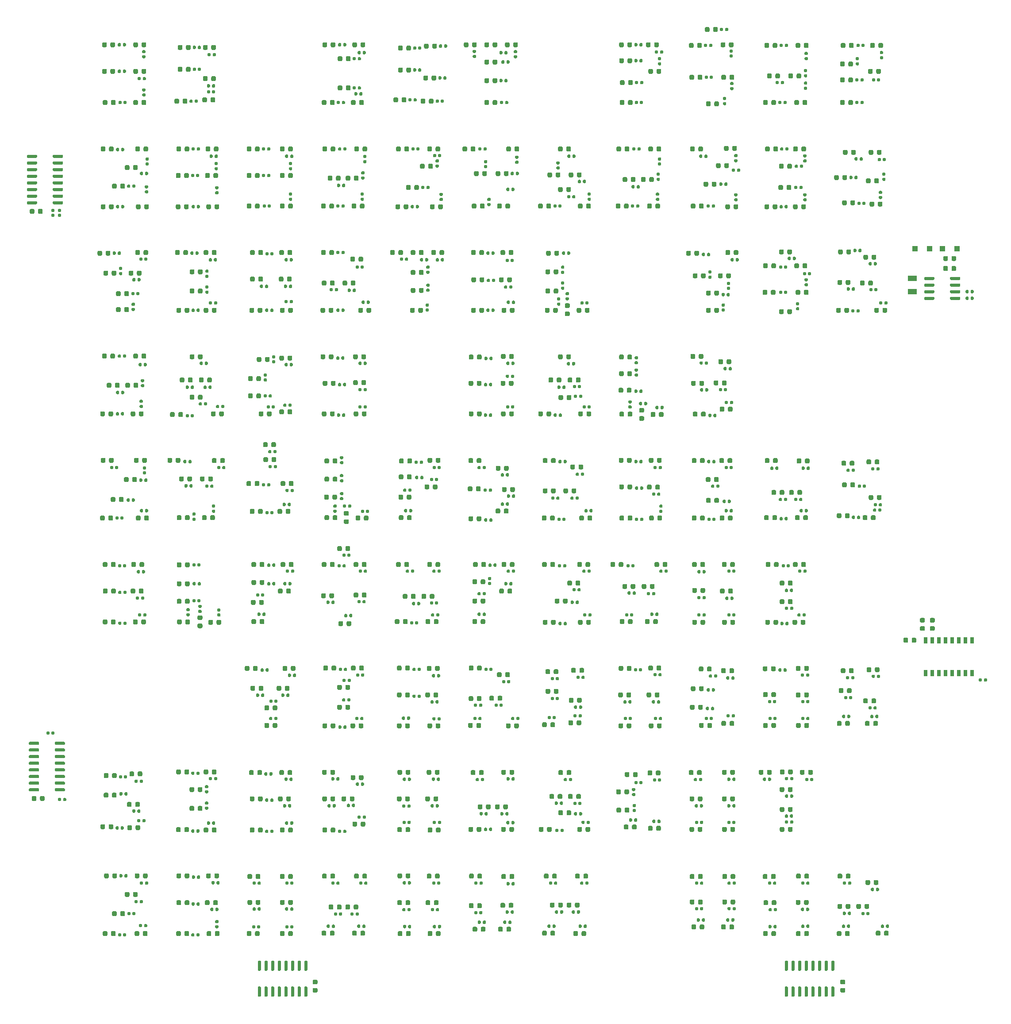
<source format=gbr>
%TF.GenerationSoftware,KiCad,Pcbnew,5.1.6-c6e7f7d~87~ubuntu18.04.1*%
%TF.CreationDate,2020-08-30T13:02:08+02:00*%
%TF.ProjectId,Elektronik,456c656b-7472-46f6-9e69-6b2e6b696361,rev?*%
%TF.SameCoordinates,Original*%
%TF.FileFunction,Paste,Top*%
%TF.FilePolarity,Positive*%
%FSLAX46Y46*%
G04 Gerber Fmt 4.6, Leading zero omitted, Abs format (unit mm)*
G04 Created by KiCad (PCBNEW 5.1.6-c6e7f7d~87~ubuntu18.04.1) date 2020-08-30 13:02:08*
%MOMM*%
%LPD*%
G01*
G04 APERTURE LIST*
%ADD10R,0.800000X1.300000*%
%ADD11R,1.800000X1.000000*%
%ADD12R,1.100000X1.100000*%
G04 APERTURE END LIST*
%TO.C,R535*%
G36*
G01*
X49235000Y-165272500D02*
X49235000Y-164927500D01*
G75*
G02*
X49382500Y-164780000I147500J0D01*
G01*
X49677500Y-164780000D01*
G75*
G02*
X49825000Y-164927500I0J-147500D01*
G01*
X49825000Y-165272500D01*
G75*
G02*
X49677500Y-165420000I-147500J0D01*
G01*
X49382500Y-165420000D01*
G75*
G02*
X49235000Y-165272500I0J147500D01*
G01*
G37*
G36*
G01*
X48265000Y-165272500D02*
X48265000Y-164927500D01*
G75*
G02*
X48412500Y-164780000I147500J0D01*
G01*
X48707500Y-164780000D01*
G75*
G02*
X48855000Y-164927500I0J-147500D01*
G01*
X48855000Y-165272500D01*
G75*
G02*
X48707500Y-165420000I-147500J0D01*
G01*
X48412500Y-165420000D01*
G75*
G02*
X48265000Y-165272500I0J147500D01*
G01*
G37*
%TD*%
%TO.C,R534*%
G36*
G01*
X51095000Y-177627500D02*
X51095000Y-177972500D01*
G75*
G02*
X50947500Y-178120000I-147500J0D01*
G01*
X50652500Y-178120000D01*
G75*
G02*
X50505000Y-177972500I0J147500D01*
G01*
X50505000Y-177627500D01*
G75*
G02*
X50652500Y-177480000I147500J0D01*
G01*
X50947500Y-177480000D01*
G75*
G02*
X51095000Y-177627500I0J-147500D01*
G01*
G37*
G36*
G01*
X52065000Y-177627500D02*
X52065000Y-177972500D01*
G75*
G02*
X51917500Y-178120000I-147500J0D01*
G01*
X51622500Y-178120000D01*
G75*
G02*
X51475000Y-177972500I0J147500D01*
G01*
X51475000Y-177627500D01*
G75*
G02*
X51622500Y-177480000I147500J0D01*
G01*
X51917500Y-177480000D01*
G75*
G02*
X52065000Y-177627500I0J-147500D01*
G01*
G37*
%TD*%
%TO.C,R533*%
G36*
G01*
X49357500Y-65745000D02*
X49702500Y-65745000D01*
G75*
G02*
X49850000Y-65892500I0J-147500D01*
G01*
X49850000Y-66187500D01*
G75*
G02*
X49702500Y-66335000I-147500J0D01*
G01*
X49357500Y-66335000D01*
G75*
G02*
X49210000Y-66187500I0J147500D01*
G01*
X49210000Y-65892500D01*
G75*
G02*
X49357500Y-65745000I147500J0D01*
G01*
G37*
G36*
G01*
X49357500Y-64775000D02*
X49702500Y-64775000D01*
G75*
G02*
X49850000Y-64922500I0J-147500D01*
G01*
X49850000Y-65217500D01*
G75*
G02*
X49702500Y-65365000I-147500J0D01*
G01*
X49357500Y-65365000D01*
G75*
G02*
X49210000Y-65217500I0J147500D01*
G01*
X49210000Y-64922500D01*
G75*
G02*
X49357500Y-64775000I147500J0D01*
G01*
G37*
%TD*%
%TO.C,R532*%
G36*
G01*
X50627500Y-65745000D02*
X50972500Y-65745000D01*
G75*
G02*
X51120000Y-65892500I0J-147500D01*
G01*
X51120000Y-66187500D01*
G75*
G02*
X50972500Y-66335000I-147500J0D01*
G01*
X50627500Y-66335000D01*
G75*
G02*
X50480000Y-66187500I0J147500D01*
G01*
X50480000Y-65892500D01*
G75*
G02*
X50627500Y-65745000I147500J0D01*
G01*
G37*
G36*
G01*
X50627500Y-64775000D02*
X50972500Y-64775000D01*
G75*
G02*
X51120000Y-64922500I0J-147500D01*
G01*
X51120000Y-65217500D01*
G75*
G02*
X50972500Y-65365000I-147500J0D01*
G01*
X50627500Y-65365000D01*
G75*
G02*
X50480000Y-65217500I0J147500D01*
G01*
X50480000Y-64922500D01*
G75*
G02*
X50627500Y-64775000I147500J0D01*
G01*
G37*
%TD*%
%TO.C,R529*%
G36*
G01*
X227670000Y-155112500D02*
X227670000Y-154767500D01*
G75*
G02*
X227817500Y-154620000I147500J0D01*
G01*
X228112500Y-154620000D01*
G75*
G02*
X228260000Y-154767500I0J-147500D01*
G01*
X228260000Y-155112500D01*
G75*
G02*
X228112500Y-155260000I-147500J0D01*
G01*
X227817500Y-155260000D01*
G75*
G02*
X227670000Y-155112500I0J147500D01*
G01*
G37*
G36*
G01*
X226700000Y-155112500D02*
X226700000Y-154767500D01*
G75*
G02*
X226847500Y-154620000I147500J0D01*
G01*
X227142500Y-154620000D01*
G75*
G02*
X227290000Y-154767500I0J-147500D01*
G01*
X227290000Y-155112500D01*
G75*
G02*
X227142500Y-155260000I-147500J0D01*
G01*
X226847500Y-155260000D01*
G75*
G02*
X226700000Y-155112500I0J147500D01*
G01*
G37*
%TD*%
D10*
%TO.C,U6*%
X216530000Y-147345000D03*
X217810000Y-147345000D03*
X219070000Y-147345000D03*
X220340000Y-147345000D03*
X221620000Y-147345000D03*
X222890000Y-147345000D03*
X224150000Y-147345000D03*
X225430000Y-147345000D03*
X225430000Y-153645000D03*
X224150000Y-153645000D03*
X222890000Y-153645000D03*
X221620000Y-153645000D03*
X220340000Y-153645000D03*
X219070000Y-153645000D03*
X217810000Y-153645000D03*
X216530000Y-153645000D03*
%TD*%
%TO.C,C9*%
G36*
G01*
X216156250Y-143947500D02*
X215643750Y-143947500D01*
G75*
G02*
X215425000Y-143728750I0J218750D01*
G01*
X215425000Y-143291250D01*
G75*
G02*
X215643750Y-143072500I218750J0D01*
G01*
X216156250Y-143072500D01*
G75*
G02*
X216375000Y-143291250I0J-218750D01*
G01*
X216375000Y-143728750D01*
G75*
G02*
X216156250Y-143947500I-218750J0D01*
G01*
G37*
G36*
G01*
X216156250Y-145522500D02*
X215643750Y-145522500D01*
G75*
G02*
X215425000Y-145303750I0J218750D01*
G01*
X215425000Y-144866250D01*
G75*
G02*
X215643750Y-144647500I218750J0D01*
G01*
X216156250Y-144647500D01*
G75*
G02*
X216375000Y-144866250I0J-218750D01*
G01*
X216375000Y-145303750D01*
G75*
G02*
X216156250Y-145522500I-218750J0D01*
G01*
G37*
%TD*%
%TO.C,C8*%
G36*
G01*
X218061250Y-143947500D02*
X217548750Y-143947500D01*
G75*
G02*
X217330000Y-143728750I0J218750D01*
G01*
X217330000Y-143291250D01*
G75*
G02*
X217548750Y-143072500I218750J0D01*
G01*
X218061250Y-143072500D01*
G75*
G02*
X218280000Y-143291250I0J-218750D01*
G01*
X218280000Y-143728750D01*
G75*
G02*
X218061250Y-143947500I-218750J0D01*
G01*
G37*
G36*
G01*
X218061250Y-145522500D02*
X217548750Y-145522500D01*
G75*
G02*
X217330000Y-145303750I0J218750D01*
G01*
X217330000Y-144866250D01*
G75*
G02*
X217548750Y-144647500I218750J0D01*
G01*
X218061250Y-144647500D01*
G75*
G02*
X218280000Y-144866250I0J-218750D01*
G01*
X218280000Y-145303750D01*
G75*
G02*
X218061250Y-145522500I-218750J0D01*
G01*
G37*
%TD*%
%TO.C,C7*%
G36*
G01*
X213162500Y-147063750D02*
X213162500Y-147576250D01*
G75*
G02*
X212943750Y-147795000I-218750J0D01*
G01*
X212506250Y-147795000D01*
G75*
G02*
X212287500Y-147576250I0J218750D01*
G01*
X212287500Y-147063750D01*
G75*
G02*
X212506250Y-146845000I218750J0D01*
G01*
X212943750Y-146845000D01*
G75*
G02*
X213162500Y-147063750I0J-218750D01*
G01*
G37*
G36*
G01*
X214737500Y-147063750D02*
X214737500Y-147576250D01*
G75*
G02*
X214518750Y-147795000I-218750J0D01*
G01*
X214081250Y-147795000D01*
G75*
G02*
X213862500Y-147576250I0J218750D01*
G01*
X213862500Y-147063750D01*
G75*
G02*
X214081250Y-146845000I218750J0D01*
G01*
X214518750Y-146845000D01*
G75*
G02*
X214737500Y-147063750I0J-218750D01*
G01*
G37*
%TD*%
%TO.C,C6*%
G36*
G01*
X220782500Y-74038750D02*
X220782500Y-74551250D01*
G75*
G02*
X220563750Y-74770000I-218750J0D01*
G01*
X220126250Y-74770000D01*
G75*
G02*
X219907500Y-74551250I0J218750D01*
G01*
X219907500Y-74038750D01*
G75*
G02*
X220126250Y-73820000I218750J0D01*
G01*
X220563750Y-73820000D01*
G75*
G02*
X220782500Y-74038750I0J-218750D01*
G01*
G37*
G36*
G01*
X222357500Y-74038750D02*
X222357500Y-74551250D01*
G75*
G02*
X222138750Y-74770000I-218750J0D01*
G01*
X221701250Y-74770000D01*
G75*
G02*
X221482500Y-74551250I0J218750D01*
G01*
X221482500Y-74038750D01*
G75*
G02*
X221701250Y-73820000I218750J0D01*
G01*
X222138750Y-73820000D01*
G75*
G02*
X222357500Y-74038750I0J-218750D01*
G01*
G37*
%TD*%
D11*
%TO.C,Y1*%
X213995000Y-80605000D03*
X213995000Y-78105000D03*
%TD*%
%TO.C,U5*%
G36*
G01*
X221210000Y-78255000D02*
X221210000Y-77955000D01*
G75*
G02*
X221360000Y-77805000I150000J0D01*
G01*
X223010000Y-77805000D01*
G75*
G02*
X223160000Y-77955000I0J-150000D01*
G01*
X223160000Y-78255000D01*
G75*
G02*
X223010000Y-78405000I-150000J0D01*
G01*
X221360000Y-78405000D01*
G75*
G02*
X221210000Y-78255000I0J150000D01*
G01*
G37*
G36*
G01*
X221210000Y-79525000D02*
X221210000Y-79225000D01*
G75*
G02*
X221360000Y-79075000I150000J0D01*
G01*
X223010000Y-79075000D01*
G75*
G02*
X223160000Y-79225000I0J-150000D01*
G01*
X223160000Y-79525000D01*
G75*
G02*
X223010000Y-79675000I-150000J0D01*
G01*
X221360000Y-79675000D01*
G75*
G02*
X221210000Y-79525000I0J150000D01*
G01*
G37*
G36*
G01*
X221210000Y-80795000D02*
X221210000Y-80495000D01*
G75*
G02*
X221360000Y-80345000I150000J0D01*
G01*
X223010000Y-80345000D01*
G75*
G02*
X223160000Y-80495000I0J-150000D01*
G01*
X223160000Y-80795000D01*
G75*
G02*
X223010000Y-80945000I-150000J0D01*
G01*
X221360000Y-80945000D01*
G75*
G02*
X221210000Y-80795000I0J150000D01*
G01*
G37*
G36*
G01*
X221210000Y-82065000D02*
X221210000Y-81765000D01*
G75*
G02*
X221360000Y-81615000I150000J0D01*
G01*
X223010000Y-81615000D01*
G75*
G02*
X223160000Y-81765000I0J-150000D01*
G01*
X223160000Y-82065000D01*
G75*
G02*
X223010000Y-82215000I-150000J0D01*
G01*
X221360000Y-82215000D01*
G75*
G02*
X221210000Y-82065000I0J150000D01*
G01*
G37*
G36*
G01*
X216260000Y-82065000D02*
X216260000Y-81765000D01*
G75*
G02*
X216410000Y-81615000I150000J0D01*
G01*
X218060000Y-81615000D01*
G75*
G02*
X218210000Y-81765000I0J-150000D01*
G01*
X218210000Y-82065000D01*
G75*
G02*
X218060000Y-82215000I-150000J0D01*
G01*
X216410000Y-82215000D01*
G75*
G02*
X216260000Y-82065000I0J150000D01*
G01*
G37*
G36*
G01*
X216260000Y-80795000D02*
X216260000Y-80495000D01*
G75*
G02*
X216410000Y-80345000I150000J0D01*
G01*
X218060000Y-80345000D01*
G75*
G02*
X218210000Y-80495000I0J-150000D01*
G01*
X218210000Y-80795000D01*
G75*
G02*
X218060000Y-80945000I-150000J0D01*
G01*
X216410000Y-80945000D01*
G75*
G02*
X216260000Y-80795000I0J150000D01*
G01*
G37*
G36*
G01*
X216260000Y-79525000D02*
X216260000Y-79225000D01*
G75*
G02*
X216410000Y-79075000I150000J0D01*
G01*
X218060000Y-79075000D01*
G75*
G02*
X218210000Y-79225000I0J-150000D01*
G01*
X218210000Y-79525000D01*
G75*
G02*
X218060000Y-79675000I-150000J0D01*
G01*
X216410000Y-79675000D01*
G75*
G02*
X216260000Y-79525000I0J150000D01*
G01*
G37*
G36*
G01*
X216260000Y-78255000D02*
X216260000Y-77955000D01*
G75*
G02*
X216410000Y-77805000I150000J0D01*
G01*
X218060000Y-77805000D01*
G75*
G02*
X218210000Y-77955000I0J-150000D01*
G01*
X218210000Y-78255000D01*
G75*
G02*
X218060000Y-78405000I-150000J0D01*
G01*
X216410000Y-78405000D01*
G75*
G02*
X216260000Y-78255000I0J150000D01*
G01*
G37*
%TD*%
%TO.C,R531*%
G36*
G01*
X225130000Y-82087500D02*
X225130000Y-81742500D01*
G75*
G02*
X225277500Y-81595000I147500J0D01*
G01*
X225572500Y-81595000D01*
G75*
G02*
X225720000Y-81742500I0J-147500D01*
G01*
X225720000Y-82087500D01*
G75*
G02*
X225572500Y-82235000I-147500J0D01*
G01*
X225277500Y-82235000D01*
G75*
G02*
X225130000Y-82087500I0J147500D01*
G01*
G37*
G36*
G01*
X224160000Y-82087500D02*
X224160000Y-81742500D01*
G75*
G02*
X224307500Y-81595000I147500J0D01*
G01*
X224602500Y-81595000D01*
G75*
G02*
X224750000Y-81742500I0J-147500D01*
G01*
X224750000Y-82087500D01*
G75*
G02*
X224602500Y-82235000I-147500J0D01*
G01*
X224307500Y-82235000D01*
G75*
G02*
X224160000Y-82087500I0J147500D01*
G01*
G37*
%TD*%
%TO.C,R530*%
G36*
G01*
X225130000Y-80817500D02*
X225130000Y-80472500D01*
G75*
G02*
X225277500Y-80325000I147500J0D01*
G01*
X225572500Y-80325000D01*
G75*
G02*
X225720000Y-80472500I0J-147500D01*
G01*
X225720000Y-80817500D01*
G75*
G02*
X225572500Y-80965000I-147500J0D01*
G01*
X225277500Y-80965000D01*
G75*
G02*
X225130000Y-80817500I0J147500D01*
G01*
G37*
G36*
G01*
X224160000Y-80817500D02*
X224160000Y-80472500D01*
G75*
G02*
X224307500Y-80325000I147500J0D01*
G01*
X224602500Y-80325000D01*
G75*
G02*
X224750000Y-80472500I0J-147500D01*
G01*
X224750000Y-80817500D01*
G75*
G02*
X224602500Y-80965000I-147500J0D01*
G01*
X224307500Y-80965000D01*
G75*
G02*
X224160000Y-80817500I0J147500D01*
G01*
G37*
%TD*%
D12*
%TO.C,D531*%
X214500000Y-72390000D03*
X217300000Y-72390000D03*
%TD*%
%TO.C,D530*%
X222510000Y-72390000D03*
X219710000Y-72390000D03*
%TD*%
%TO.C,C5*%
G36*
G01*
X220782500Y-75943750D02*
X220782500Y-76456250D01*
G75*
G02*
X220563750Y-76675000I-218750J0D01*
G01*
X220126250Y-76675000D01*
G75*
G02*
X219907500Y-76456250I0J218750D01*
G01*
X219907500Y-75943750D01*
G75*
G02*
X220126250Y-75725000I218750J0D01*
G01*
X220563750Y-75725000D01*
G75*
G02*
X220782500Y-75943750I0J-218750D01*
G01*
G37*
G36*
G01*
X222357500Y-75943750D02*
X222357500Y-76456250D01*
G75*
G02*
X222138750Y-76675000I-218750J0D01*
G01*
X221701250Y-76675000D01*
G75*
G02*
X221482500Y-76456250I0J218750D01*
G01*
X221482500Y-75943750D01*
G75*
G02*
X221701250Y-75725000I218750J0D01*
G01*
X222138750Y-75725000D01*
G75*
G02*
X222357500Y-75943750I0J-218750D01*
G01*
G37*
%TD*%
%TO.C,R408*%
G36*
G01*
X206905500Y-162097500D02*
X206905500Y-161752500D01*
G75*
G02*
X207053000Y-161605000I147500J0D01*
G01*
X207348000Y-161605000D01*
G75*
G02*
X207495500Y-161752500I0J-147500D01*
G01*
X207495500Y-162097500D01*
G75*
G02*
X207348000Y-162245000I-147500J0D01*
G01*
X207053000Y-162245000D01*
G75*
G02*
X206905500Y-162097500I0J147500D01*
G01*
G37*
G36*
G01*
X205935500Y-162097500D02*
X205935500Y-161752500D01*
G75*
G02*
X206083000Y-161605000I147500J0D01*
G01*
X206378000Y-161605000D01*
G75*
G02*
X206525500Y-161752500I0J-147500D01*
G01*
X206525500Y-162097500D01*
G75*
G02*
X206378000Y-162245000I-147500J0D01*
G01*
X206083000Y-162245000D01*
G75*
G02*
X205935500Y-162097500I0J147500D01*
G01*
G37*
%TD*%
%TO.C,R407*%
G36*
G01*
X206565000Y-160446500D02*
X206565000Y-160101500D01*
G75*
G02*
X206712500Y-159954000I147500J0D01*
G01*
X207007500Y-159954000D01*
G75*
G02*
X207155000Y-160101500I0J-147500D01*
G01*
X207155000Y-160446500D01*
G75*
G02*
X207007500Y-160594000I-147500J0D01*
G01*
X206712500Y-160594000D01*
G75*
G02*
X206565000Y-160446500I0J147500D01*
G01*
G37*
G36*
G01*
X205595000Y-160446500D02*
X205595000Y-160101500D01*
G75*
G02*
X205742500Y-159954000I147500J0D01*
G01*
X206037500Y-159954000D01*
G75*
G02*
X206185000Y-160101500I0J-147500D01*
G01*
X206185000Y-160446500D01*
G75*
G02*
X206037500Y-160594000I-147500J0D01*
G01*
X205742500Y-160594000D01*
G75*
G02*
X205595000Y-160446500I0J147500D01*
G01*
G37*
%TD*%
%TO.C,R406*%
G36*
G01*
X201508000Y-162097500D02*
X201508000Y-161752500D01*
G75*
G02*
X201655500Y-161605000I147500J0D01*
G01*
X201950500Y-161605000D01*
G75*
G02*
X202098000Y-161752500I0J-147500D01*
G01*
X202098000Y-162097500D01*
G75*
G02*
X201950500Y-162245000I-147500J0D01*
G01*
X201655500Y-162245000D01*
G75*
G02*
X201508000Y-162097500I0J147500D01*
G01*
G37*
G36*
G01*
X200538000Y-162097500D02*
X200538000Y-161752500D01*
G75*
G02*
X200685500Y-161605000I147500J0D01*
G01*
X200980500Y-161605000D01*
G75*
G02*
X201128000Y-161752500I0J-147500D01*
G01*
X201128000Y-162097500D01*
G75*
G02*
X200980500Y-162245000I-147500J0D01*
G01*
X200685500Y-162245000D01*
G75*
G02*
X200538000Y-162097500I0J147500D01*
G01*
G37*
%TD*%
%TO.C,R405*%
G36*
G01*
X207200000Y-154414000D02*
X207200000Y-154069000D01*
G75*
G02*
X207347500Y-153921500I147500J0D01*
G01*
X207642500Y-153921500D01*
G75*
G02*
X207790000Y-154069000I0J-147500D01*
G01*
X207790000Y-154414000D01*
G75*
G02*
X207642500Y-154561500I-147500J0D01*
G01*
X207347500Y-154561500D01*
G75*
G02*
X207200000Y-154414000I0J147500D01*
G01*
G37*
G36*
G01*
X206230000Y-154414000D02*
X206230000Y-154069000D01*
G75*
G02*
X206377500Y-153921500I147500J0D01*
G01*
X206672500Y-153921500D01*
G75*
G02*
X206820000Y-154069000I0J-147500D01*
G01*
X206820000Y-154414000D01*
G75*
G02*
X206672500Y-154561500I-147500J0D01*
G01*
X206377500Y-154561500D01*
G75*
G02*
X206230000Y-154414000I0J147500D01*
G01*
G37*
%TD*%
%TO.C,R404*%
G36*
G01*
X201906500Y-158478000D02*
X201906500Y-158133000D01*
G75*
G02*
X202054000Y-157985500I147500J0D01*
G01*
X202349000Y-157985500D01*
G75*
G02*
X202496500Y-158133000I0J-147500D01*
G01*
X202496500Y-158478000D01*
G75*
G02*
X202349000Y-158625500I-147500J0D01*
G01*
X202054000Y-158625500D01*
G75*
G02*
X201906500Y-158478000I0J147500D01*
G01*
G37*
G36*
G01*
X200936500Y-158478000D02*
X200936500Y-158133000D01*
G75*
G02*
X201084000Y-157985500I147500J0D01*
G01*
X201379000Y-157985500D01*
G75*
G02*
X201526500Y-158133000I0J-147500D01*
G01*
X201526500Y-158478000D01*
G75*
G02*
X201379000Y-158625500I-147500J0D01*
G01*
X201084000Y-158625500D01*
G75*
G02*
X200936500Y-158478000I0J147500D01*
G01*
G37*
%TD*%
%TO.C,R403*%
G36*
G01*
X202270000Y-154668000D02*
X202270000Y-154323000D01*
G75*
G02*
X202417500Y-154175500I147500J0D01*
G01*
X202712500Y-154175500D01*
G75*
G02*
X202860000Y-154323000I0J-147500D01*
G01*
X202860000Y-154668000D01*
G75*
G02*
X202712500Y-154815500I-147500J0D01*
G01*
X202417500Y-154815500D01*
G75*
G02*
X202270000Y-154668000I0J147500D01*
G01*
G37*
G36*
G01*
X201300000Y-154668000D02*
X201300000Y-154323000D01*
G75*
G02*
X201447500Y-154175500I147500J0D01*
G01*
X201742500Y-154175500D01*
G75*
G02*
X201890000Y-154323000I0J-147500D01*
G01*
X201890000Y-154668000D01*
G75*
G02*
X201742500Y-154815500I-147500J0D01*
G01*
X201447500Y-154815500D01*
G75*
G02*
X201300000Y-154668000I0J147500D01*
G01*
G37*
%TD*%
%TO.C,D408*%
G36*
G01*
X206509000Y-163514750D02*
X206509000Y-163002250D01*
G75*
G02*
X206727750Y-162783500I218750J0D01*
G01*
X207165250Y-162783500D01*
G75*
G02*
X207384000Y-163002250I0J-218750D01*
G01*
X207384000Y-163514750D01*
G75*
G02*
X207165250Y-163733500I-218750J0D01*
G01*
X206727750Y-163733500D01*
G75*
G02*
X206509000Y-163514750I0J218750D01*
G01*
G37*
G36*
G01*
X204934000Y-163514750D02*
X204934000Y-163002250D01*
G75*
G02*
X205152750Y-162783500I218750J0D01*
G01*
X205590250Y-162783500D01*
G75*
G02*
X205809000Y-163002250I0J-218750D01*
G01*
X205809000Y-163514750D01*
G75*
G02*
X205590250Y-163733500I-218750J0D01*
G01*
X205152750Y-163733500D01*
G75*
G02*
X204934000Y-163514750I0J218750D01*
G01*
G37*
%TD*%
%TO.C,D407*%
G36*
G01*
X206153500Y-159196750D02*
X206153500Y-158684250D01*
G75*
G02*
X206372250Y-158465500I218750J0D01*
G01*
X206809750Y-158465500D01*
G75*
G02*
X207028500Y-158684250I0J-218750D01*
G01*
X207028500Y-159196750D01*
G75*
G02*
X206809750Y-159415500I-218750J0D01*
G01*
X206372250Y-159415500D01*
G75*
G02*
X206153500Y-159196750I0J218750D01*
G01*
G37*
G36*
G01*
X204578500Y-159196750D02*
X204578500Y-158684250D01*
G75*
G02*
X204797250Y-158465500I218750J0D01*
G01*
X205234750Y-158465500D01*
G75*
G02*
X205453500Y-158684250I0J-218750D01*
G01*
X205453500Y-159196750D01*
G75*
G02*
X205234750Y-159415500I-218750J0D01*
G01*
X204797250Y-159415500D01*
G75*
G02*
X204578500Y-159196750I0J218750D01*
G01*
G37*
%TD*%
%TO.C,D406*%
G36*
G01*
X201137000Y-163514750D02*
X201137000Y-163002250D01*
G75*
G02*
X201355750Y-162783500I218750J0D01*
G01*
X201793250Y-162783500D01*
G75*
G02*
X202012000Y-163002250I0J-218750D01*
G01*
X202012000Y-163514750D01*
G75*
G02*
X201793250Y-163733500I-218750J0D01*
G01*
X201355750Y-163733500D01*
G75*
G02*
X201137000Y-163514750I0J218750D01*
G01*
G37*
G36*
G01*
X199562000Y-163514750D02*
X199562000Y-163002250D01*
G75*
G02*
X199780750Y-162783500I218750J0D01*
G01*
X200218250Y-162783500D01*
G75*
G02*
X200437000Y-163002250I0J-218750D01*
G01*
X200437000Y-163514750D01*
G75*
G02*
X200218250Y-163733500I-218750J0D01*
G01*
X199780750Y-163733500D01*
G75*
G02*
X199562000Y-163514750I0J218750D01*
G01*
G37*
%TD*%
%TO.C,D405*%
G36*
G01*
X206826500Y-153227750D02*
X206826500Y-152715250D01*
G75*
G02*
X207045250Y-152496500I218750J0D01*
G01*
X207482750Y-152496500D01*
G75*
G02*
X207701500Y-152715250I0J-218750D01*
G01*
X207701500Y-153227750D01*
G75*
G02*
X207482750Y-153446500I-218750J0D01*
G01*
X207045250Y-153446500D01*
G75*
G02*
X206826500Y-153227750I0J218750D01*
G01*
G37*
G36*
G01*
X205251500Y-153227750D02*
X205251500Y-152715250D01*
G75*
G02*
X205470250Y-152496500I218750J0D01*
G01*
X205907750Y-152496500D01*
G75*
G02*
X206126500Y-152715250I0J-218750D01*
G01*
X206126500Y-153227750D01*
G75*
G02*
X205907750Y-153446500I-218750J0D01*
G01*
X205470250Y-153446500D01*
G75*
G02*
X205251500Y-153227750I0J218750D01*
G01*
G37*
%TD*%
%TO.C,D404*%
G36*
G01*
X201492500Y-157228250D02*
X201492500Y-156715750D01*
G75*
G02*
X201711250Y-156497000I218750J0D01*
G01*
X202148750Y-156497000D01*
G75*
G02*
X202367500Y-156715750I0J-218750D01*
G01*
X202367500Y-157228250D01*
G75*
G02*
X202148750Y-157447000I-218750J0D01*
G01*
X201711250Y-157447000D01*
G75*
G02*
X201492500Y-157228250I0J218750D01*
G01*
G37*
G36*
G01*
X199917500Y-157228250D02*
X199917500Y-156715750D01*
G75*
G02*
X200136250Y-156497000I218750J0D01*
G01*
X200573750Y-156497000D01*
G75*
G02*
X200792500Y-156715750I0J-218750D01*
G01*
X200792500Y-157228250D01*
G75*
G02*
X200573750Y-157447000I-218750J0D01*
G01*
X200136250Y-157447000D01*
G75*
G02*
X199917500Y-157228250I0J218750D01*
G01*
G37*
%TD*%
%TO.C,D403*%
G36*
G01*
X201873500Y-153418250D02*
X201873500Y-152905750D01*
G75*
G02*
X202092250Y-152687000I218750J0D01*
G01*
X202529750Y-152687000D01*
G75*
G02*
X202748500Y-152905750I0J-218750D01*
G01*
X202748500Y-153418250D01*
G75*
G02*
X202529750Y-153637000I-218750J0D01*
G01*
X202092250Y-153637000D01*
G75*
G02*
X201873500Y-153418250I0J218750D01*
G01*
G37*
G36*
G01*
X200298500Y-153418250D02*
X200298500Y-152905750D01*
G75*
G02*
X200517250Y-152687000I218750J0D01*
G01*
X200954750Y-152687000D01*
G75*
G02*
X201173500Y-152905750I0J-218750D01*
G01*
X201173500Y-153418250D01*
G75*
G02*
X200954750Y-153637000I-218750J0D01*
G01*
X200517250Y-153637000D01*
G75*
G02*
X200298500Y-153418250I0J218750D01*
G01*
G37*
%TD*%
%TO.C,R528*%
G36*
G01*
X204811000Y-199471500D02*
X204811000Y-199816500D01*
G75*
G02*
X204663500Y-199964000I-147500J0D01*
G01*
X204368500Y-199964000D01*
G75*
G02*
X204221000Y-199816500I0J147500D01*
G01*
X204221000Y-199471500D01*
G75*
G02*
X204368500Y-199324000I147500J0D01*
G01*
X204663500Y-199324000D01*
G75*
G02*
X204811000Y-199471500I0J-147500D01*
G01*
G37*
G36*
G01*
X205781000Y-199471500D02*
X205781000Y-199816500D01*
G75*
G02*
X205633500Y-199964000I-147500J0D01*
G01*
X205338500Y-199964000D01*
G75*
G02*
X205191000Y-199816500I0J147500D01*
G01*
X205191000Y-199471500D01*
G75*
G02*
X205338500Y-199324000I147500J0D01*
G01*
X205633500Y-199324000D01*
G75*
G02*
X205781000Y-199471500I0J-147500D01*
G01*
G37*
%TD*%
%TO.C,R527*%
G36*
G01*
X208557500Y-201884500D02*
X208557500Y-202229500D01*
G75*
G02*
X208410000Y-202377000I-147500J0D01*
G01*
X208115000Y-202377000D01*
G75*
G02*
X207967500Y-202229500I0J147500D01*
G01*
X207967500Y-201884500D01*
G75*
G02*
X208115000Y-201737000I147500J0D01*
G01*
X208410000Y-201737000D01*
G75*
G02*
X208557500Y-201884500I0J-147500D01*
G01*
G37*
G36*
G01*
X209527500Y-201884500D02*
X209527500Y-202229500D01*
G75*
G02*
X209380000Y-202377000I-147500J0D01*
G01*
X209085000Y-202377000D01*
G75*
G02*
X208937500Y-202229500I0J147500D01*
G01*
X208937500Y-201884500D01*
G75*
G02*
X209085000Y-201737000I147500J0D01*
G01*
X209380000Y-201737000D01*
G75*
G02*
X209527500Y-201884500I0J-147500D01*
G01*
G37*
%TD*%
%TO.C,R526*%
G36*
G01*
X201105000Y-201884500D02*
X201105000Y-202229500D01*
G75*
G02*
X200957500Y-202377000I-147500J0D01*
G01*
X200662500Y-202377000D01*
G75*
G02*
X200515000Y-202229500I0J147500D01*
G01*
X200515000Y-201884500D01*
G75*
G02*
X200662500Y-201737000I147500J0D01*
G01*
X200957500Y-201737000D01*
G75*
G02*
X201105000Y-201884500I0J-147500D01*
G01*
G37*
G36*
G01*
X202075000Y-201884500D02*
X202075000Y-202229500D01*
G75*
G02*
X201927500Y-202377000I-147500J0D01*
G01*
X201632500Y-202377000D01*
G75*
G02*
X201485000Y-202229500I0J147500D01*
G01*
X201485000Y-201884500D01*
G75*
G02*
X201632500Y-201737000I147500J0D01*
G01*
X201927500Y-201737000D01*
G75*
G02*
X202075000Y-201884500I0J-147500D01*
G01*
G37*
%TD*%
%TO.C,R525*%
G36*
G01*
X206629500Y-194836000D02*
X206629500Y-195181000D01*
G75*
G02*
X206482000Y-195328500I-147500J0D01*
G01*
X206187000Y-195328500D01*
G75*
G02*
X206039500Y-195181000I0J147500D01*
G01*
X206039500Y-194836000D01*
G75*
G02*
X206187000Y-194688500I147500J0D01*
G01*
X206482000Y-194688500D01*
G75*
G02*
X206629500Y-194836000I0J-147500D01*
G01*
G37*
G36*
G01*
X207599500Y-194836000D02*
X207599500Y-195181000D01*
G75*
G02*
X207452000Y-195328500I-147500J0D01*
G01*
X207157000Y-195328500D01*
G75*
G02*
X207009500Y-195181000I0J147500D01*
G01*
X207009500Y-194836000D01*
G75*
G02*
X207157000Y-194688500I147500J0D01*
G01*
X207452000Y-194688500D01*
G75*
G02*
X207599500Y-194836000I0J-147500D01*
G01*
G37*
%TD*%
%TO.C,R524*%
G36*
G01*
X201255000Y-199408000D02*
X201255000Y-199753000D01*
G75*
G02*
X201107500Y-199900500I-147500J0D01*
G01*
X200812500Y-199900500D01*
G75*
G02*
X200665000Y-199753000I0J147500D01*
G01*
X200665000Y-199408000D01*
G75*
G02*
X200812500Y-199260500I147500J0D01*
G01*
X201107500Y-199260500D01*
G75*
G02*
X201255000Y-199408000I0J-147500D01*
G01*
G37*
G36*
G01*
X202225000Y-199408000D02*
X202225000Y-199753000D01*
G75*
G02*
X202077500Y-199900500I-147500J0D01*
G01*
X201782500Y-199900500D01*
G75*
G02*
X201635000Y-199753000I0J147500D01*
G01*
X201635000Y-199408000D01*
G75*
G02*
X201782500Y-199260500I147500J0D01*
G01*
X202077500Y-199260500D01*
G75*
G02*
X202225000Y-199408000I0J-147500D01*
G01*
G37*
%TD*%
%TO.C,R523*%
G36*
G01*
X201295500Y-193629500D02*
X201295500Y-193974500D01*
G75*
G02*
X201148000Y-194122000I-147500J0D01*
G01*
X200853000Y-194122000D01*
G75*
G02*
X200705500Y-193974500I0J147500D01*
G01*
X200705500Y-193629500D01*
G75*
G02*
X200853000Y-193482000I147500J0D01*
G01*
X201148000Y-193482000D01*
G75*
G02*
X201295500Y-193629500I0J-147500D01*
G01*
G37*
G36*
G01*
X202265500Y-193629500D02*
X202265500Y-193974500D01*
G75*
G02*
X202118000Y-194122000I-147500J0D01*
G01*
X201823000Y-194122000D01*
G75*
G02*
X201675500Y-193974500I0J147500D01*
G01*
X201675500Y-193629500D01*
G75*
G02*
X201823000Y-193482000I147500J0D01*
G01*
X202118000Y-193482000D01*
G75*
G02*
X202265500Y-193629500I0J-147500D01*
G01*
G37*
%TD*%
%TO.C,R522*%
G36*
G01*
X193254000Y-198646000D02*
X193254000Y-198991000D01*
G75*
G02*
X193106500Y-199138500I-147500J0D01*
G01*
X192811500Y-199138500D01*
G75*
G02*
X192664000Y-198991000I0J147500D01*
G01*
X192664000Y-198646000D01*
G75*
G02*
X192811500Y-198498500I147500J0D01*
G01*
X193106500Y-198498500D01*
G75*
G02*
X193254000Y-198646000I0J-147500D01*
G01*
G37*
G36*
G01*
X194224000Y-198646000D02*
X194224000Y-198991000D01*
G75*
G02*
X194076500Y-199138500I-147500J0D01*
G01*
X193781500Y-199138500D01*
G75*
G02*
X193634000Y-198991000I0J147500D01*
G01*
X193634000Y-198646000D01*
G75*
G02*
X193781500Y-198498500I147500J0D01*
G01*
X194076500Y-198498500D01*
G75*
G02*
X194224000Y-198646000I0J-147500D01*
G01*
G37*
%TD*%
%TO.C,R521*%
G36*
G01*
X193317500Y-201884500D02*
X193317500Y-202229500D01*
G75*
G02*
X193170000Y-202377000I-147500J0D01*
G01*
X192875000Y-202377000D01*
G75*
G02*
X192727500Y-202229500I0J147500D01*
G01*
X192727500Y-201884500D01*
G75*
G02*
X192875000Y-201737000I147500J0D01*
G01*
X193170000Y-201737000D01*
G75*
G02*
X193317500Y-201884500I0J-147500D01*
G01*
G37*
G36*
G01*
X194287500Y-201884500D02*
X194287500Y-202229500D01*
G75*
G02*
X194140000Y-202377000I-147500J0D01*
G01*
X193845000Y-202377000D01*
G75*
G02*
X193697500Y-202229500I0J147500D01*
G01*
X193697500Y-201884500D01*
G75*
G02*
X193845000Y-201737000I147500J0D01*
G01*
X194140000Y-201737000D01*
G75*
G02*
X194287500Y-201884500I0J-147500D01*
G01*
G37*
%TD*%
%TO.C,R520*%
G36*
G01*
X187031000Y-201948000D02*
X187031000Y-202293000D01*
G75*
G02*
X186883500Y-202440500I-147500J0D01*
G01*
X186588500Y-202440500D01*
G75*
G02*
X186441000Y-202293000I0J147500D01*
G01*
X186441000Y-201948000D01*
G75*
G02*
X186588500Y-201800500I147500J0D01*
G01*
X186883500Y-201800500D01*
G75*
G02*
X187031000Y-201948000I0J-147500D01*
G01*
G37*
G36*
G01*
X188001000Y-201948000D02*
X188001000Y-202293000D01*
G75*
G02*
X187853500Y-202440500I-147500J0D01*
G01*
X187558500Y-202440500D01*
G75*
G02*
X187411000Y-202293000I0J147500D01*
G01*
X187411000Y-201948000D01*
G75*
G02*
X187558500Y-201800500I147500J0D01*
G01*
X187853500Y-201800500D01*
G75*
G02*
X188001000Y-201948000I0J-147500D01*
G01*
G37*
%TD*%
%TO.C,R519*%
G36*
G01*
X193317500Y-193629500D02*
X193317500Y-193974500D01*
G75*
G02*
X193170000Y-194122000I-147500J0D01*
G01*
X192875000Y-194122000D01*
G75*
G02*
X192727500Y-193974500I0J147500D01*
G01*
X192727500Y-193629500D01*
G75*
G02*
X192875000Y-193482000I147500J0D01*
G01*
X193170000Y-193482000D01*
G75*
G02*
X193317500Y-193629500I0J-147500D01*
G01*
G37*
G36*
G01*
X194287500Y-193629500D02*
X194287500Y-193974500D01*
G75*
G02*
X194140000Y-194122000I-147500J0D01*
G01*
X193845000Y-194122000D01*
G75*
G02*
X193697500Y-193974500I0J147500D01*
G01*
X193697500Y-193629500D01*
G75*
G02*
X193845000Y-193482000I147500J0D01*
G01*
X194140000Y-193482000D01*
G75*
G02*
X194287500Y-193629500I0J-147500D01*
G01*
G37*
%TD*%
%TO.C,R518*%
G36*
G01*
X187094500Y-198709500D02*
X187094500Y-199054500D01*
G75*
G02*
X186947000Y-199202000I-147500J0D01*
G01*
X186652000Y-199202000D01*
G75*
G02*
X186504500Y-199054500I0J147500D01*
G01*
X186504500Y-198709500D01*
G75*
G02*
X186652000Y-198562000I147500J0D01*
G01*
X186947000Y-198562000D01*
G75*
G02*
X187094500Y-198709500I0J-147500D01*
G01*
G37*
G36*
G01*
X188064500Y-198709500D02*
X188064500Y-199054500D01*
G75*
G02*
X187917000Y-199202000I-147500J0D01*
G01*
X187622000Y-199202000D01*
G75*
G02*
X187474500Y-199054500I0J147500D01*
G01*
X187474500Y-198709500D01*
G75*
G02*
X187622000Y-198562000I147500J0D01*
G01*
X187917000Y-198562000D01*
G75*
G02*
X188064500Y-198709500I0J-147500D01*
G01*
G37*
%TD*%
%TO.C,R517*%
G36*
G01*
X186967500Y-193629500D02*
X186967500Y-193974500D01*
G75*
G02*
X186820000Y-194122000I-147500J0D01*
G01*
X186525000Y-194122000D01*
G75*
G02*
X186377500Y-193974500I0J147500D01*
G01*
X186377500Y-193629500D01*
G75*
G02*
X186525000Y-193482000I147500J0D01*
G01*
X186820000Y-193482000D01*
G75*
G02*
X186967500Y-193629500I0J-147500D01*
G01*
G37*
G36*
G01*
X187937500Y-193629500D02*
X187937500Y-193974500D01*
G75*
G02*
X187790000Y-194122000I-147500J0D01*
G01*
X187495000Y-194122000D01*
G75*
G02*
X187347500Y-193974500I0J147500D01*
G01*
X187347500Y-193629500D01*
G75*
G02*
X187495000Y-193482000I147500J0D01*
G01*
X187790000Y-193482000D01*
G75*
G02*
X187937500Y-193629500I0J-147500D01*
G01*
G37*
%TD*%
%TO.C,R516*%
G36*
G01*
X178966500Y-200678000D02*
X178966500Y-201023000D01*
G75*
G02*
X178819000Y-201170500I-147500J0D01*
G01*
X178524000Y-201170500D01*
G75*
G02*
X178376500Y-201023000I0J147500D01*
G01*
X178376500Y-200678000D01*
G75*
G02*
X178524000Y-200530500I147500J0D01*
G01*
X178819000Y-200530500D01*
G75*
G02*
X178966500Y-200678000I0J-147500D01*
G01*
G37*
G36*
G01*
X179936500Y-200678000D02*
X179936500Y-201023000D01*
G75*
G02*
X179789000Y-201170500I-147500J0D01*
G01*
X179494000Y-201170500D01*
G75*
G02*
X179346500Y-201023000I0J147500D01*
G01*
X179346500Y-200678000D01*
G75*
G02*
X179494000Y-200530500I147500J0D01*
G01*
X179789000Y-200530500D01*
G75*
G02*
X179936500Y-200678000I0J-147500D01*
G01*
G37*
%TD*%
%TO.C,R515*%
G36*
G01*
X172997500Y-193629500D02*
X172997500Y-193974500D01*
G75*
G02*
X172850000Y-194122000I-147500J0D01*
G01*
X172555000Y-194122000D01*
G75*
G02*
X172407500Y-193974500I0J147500D01*
G01*
X172407500Y-193629500D01*
G75*
G02*
X172555000Y-193482000I147500J0D01*
G01*
X172850000Y-193482000D01*
G75*
G02*
X172997500Y-193629500I0J-147500D01*
G01*
G37*
G36*
G01*
X173967500Y-193629500D02*
X173967500Y-193974500D01*
G75*
G02*
X173820000Y-194122000I-147500J0D01*
G01*
X173525000Y-194122000D01*
G75*
G02*
X173377500Y-193974500I0J147500D01*
G01*
X173377500Y-193629500D01*
G75*
G02*
X173525000Y-193482000I147500J0D01*
G01*
X173820000Y-193482000D01*
G75*
G02*
X173967500Y-193629500I0J-147500D01*
G01*
G37*
%TD*%
%TO.C,R514*%
G36*
G01*
X173315000Y-200678000D02*
X173315000Y-201023000D01*
G75*
G02*
X173167500Y-201170500I-147500J0D01*
G01*
X172872500Y-201170500D01*
G75*
G02*
X172725000Y-201023000I0J147500D01*
G01*
X172725000Y-200678000D01*
G75*
G02*
X172872500Y-200530500I147500J0D01*
G01*
X173167500Y-200530500D01*
G75*
G02*
X173315000Y-200678000I0J-147500D01*
G01*
G37*
G36*
G01*
X174285000Y-200678000D02*
X174285000Y-201023000D01*
G75*
G02*
X174137500Y-201170500I-147500J0D01*
G01*
X173842500Y-201170500D01*
G75*
G02*
X173695000Y-201023000I0J147500D01*
G01*
X173695000Y-200678000D01*
G75*
G02*
X173842500Y-200530500I147500J0D01*
G01*
X174137500Y-200530500D01*
G75*
G02*
X174285000Y-200678000I0J-147500D01*
G01*
G37*
%TD*%
%TO.C,R513*%
G36*
G01*
X179220500Y-193629500D02*
X179220500Y-193974500D01*
G75*
G02*
X179073000Y-194122000I-147500J0D01*
G01*
X178778000Y-194122000D01*
G75*
G02*
X178630500Y-193974500I0J147500D01*
G01*
X178630500Y-193629500D01*
G75*
G02*
X178778000Y-193482000I147500J0D01*
G01*
X179073000Y-193482000D01*
G75*
G02*
X179220500Y-193629500I0J-147500D01*
G01*
G37*
G36*
G01*
X180190500Y-193629500D02*
X180190500Y-193974500D01*
G75*
G02*
X180043000Y-194122000I-147500J0D01*
G01*
X179748000Y-194122000D01*
G75*
G02*
X179600500Y-193974500I0J147500D01*
G01*
X179600500Y-193629500D01*
G75*
G02*
X179748000Y-193482000I147500J0D01*
G01*
X180043000Y-193482000D01*
G75*
G02*
X180190500Y-193629500I0J-147500D01*
G01*
G37*
%TD*%
%TO.C,R512*%
G36*
G01*
X172997500Y-198519000D02*
X172997500Y-198864000D01*
G75*
G02*
X172850000Y-199011500I-147500J0D01*
G01*
X172555000Y-199011500D01*
G75*
G02*
X172407500Y-198864000I0J147500D01*
G01*
X172407500Y-198519000D01*
G75*
G02*
X172555000Y-198371500I147500J0D01*
G01*
X172850000Y-198371500D01*
G75*
G02*
X172997500Y-198519000I0J-147500D01*
G01*
G37*
G36*
G01*
X173967500Y-198519000D02*
X173967500Y-198864000D01*
G75*
G02*
X173820000Y-199011500I-147500J0D01*
G01*
X173525000Y-199011500D01*
G75*
G02*
X173377500Y-198864000I0J147500D01*
G01*
X173377500Y-198519000D01*
G75*
G02*
X173525000Y-198371500I147500J0D01*
G01*
X173820000Y-198371500D01*
G75*
G02*
X173967500Y-198519000I0J-147500D01*
G01*
G37*
%TD*%
%TO.C,R511*%
G36*
G01*
X179220500Y-198519000D02*
X179220500Y-198864000D01*
G75*
G02*
X179073000Y-199011500I-147500J0D01*
G01*
X178778000Y-199011500D01*
G75*
G02*
X178630500Y-198864000I0J147500D01*
G01*
X178630500Y-198519000D01*
G75*
G02*
X178778000Y-198371500I147500J0D01*
G01*
X179073000Y-198371500D01*
G75*
G02*
X179220500Y-198519000I0J-147500D01*
G01*
G37*
G36*
G01*
X180190500Y-198519000D02*
X180190500Y-198864000D01*
G75*
G02*
X180043000Y-199011500I-147500J0D01*
G01*
X179748000Y-199011500D01*
G75*
G02*
X179600500Y-198864000I0J147500D01*
G01*
X179600500Y-198519000D01*
G75*
G02*
X179748000Y-198371500I147500J0D01*
G01*
X180043000Y-198371500D01*
G75*
G02*
X180190500Y-198519000I0J-147500D01*
G01*
G37*
%TD*%
%TO.C,R510*%
G36*
G01*
X151026500Y-193629500D02*
X151026500Y-193974500D01*
G75*
G02*
X150879000Y-194122000I-147500J0D01*
G01*
X150584000Y-194122000D01*
G75*
G02*
X150436500Y-193974500I0J147500D01*
G01*
X150436500Y-193629500D01*
G75*
G02*
X150584000Y-193482000I147500J0D01*
G01*
X150879000Y-193482000D01*
G75*
G02*
X151026500Y-193629500I0J-147500D01*
G01*
G37*
G36*
G01*
X151996500Y-193629500D02*
X151996500Y-193974500D01*
G75*
G02*
X151849000Y-194122000I-147500J0D01*
G01*
X151554000Y-194122000D01*
G75*
G02*
X151406500Y-193974500I0J147500D01*
G01*
X151406500Y-193629500D01*
G75*
G02*
X151554000Y-193482000I147500J0D01*
G01*
X151849000Y-193482000D01*
G75*
G02*
X151996500Y-193629500I0J-147500D01*
G01*
G37*
%TD*%
%TO.C,R509*%
G36*
G01*
X144740000Y-201884500D02*
X144740000Y-202229500D01*
G75*
G02*
X144592500Y-202377000I-147500J0D01*
G01*
X144297500Y-202377000D01*
G75*
G02*
X144150000Y-202229500I0J147500D01*
G01*
X144150000Y-201884500D01*
G75*
G02*
X144297500Y-201737000I147500J0D01*
G01*
X144592500Y-201737000D01*
G75*
G02*
X144740000Y-201884500I0J-147500D01*
G01*
G37*
G36*
G01*
X145710000Y-201884500D02*
X145710000Y-202229500D01*
G75*
G02*
X145562500Y-202377000I-147500J0D01*
G01*
X145267500Y-202377000D01*
G75*
G02*
X145120000Y-202229500I0J147500D01*
G01*
X145120000Y-201884500D01*
G75*
G02*
X145267500Y-201737000I147500J0D01*
G01*
X145562500Y-201737000D01*
G75*
G02*
X145710000Y-201884500I0J-147500D01*
G01*
G37*
%TD*%
%TO.C,R508*%
G36*
G01*
X149416000Y-199154000D02*
X149416000Y-199499000D01*
G75*
G02*
X149268500Y-199646500I-147500J0D01*
G01*
X148973500Y-199646500D01*
G75*
G02*
X148826000Y-199499000I0J147500D01*
G01*
X148826000Y-199154000D01*
G75*
G02*
X148973500Y-199006500I147500J0D01*
G01*
X149268500Y-199006500D01*
G75*
G02*
X149416000Y-199154000I0J-147500D01*
G01*
G37*
G36*
G01*
X150386000Y-199154000D02*
X150386000Y-199499000D01*
G75*
G02*
X150238500Y-199646500I-147500J0D01*
G01*
X149943500Y-199646500D01*
G75*
G02*
X149796000Y-199499000I0J147500D01*
G01*
X149796000Y-199154000D01*
G75*
G02*
X149943500Y-199006500I147500J0D01*
G01*
X150238500Y-199006500D01*
G75*
G02*
X150386000Y-199154000I0J-147500D01*
G01*
G37*
%TD*%
%TO.C,R507*%
G36*
G01*
X146200500Y-199154000D02*
X146200500Y-199499000D01*
G75*
G02*
X146053000Y-199646500I-147500J0D01*
G01*
X145758000Y-199646500D01*
G75*
G02*
X145610500Y-199499000I0J147500D01*
G01*
X145610500Y-199154000D01*
G75*
G02*
X145758000Y-199006500I147500J0D01*
G01*
X146053000Y-199006500D01*
G75*
G02*
X146200500Y-199154000I0J-147500D01*
G01*
G37*
G36*
G01*
X147170500Y-199154000D02*
X147170500Y-199499000D01*
G75*
G02*
X147023000Y-199646500I-147500J0D01*
G01*
X146728000Y-199646500D01*
G75*
G02*
X146580500Y-199499000I0J147500D01*
G01*
X146580500Y-199154000D01*
G75*
G02*
X146728000Y-199006500I147500J0D01*
G01*
X147023000Y-199006500D01*
G75*
G02*
X147170500Y-199154000I0J-147500D01*
G01*
G37*
%TD*%
%TO.C,R506*%
G36*
G01*
X150709000Y-201884500D02*
X150709000Y-202229500D01*
G75*
G02*
X150561500Y-202377000I-147500J0D01*
G01*
X150266500Y-202377000D01*
G75*
G02*
X150119000Y-202229500I0J147500D01*
G01*
X150119000Y-201884500D01*
G75*
G02*
X150266500Y-201737000I147500J0D01*
G01*
X150561500Y-201737000D01*
G75*
G02*
X150709000Y-201884500I0J-147500D01*
G01*
G37*
G36*
G01*
X151679000Y-201884500D02*
X151679000Y-202229500D01*
G75*
G02*
X151531500Y-202377000I-147500J0D01*
G01*
X151236500Y-202377000D01*
G75*
G02*
X151089000Y-202229500I0J147500D01*
G01*
X151089000Y-201884500D01*
G75*
G02*
X151236500Y-201737000I147500J0D01*
G01*
X151531500Y-201737000D01*
G75*
G02*
X151679000Y-201884500I0J-147500D01*
G01*
G37*
%TD*%
%TO.C,R505*%
G36*
G01*
X145057500Y-193629500D02*
X145057500Y-193974500D01*
G75*
G02*
X144910000Y-194122000I-147500J0D01*
G01*
X144615000Y-194122000D01*
G75*
G02*
X144467500Y-193974500I0J147500D01*
G01*
X144467500Y-193629500D01*
G75*
G02*
X144615000Y-193482000I147500J0D01*
G01*
X144910000Y-193482000D01*
G75*
G02*
X145057500Y-193629500I0J-147500D01*
G01*
G37*
G36*
G01*
X146027500Y-193629500D02*
X146027500Y-193974500D01*
G75*
G02*
X145880000Y-194122000I-147500J0D01*
G01*
X145585000Y-194122000D01*
G75*
G02*
X145437500Y-193974500I0J147500D01*
G01*
X145437500Y-193629500D01*
G75*
G02*
X145585000Y-193482000I147500J0D01*
G01*
X145880000Y-193482000D01*
G75*
G02*
X146027500Y-193629500I0J-147500D01*
G01*
G37*
%TD*%
%TO.C,R504*%
G36*
G01*
X136906500Y-193756500D02*
X136906500Y-194101500D01*
G75*
G02*
X136759000Y-194249000I-147500J0D01*
G01*
X136464000Y-194249000D01*
G75*
G02*
X136316500Y-194101500I0J147500D01*
G01*
X136316500Y-193756500D01*
G75*
G02*
X136464000Y-193609000I147500J0D01*
G01*
X136759000Y-193609000D01*
G75*
G02*
X136906500Y-193756500I0J-147500D01*
G01*
G37*
G36*
G01*
X137876500Y-193756500D02*
X137876500Y-194101500D01*
G75*
G02*
X137729000Y-194249000I-147500J0D01*
G01*
X137434000Y-194249000D01*
G75*
G02*
X137286500Y-194101500I0J147500D01*
G01*
X137286500Y-193756500D01*
G75*
G02*
X137434000Y-193609000I147500J0D01*
G01*
X137729000Y-193609000D01*
G75*
G02*
X137876500Y-193756500I0J-147500D01*
G01*
G37*
%TD*%
%TO.C,R503*%
G36*
G01*
X130747000Y-199281000D02*
X130747000Y-199626000D01*
G75*
G02*
X130599500Y-199773500I-147500J0D01*
G01*
X130304500Y-199773500D01*
G75*
G02*
X130157000Y-199626000I0J147500D01*
G01*
X130157000Y-199281000D01*
G75*
G02*
X130304500Y-199133500I147500J0D01*
G01*
X130599500Y-199133500D01*
G75*
G02*
X130747000Y-199281000I0J-147500D01*
G01*
G37*
G36*
G01*
X131717000Y-199281000D02*
X131717000Y-199626000D01*
G75*
G02*
X131569500Y-199773500I-147500J0D01*
G01*
X131274500Y-199773500D01*
G75*
G02*
X131127000Y-199626000I0J147500D01*
G01*
X131127000Y-199281000D01*
G75*
G02*
X131274500Y-199133500I147500J0D01*
G01*
X131569500Y-199133500D01*
G75*
G02*
X131717000Y-199281000I0J-147500D01*
G01*
G37*
%TD*%
%TO.C,R502*%
G36*
G01*
X130770000Y-193629500D02*
X130770000Y-193974500D01*
G75*
G02*
X130622500Y-194122000I-147500J0D01*
G01*
X130327500Y-194122000D01*
G75*
G02*
X130180000Y-193974500I0J147500D01*
G01*
X130180000Y-193629500D01*
G75*
G02*
X130327500Y-193482000I147500J0D01*
G01*
X130622500Y-193482000D01*
G75*
G02*
X130770000Y-193629500I0J-147500D01*
G01*
G37*
G36*
G01*
X131740000Y-193629500D02*
X131740000Y-193974500D01*
G75*
G02*
X131592500Y-194122000I-147500J0D01*
G01*
X131297500Y-194122000D01*
G75*
G02*
X131150000Y-193974500I0J147500D01*
G01*
X131150000Y-193629500D01*
G75*
G02*
X131297500Y-193482000I147500J0D01*
G01*
X131592500Y-193482000D01*
G75*
G02*
X131740000Y-193629500I0J-147500D01*
G01*
G37*
%TD*%
%TO.C,R501*%
G36*
G01*
X136739000Y-199154000D02*
X136739000Y-199499000D01*
G75*
G02*
X136591500Y-199646500I-147500J0D01*
G01*
X136296500Y-199646500D01*
G75*
G02*
X136149000Y-199499000I0J147500D01*
G01*
X136149000Y-199154000D01*
G75*
G02*
X136296500Y-199006500I147500J0D01*
G01*
X136591500Y-199006500D01*
G75*
G02*
X136739000Y-199154000I0J-147500D01*
G01*
G37*
G36*
G01*
X137709000Y-199154000D02*
X137709000Y-199499000D01*
G75*
G02*
X137561500Y-199646500I-147500J0D01*
G01*
X137266500Y-199646500D01*
G75*
G02*
X137119000Y-199499000I0J147500D01*
G01*
X137119000Y-199154000D01*
G75*
G02*
X137266500Y-199006500I147500J0D01*
G01*
X137561500Y-199006500D01*
G75*
G02*
X137709000Y-199154000I0J-147500D01*
G01*
G37*
%TD*%
%TO.C,R500*%
G36*
G01*
X131405000Y-201122500D02*
X131405000Y-201467500D01*
G75*
G02*
X131257500Y-201615000I-147500J0D01*
G01*
X130962500Y-201615000D01*
G75*
G02*
X130815000Y-201467500I0J147500D01*
G01*
X130815000Y-201122500D01*
G75*
G02*
X130962500Y-200975000I147500J0D01*
G01*
X131257500Y-200975000D01*
G75*
G02*
X131405000Y-201122500I0J-147500D01*
G01*
G37*
G36*
G01*
X132375000Y-201122500D02*
X132375000Y-201467500D01*
G75*
G02*
X132227500Y-201615000I-147500J0D01*
G01*
X131932500Y-201615000D01*
G75*
G02*
X131785000Y-201467500I0J147500D01*
G01*
X131785000Y-201122500D01*
G75*
G02*
X131932500Y-200975000I147500J0D01*
G01*
X132227500Y-200975000D01*
G75*
G02*
X132375000Y-201122500I0J-147500D01*
G01*
G37*
%TD*%
%TO.C,R499*%
G36*
G01*
X136294500Y-201122500D02*
X136294500Y-201467500D01*
G75*
G02*
X136147000Y-201615000I-147500J0D01*
G01*
X135852000Y-201615000D01*
G75*
G02*
X135704500Y-201467500I0J147500D01*
G01*
X135704500Y-201122500D01*
G75*
G02*
X135852000Y-200975000I147500J0D01*
G01*
X136147000Y-200975000D01*
G75*
G02*
X136294500Y-201122500I0J-147500D01*
G01*
G37*
G36*
G01*
X137264500Y-201122500D02*
X137264500Y-201467500D01*
G75*
G02*
X137117000Y-201615000I-147500J0D01*
G01*
X136822000Y-201615000D01*
G75*
G02*
X136674500Y-201467500I0J147500D01*
G01*
X136674500Y-201122500D01*
G75*
G02*
X136822000Y-200975000I147500J0D01*
G01*
X137117000Y-200975000D01*
G75*
G02*
X137264500Y-201122500I0J-147500D01*
G01*
G37*
%TD*%
%TO.C,R498*%
G36*
G01*
X116990500Y-198709500D02*
X116990500Y-199054500D01*
G75*
G02*
X116843000Y-199202000I-147500J0D01*
G01*
X116548000Y-199202000D01*
G75*
G02*
X116400500Y-199054500I0J147500D01*
G01*
X116400500Y-198709500D01*
G75*
G02*
X116548000Y-198562000I147500J0D01*
G01*
X116843000Y-198562000D01*
G75*
G02*
X116990500Y-198709500I0J-147500D01*
G01*
G37*
G36*
G01*
X117960500Y-198709500D02*
X117960500Y-199054500D01*
G75*
G02*
X117813000Y-199202000I-147500J0D01*
G01*
X117518000Y-199202000D01*
G75*
G02*
X117370500Y-199054500I0J147500D01*
G01*
X117370500Y-198709500D01*
G75*
G02*
X117518000Y-198562000I147500J0D01*
G01*
X117813000Y-198562000D01*
G75*
G02*
X117960500Y-198709500I0J-147500D01*
G01*
G37*
%TD*%
%TO.C,R497*%
G36*
G01*
X122682500Y-193629500D02*
X122682500Y-193974500D01*
G75*
G02*
X122535000Y-194122000I-147500J0D01*
G01*
X122240000Y-194122000D01*
G75*
G02*
X122092500Y-193974500I0J147500D01*
G01*
X122092500Y-193629500D01*
G75*
G02*
X122240000Y-193482000I147500J0D01*
G01*
X122535000Y-193482000D01*
G75*
G02*
X122682500Y-193629500I0J-147500D01*
G01*
G37*
G36*
G01*
X123652500Y-193629500D02*
X123652500Y-193974500D01*
G75*
G02*
X123505000Y-194122000I-147500J0D01*
G01*
X123210000Y-194122000D01*
G75*
G02*
X123062500Y-193974500I0J147500D01*
G01*
X123062500Y-193629500D01*
G75*
G02*
X123210000Y-193482000I147500J0D01*
G01*
X123505000Y-193482000D01*
G75*
G02*
X123652500Y-193629500I0J-147500D01*
G01*
G37*
%TD*%
%TO.C,R496*%
G36*
G01*
X117117500Y-201948000D02*
X117117500Y-202293000D01*
G75*
G02*
X116970000Y-202440500I-147500J0D01*
G01*
X116675000Y-202440500D01*
G75*
G02*
X116527500Y-202293000I0J147500D01*
G01*
X116527500Y-201948000D01*
G75*
G02*
X116675000Y-201800500I147500J0D01*
G01*
X116970000Y-201800500D01*
G75*
G02*
X117117500Y-201948000I0J-147500D01*
G01*
G37*
G36*
G01*
X118087500Y-201948000D02*
X118087500Y-202293000D01*
G75*
G02*
X117940000Y-202440500I-147500J0D01*
G01*
X117645000Y-202440500D01*
G75*
G02*
X117497500Y-202293000I0J147500D01*
G01*
X117497500Y-201948000D01*
G75*
G02*
X117645000Y-201800500I147500J0D01*
G01*
X117940000Y-201800500D01*
G75*
G02*
X118087500Y-201948000I0J-147500D01*
G01*
G37*
%TD*%
%TO.C,R495*%
G36*
G01*
X122832500Y-201948000D02*
X122832500Y-202293000D01*
G75*
G02*
X122685000Y-202440500I-147500J0D01*
G01*
X122390000Y-202440500D01*
G75*
G02*
X122242500Y-202293000I0J147500D01*
G01*
X122242500Y-201948000D01*
G75*
G02*
X122390000Y-201800500I147500J0D01*
G01*
X122685000Y-201800500D01*
G75*
G02*
X122832500Y-201948000I0J-147500D01*
G01*
G37*
G36*
G01*
X123802500Y-201948000D02*
X123802500Y-202293000D01*
G75*
G02*
X123655000Y-202440500I-147500J0D01*
G01*
X123360000Y-202440500D01*
G75*
G02*
X123212500Y-202293000I0J147500D01*
G01*
X123212500Y-201948000D01*
G75*
G02*
X123360000Y-201800500I147500J0D01*
G01*
X123655000Y-201800500D01*
G75*
G02*
X123802500Y-201948000I0J-147500D01*
G01*
G37*
%TD*%
%TO.C,R494*%
G36*
G01*
X122451500Y-198709500D02*
X122451500Y-199054500D01*
G75*
G02*
X122304000Y-199202000I-147500J0D01*
G01*
X122009000Y-199202000D01*
G75*
G02*
X121861500Y-199054500I0J147500D01*
G01*
X121861500Y-198709500D01*
G75*
G02*
X122009000Y-198562000I147500J0D01*
G01*
X122304000Y-198562000D01*
G75*
G02*
X122451500Y-198709500I0J-147500D01*
G01*
G37*
G36*
G01*
X123421500Y-198709500D02*
X123421500Y-199054500D01*
G75*
G02*
X123274000Y-199202000I-147500J0D01*
G01*
X122979000Y-199202000D01*
G75*
G02*
X122831500Y-199054500I0J147500D01*
G01*
X122831500Y-198709500D01*
G75*
G02*
X122979000Y-198562000I147500J0D01*
G01*
X123274000Y-198562000D01*
G75*
G02*
X123421500Y-198709500I0J-147500D01*
G01*
G37*
%TD*%
%TO.C,R493*%
G36*
G01*
X117054000Y-193566000D02*
X117054000Y-193911000D01*
G75*
G02*
X116906500Y-194058500I-147500J0D01*
G01*
X116611500Y-194058500D01*
G75*
G02*
X116464000Y-193911000I0J147500D01*
G01*
X116464000Y-193566000D01*
G75*
G02*
X116611500Y-193418500I147500J0D01*
G01*
X116906500Y-193418500D01*
G75*
G02*
X117054000Y-193566000I0J-147500D01*
G01*
G37*
G36*
G01*
X118024000Y-193566000D02*
X118024000Y-193911000D01*
G75*
G02*
X117876500Y-194058500I-147500J0D01*
G01*
X117581500Y-194058500D01*
G75*
G02*
X117434000Y-193911000I0J147500D01*
G01*
X117434000Y-193566000D01*
G75*
G02*
X117581500Y-193418500I147500J0D01*
G01*
X117876500Y-193418500D01*
G75*
G02*
X118024000Y-193566000I0J-147500D01*
G01*
G37*
%TD*%
%TO.C,R492*%
G36*
G01*
X102512500Y-201884500D02*
X102512500Y-202229500D01*
G75*
G02*
X102365000Y-202377000I-147500J0D01*
G01*
X102070000Y-202377000D01*
G75*
G02*
X101922500Y-202229500I0J147500D01*
G01*
X101922500Y-201884500D01*
G75*
G02*
X102070000Y-201737000I147500J0D01*
G01*
X102365000Y-201737000D01*
G75*
G02*
X102512500Y-201884500I0J-147500D01*
G01*
G37*
G36*
G01*
X103482500Y-201884500D02*
X103482500Y-202229500D01*
G75*
G02*
X103335000Y-202377000I-147500J0D01*
G01*
X103040000Y-202377000D01*
G75*
G02*
X102892500Y-202229500I0J147500D01*
G01*
X102892500Y-201884500D01*
G75*
G02*
X103040000Y-201737000I147500J0D01*
G01*
X103335000Y-201737000D01*
G75*
G02*
X103482500Y-201884500I0J-147500D01*
G01*
G37*
%TD*%
%TO.C,R491*%
G36*
G01*
X107061500Y-199535000D02*
X107061500Y-199880000D01*
G75*
G02*
X106914000Y-200027500I-147500J0D01*
G01*
X106619000Y-200027500D01*
G75*
G02*
X106471500Y-199880000I0J147500D01*
G01*
X106471500Y-199535000D01*
G75*
G02*
X106619000Y-199387500I147500J0D01*
G01*
X106914000Y-199387500D01*
G75*
G02*
X107061500Y-199535000I0J-147500D01*
G01*
G37*
G36*
G01*
X108031500Y-199535000D02*
X108031500Y-199880000D01*
G75*
G02*
X107884000Y-200027500I-147500J0D01*
G01*
X107589000Y-200027500D01*
G75*
G02*
X107441500Y-199880000I0J147500D01*
G01*
X107441500Y-199535000D01*
G75*
G02*
X107589000Y-199387500I147500J0D01*
G01*
X107884000Y-199387500D01*
G75*
G02*
X108031500Y-199535000I0J-147500D01*
G01*
G37*
%TD*%
%TO.C,R490*%
G36*
G01*
X103909500Y-199535000D02*
X103909500Y-199880000D01*
G75*
G02*
X103762000Y-200027500I-147500J0D01*
G01*
X103467000Y-200027500D01*
G75*
G02*
X103319500Y-199880000I0J147500D01*
G01*
X103319500Y-199535000D01*
G75*
G02*
X103467000Y-199387500I147500J0D01*
G01*
X103762000Y-199387500D01*
G75*
G02*
X103909500Y-199535000I0J-147500D01*
G01*
G37*
G36*
G01*
X104879500Y-199535000D02*
X104879500Y-199880000D01*
G75*
G02*
X104732000Y-200027500I-147500J0D01*
G01*
X104437000Y-200027500D01*
G75*
G02*
X104289500Y-199880000I0J147500D01*
G01*
X104289500Y-199535000D01*
G75*
G02*
X104437000Y-199387500I147500J0D01*
G01*
X104732000Y-199387500D01*
G75*
G02*
X104879500Y-199535000I0J-147500D01*
G01*
G37*
%TD*%
%TO.C,R489*%
G36*
G01*
X108735500Y-193629500D02*
X108735500Y-193974500D01*
G75*
G02*
X108588000Y-194122000I-147500J0D01*
G01*
X108293000Y-194122000D01*
G75*
G02*
X108145500Y-193974500I0J147500D01*
G01*
X108145500Y-193629500D01*
G75*
G02*
X108293000Y-193482000I147500J0D01*
G01*
X108588000Y-193482000D01*
G75*
G02*
X108735500Y-193629500I0J-147500D01*
G01*
G37*
G36*
G01*
X109705500Y-193629500D02*
X109705500Y-193974500D01*
G75*
G02*
X109558000Y-194122000I-147500J0D01*
G01*
X109263000Y-194122000D01*
G75*
G02*
X109115500Y-193974500I0J147500D01*
G01*
X109115500Y-193629500D01*
G75*
G02*
X109263000Y-193482000I147500J0D01*
G01*
X109558000Y-193482000D01*
G75*
G02*
X109705500Y-193629500I0J-147500D01*
G01*
G37*
%TD*%
%TO.C,R488*%
G36*
G01*
X103401500Y-193629500D02*
X103401500Y-193974500D01*
G75*
G02*
X103254000Y-194122000I-147500J0D01*
G01*
X102959000Y-194122000D01*
G75*
G02*
X102811500Y-193974500I0J147500D01*
G01*
X102811500Y-193629500D01*
G75*
G02*
X102959000Y-193482000I147500J0D01*
G01*
X103254000Y-193482000D01*
G75*
G02*
X103401500Y-193629500I0J-147500D01*
G01*
G37*
G36*
G01*
X104371500Y-193629500D02*
X104371500Y-193974500D01*
G75*
G02*
X104224000Y-194122000I-147500J0D01*
G01*
X103929000Y-194122000D01*
G75*
G02*
X103781500Y-193974500I0J147500D01*
G01*
X103781500Y-193629500D01*
G75*
G02*
X103929000Y-193482000I147500J0D01*
G01*
X104224000Y-193482000D01*
G75*
G02*
X104371500Y-193629500I0J-147500D01*
G01*
G37*
%TD*%
%TO.C,R487*%
G36*
G01*
X108354500Y-201884500D02*
X108354500Y-202229500D01*
G75*
G02*
X108207000Y-202377000I-147500J0D01*
G01*
X107912000Y-202377000D01*
G75*
G02*
X107764500Y-202229500I0J147500D01*
G01*
X107764500Y-201884500D01*
G75*
G02*
X107912000Y-201737000I147500J0D01*
G01*
X108207000Y-201737000D01*
G75*
G02*
X108354500Y-201884500I0J-147500D01*
G01*
G37*
G36*
G01*
X109324500Y-201884500D02*
X109324500Y-202229500D01*
G75*
G02*
X109177000Y-202377000I-147500J0D01*
G01*
X108882000Y-202377000D01*
G75*
G02*
X108734500Y-202229500I0J147500D01*
G01*
X108734500Y-201884500D01*
G75*
G02*
X108882000Y-201737000I147500J0D01*
G01*
X109177000Y-201737000D01*
G75*
G02*
X109324500Y-201884500I0J-147500D01*
G01*
G37*
%TD*%
%TO.C,R486*%
G36*
G01*
X94575000Y-202011500D02*
X94575000Y-202356500D01*
G75*
G02*
X94427500Y-202504000I-147500J0D01*
G01*
X94132500Y-202504000D01*
G75*
G02*
X93985000Y-202356500I0J147500D01*
G01*
X93985000Y-202011500D01*
G75*
G02*
X94132500Y-201864000I147500J0D01*
G01*
X94427500Y-201864000D01*
G75*
G02*
X94575000Y-202011500I0J-147500D01*
G01*
G37*
G36*
G01*
X95545000Y-202011500D02*
X95545000Y-202356500D01*
G75*
G02*
X95397500Y-202504000I-147500J0D01*
G01*
X95102500Y-202504000D01*
G75*
G02*
X94955000Y-202356500I0J147500D01*
G01*
X94955000Y-202011500D01*
G75*
G02*
X95102500Y-201864000I147500J0D01*
G01*
X95397500Y-201864000D01*
G75*
G02*
X95545000Y-202011500I0J-147500D01*
G01*
G37*
%TD*%
%TO.C,R485*%
G36*
G01*
X94552000Y-198582500D02*
X94552000Y-198927500D01*
G75*
G02*
X94404500Y-199075000I-147500J0D01*
G01*
X94109500Y-199075000D01*
G75*
G02*
X93962000Y-198927500I0J147500D01*
G01*
X93962000Y-198582500D01*
G75*
G02*
X94109500Y-198435000I147500J0D01*
G01*
X94404500Y-198435000D01*
G75*
G02*
X94552000Y-198582500I0J-147500D01*
G01*
G37*
G36*
G01*
X95522000Y-198582500D02*
X95522000Y-198927500D01*
G75*
G02*
X95374500Y-199075000I-147500J0D01*
G01*
X95079500Y-199075000D01*
G75*
G02*
X94932000Y-198927500I0J147500D01*
G01*
X94932000Y-198582500D01*
G75*
G02*
X95079500Y-198435000I147500J0D01*
G01*
X95374500Y-198435000D01*
G75*
G02*
X95522000Y-198582500I0J-147500D01*
G01*
G37*
%TD*%
%TO.C,R484*%
G36*
G01*
X88225000Y-202011500D02*
X88225000Y-202356500D01*
G75*
G02*
X88077500Y-202504000I-147500J0D01*
G01*
X87782500Y-202504000D01*
G75*
G02*
X87635000Y-202356500I0J147500D01*
G01*
X87635000Y-202011500D01*
G75*
G02*
X87782500Y-201864000I147500J0D01*
G01*
X88077500Y-201864000D01*
G75*
G02*
X88225000Y-202011500I0J-147500D01*
G01*
G37*
G36*
G01*
X89195000Y-202011500D02*
X89195000Y-202356500D01*
G75*
G02*
X89047500Y-202504000I-147500J0D01*
G01*
X88752500Y-202504000D01*
G75*
G02*
X88605000Y-202356500I0J147500D01*
G01*
X88605000Y-202011500D01*
G75*
G02*
X88752500Y-201864000I147500J0D01*
G01*
X89047500Y-201864000D01*
G75*
G02*
X89195000Y-202011500I0J-147500D01*
G01*
G37*
%TD*%
%TO.C,R483*%
G36*
G01*
X94575000Y-193629500D02*
X94575000Y-193974500D01*
G75*
G02*
X94427500Y-194122000I-147500J0D01*
G01*
X94132500Y-194122000D01*
G75*
G02*
X93985000Y-193974500I0J147500D01*
G01*
X93985000Y-193629500D01*
G75*
G02*
X94132500Y-193482000I147500J0D01*
G01*
X94427500Y-193482000D01*
G75*
G02*
X94575000Y-193629500I0J-147500D01*
G01*
G37*
G36*
G01*
X95545000Y-193629500D02*
X95545000Y-193974500D01*
G75*
G02*
X95397500Y-194122000I-147500J0D01*
G01*
X95102500Y-194122000D01*
G75*
G02*
X94955000Y-193974500I0J147500D01*
G01*
X94955000Y-193629500D01*
G75*
G02*
X95102500Y-193482000I147500J0D01*
G01*
X95397500Y-193482000D01*
G75*
G02*
X95545000Y-193629500I0J-147500D01*
G01*
G37*
%TD*%
%TO.C,R482*%
G36*
G01*
X88329000Y-193629500D02*
X88329000Y-193974500D01*
G75*
G02*
X88181500Y-194122000I-147500J0D01*
G01*
X87886500Y-194122000D01*
G75*
G02*
X87739000Y-193974500I0J147500D01*
G01*
X87739000Y-193629500D01*
G75*
G02*
X87886500Y-193482000I147500J0D01*
G01*
X88181500Y-193482000D01*
G75*
G02*
X88329000Y-193629500I0J-147500D01*
G01*
G37*
G36*
G01*
X89299000Y-193629500D02*
X89299000Y-193974500D01*
G75*
G02*
X89151500Y-194122000I-147500J0D01*
G01*
X88856500Y-194122000D01*
G75*
G02*
X88709000Y-193974500I0J147500D01*
G01*
X88709000Y-193629500D01*
G75*
G02*
X88856500Y-193482000I147500J0D01*
G01*
X89151500Y-193482000D01*
G75*
G02*
X89299000Y-193629500I0J-147500D01*
G01*
G37*
%TD*%
%TO.C,R481*%
G36*
G01*
X88329000Y-198582500D02*
X88329000Y-198927500D01*
G75*
G02*
X88181500Y-199075000I-147500J0D01*
G01*
X87886500Y-199075000D01*
G75*
G02*
X87739000Y-198927500I0J147500D01*
G01*
X87739000Y-198582500D01*
G75*
G02*
X87886500Y-198435000I147500J0D01*
G01*
X88181500Y-198435000D01*
G75*
G02*
X88329000Y-198582500I0J-147500D01*
G01*
G37*
G36*
G01*
X89299000Y-198582500D02*
X89299000Y-198927500D01*
G75*
G02*
X89151500Y-199075000I-147500J0D01*
G01*
X88856500Y-199075000D01*
G75*
G02*
X88709000Y-198927500I0J147500D01*
G01*
X88709000Y-198582500D01*
G75*
G02*
X88856500Y-198435000I147500J0D01*
G01*
X89151500Y-198435000D01*
G75*
G02*
X89299000Y-198582500I0J-147500D01*
G01*
G37*
%TD*%
%TO.C,R480*%
G36*
G01*
X80455000Y-193566000D02*
X80455000Y-193911000D01*
G75*
G02*
X80307500Y-194058500I-147500J0D01*
G01*
X80012500Y-194058500D01*
G75*
G02*
X79865000Y-193911000I0J147500D01*
G01*
X79865000Y-193566000D01*
G75*
G02*
X80012500Y-193418500I147500J0D01*
G01*
X80307500Y-193418500D01*
G75*
G02*
X80455000Y-193566000I0J-147500D01*
G01*
G37*
G36*
G01*
X81425000Y-193566000D02*
X81425000Y-193911000D01*
G75*
G02*
X81277500Y-194058500I-147500J0D01*
G01*
X80982500Y-194058500D01*
G75*
G02*
X80835000Y-193911000I0J147500D01*
G01*
X80835000Y-193566000D01*
G75*
G02*
X80982500Y-193418500I147500J0D01*
G01*
X81277500Y-193418500D01*
G75*
G02*
X81425000Y-193566000I0J-147500D01*
G01*
G37*
%TD*%
%TO.C,R479*%
G36*
G01*
X80726500Y-201843000D02*
X81071500Y-201843000D01*
G75*
G02*
X81219000Y-201990500I0J-147500D01*
G01*
X81219000Y-202285500D01*
G75*
G02*
X81071500Y-202433000I-147500J0D01*
G01*
X80726500Y-202433000D01*
G75*
G02*
X80579000Y-202285500I0J147500D01*
G01*
X80579000Y-201990500D01*
G75*
G02*
X80726500Y-201843000I147500J0D01*
G01*
G37*
G36*
G01*
X80726500Y-200873000D02*
X81071500Y-200873000D01*
G75*
G02*
X81219000Y-201020500I0J-147500D01*
G01*
X81219000Y-201315500D01*
G75*
G02*
X81071500Y-201463000I-147500J0D01*
G01*
X80726500Y-201463000D01*
G75*
G02*
X80579000Y-201315500I0J147500D01*
G01*
X80579000Y-201020500D01*
G75*
G02*
X80726500Y-200873000I147500J0D01*
G01*
G37*
%TD*%
%TO.C,R478*%
G36*
G01*
X76645000Y-197630000D02*
X76645000Y-197975000D01*
G75*
G02*
X76497500Y-198122500I-147500J0D01*
G01*
X76202500Y-198122500D01*
G75*
G02*
X76055000Y-197975000I0J147500D01*
G01*
X76055000Y-197630000D01*
G75*
G02*
X76202500Y-197482500I147500J0D01*
G01*
X76497500Y-197482500D01*
G75*
G02*
X76645000Y-197630000I0J-147500D01*
G01*
G37*
G36*
G01*
X77615000Y-197630000D02*
X77615000Y-197975000D01*
G75*
G02*
X77467500Y-198122500I-147500J0D01*
G01*
X77172500Y-198122500D01*
G75*
G02*
X77025000Y-197975000I0J147500D01*
G01*
X77025000Y-197630000D01*
G75*
G02*
X77172500Y-197482500I147500J0D01*
G01*
X77467500Y-197482500D01*
G75*
G02*
X77615000Y-197630000I0J-147500D01*
G01*
G37*
%TD*%
%TO.C,R477*%
G36*
G01*
X76708500Y-192486500D02*
X76708500Y-192831500D01*
G75*
G02*
X76561000Y-192979000I-147500J0D01*
G01*
X76266000Y-192979000D01*
G75*
G02*
X76118500Y-192831500I0J147500D01*
G01*
X76118500Y-192486500D01*
G75*
G02*
X76266000Y-192339000I147500J0D01*
G01*
X76561000Y-192339000D01*
G75*
G02*
X76708500Y-192486500I0J-147500D01*
G01*
G37*
G36*
G01*
X77678500Y-192486500D02*
X77678500Y-192831500D01*
G75*
G02*
X77531000Y-192979000I-147500J0D01*
G01*
X77236000Y-192979000D01*
G75*
G02*
X77088500Y-192831500I0J147500D01*
G01*
X77088500Y-192486500D01*
G75*
G02*
X77236000Y-192339000I147500J0D01*
G01*
X77531000Y-192339000D01*
G75*
G02*
X77678500Y-192486500I0J-147500D01*
G01*
G37*
%TD*%
%TO.C,R476*%
G36*
G01*
X80224000Y-198646000D02*
X80224000Y-198991000D01*
G75*
G02*
X80076500Y-199138500I-147500J0D01*
G01*
X79781500Y-199138500D01*
G75*
G02*
X79634000Y-198991000I0J147500D01*
G01*
X79634000Y-198646000D01*
G75*
G02*
X79781500Y-198498500I147500J0D01*
G01*
X80076500Y-198498500D01*
G75*
G02*
X80224000Y-198646000I0J-147500D01*
G01*
G37*
G36*
G01*
X81194000Y-198646000D02*
X81194000Y-198991000D01*
G75*
G02*
X81046500Y-199138500I-147500J0D01*
G01*
X80751500Y-199138500D01*
G75*
G02*
X80604000Y-198991000I0J147500D01*
G01*
X80604000Y-198646000D01*
G75*
G02*
X80751500Y-198498500I147500J0D01*
G01*
X81046500Y-198498500D01*
G75*
G02*
X81194000Y-198646000I0J-147500D01*
G01*
G37*
%TD*%
%TO.C,R475*%
G36*
G01*
X76604500Y-203535500D02*
X76604500Y-203880500D01*
G75*
G02*
X76457000Y-204028000I-147500J0D01*
G01*
X76162000Y-204028000D01*
G75*
G02*
X76014500Y-203880500I0J147500D01*
G01*
X76014500Y-203535500D01*
G75*
G02*
X76162000Y-203388000I147500J0D01*
G01*
X76457000Y-203388000D01*
G75*
G02*
X76604500Y-203535500I0J-147500D01*
G01*
G37*
G36*
G01*
X77574500Y-203535500D02*
X77574500Y-203880500D01*
G75*
G02*
X77427000Y-204028000I-147500J0D01*
G01*
X77132000Y-204028000D01*
G75*
G02*
X76984500Y-203880500I0J147500D01*
G01*
X76984500Y-203535500D01*
G75*
G02*
X77132000Y-203388000I147500J0D01*
G01*
X77427000Y-203388000D01*
G75*
G02*
X77574500Y-203535500I0J-147500D01*
G01*
G37*
%TD*%
%TO.C,R474*%
G36*
G01*
X65746000Y-197185500D02*
X65746000Y-197530500D01*
G75*
G02*
X65598500Y-197678000I-147500J0D01*
G01*
X65303500Y-197678000D01*
G75*
G02*
X65156000Y-197530500I0J147500D01*
G01*
X65156000Y-197185500D01*
G75*
G02*
X65303500Y-197038000I147500J0D01*
G01*
X65598500Y-197038000D01*
G75*
G02*
X65746000Y-197185500I0J-147500D01*
G01*
G37*
G36*
G01*
X66716000Y-197185500D02*
X66716000Y-197530500D01*
G75*
G02*
X66568500Y-197678000I-147500J0D01*
G01*
X66273500Y-197678000D01*
G75*
G02*
X66126000Y-197530500I0J147500D01*
G01*
X66126000Y-197185500D01*
G75*
G02*
X66273500Y-197038000I147500J0D01*
G01*
X66568500Y-197038000D01*
G75*
G02*
X66716000Y-197185500I0J-147500D01*
G01*
G37*
%TD*%
%TO.C,R473*%
G36*
G01*
X66589000Y-201757500D02*
X66589000Y-202102500D01*
G75*
G02*
X66441500Y-202250000I-147500J0D01*
G01*
X66146500Y-202250000D01*
G75*
G02*
X65999000Y-202102500I0J147500D01*
G01*
X65999000Y-201757500D01*
G75*
G02*
X66146500Y-201610000I147500J0D01*
G01*
X66441500Y-201610000D01*
G75*
G02*
X66589000Y-201757500I0J-147500D01*
G01*
G37*
G36*
G01*
X67559000Y-201757500D02*
X67559000Y-202102500D01*
G75*
G02*
X67411500Y-202250000I-147500J0D01*
G01*
X67116500Y-202250000D01*
G75*
G02*
X66969000Y-202102500I0J147500D01*
G01*
X66969000Y-201757500D01*
G75*
G02*
X67116500Y-201610000I147500J0D01*
G01*
X67411500Y-201610000D01*
G75*
G02*
X67559000Y-201757500I0J-147500D01*
G01*
G37*
%TD*%
%TO.C,R472*%
G36*
G01*
X62571000Y-203535500D02*
X62571000Y-203880500D01*
G75*
G02*
X62423500Y-204028000I-147500J0D01*
G01*
X62128500Y-204028000D01*
G75*
G02*
X61981000Y-203880500I0J147500D01*
G01*
X61981000Y-203535500D01*
G75*
G02*
X62128500Y-203388000I147500J0D01*
G01*
X62423500Y-203388000D01*
G75*
G02*
X62571000Y-203535500I0J-147500D01*
G01*
G37*
G36*
G01*
X63541000Y-203535500D02*
X63541000Y-203880500D01*
G75*
G02*
X63393500Y-204028000I-147500J0D01*
G01*
X63098500Y-204028000D01*
G75*
G02*
X62951000Y-203880500I0J147500D01*
G01*
X62951000Y-203535500D01*
G75*
G02*
X63098500Y-203388000I147500J0D01*
G01*
X63393500Y-203388000D01*
G75*
G02*
X63541000Y-203535500I0J-147500D01*
G01*
G37*
%TD*%
%TO.C,R471*%
G36*
G01*
X66762000Y-193629500D02*
X66762000Y-193974500D01*
G75*
G02*
X66614500Y-194122000I-147500J0D01*
G01*
X66319500Y-194122000D01*
G75*
G02*
X66172000Y-193974500I0J147500D01*
G01*
X66172000Y-193629500D01*
G75*
G02*
X66319500Y-193482000I147500J0D01*
G01*
X66614500Y-193482000D01*
G75*
G02*
X66762000Y-193629500I0J-147500D01*
G01*
G37*
G36*
G01*
X67732000Y-193629500D02*
X67732000Y-193974500D01*
G75*
G02*
X67584500Y-194122000I-147500J0D01*
G01*
X67289500Y-194122000D01*
G75*
G02*
X67142000Y-193974500I0J147500D01*
G01*
X67142000Y-193629500D01*
G75*
G02*
X67289500Y-193482000I147500J0D01*
G01*
X67584500Y-193482000D01*
G75*
G02*
X67732000Y-193629500I0J-147500D01*
G01*
G37*
%TD*%
%TO.C,R470*%
G36*
G01*
X64349000Y-199471500D02*
X64349000Y-199816500D01*
G75*
G02*
X64201500Y-199964000I-147500J0D01*
G01*
X63906500Y-199964000D01*
G75*
G02*
X63759000Y-199816500I0J147500D01*
G01*
X63759000Y-199471500D01*
G75*
G02*
X63906500Y-199324000I147500J0D01*
G01*
X64201500Y-199324000D01*
G75*
G02*
X64349000Y-199471500I0J-147500D01*
G01*
G37*
G36*
G01*
X65319000Y-199471500D02*
X65319000Y-199816500D01*
G75*
G02*
X65171500Y-199964000I-147500J0D01*
G01*
X64876500Y-199964000D01*
G75*
G02*
X64729000Y-199816500I0J147500D01*
G01*
X64729000Y-199471500D01*
G75*
G02*
X64876500Y-199324000I147500J0D01*
G01*
X65171500Y-199324000D01*
G75*
G02*
X65319000Y-199471500I0J-147500D01*
G01*
G37*
%TD*%
%TO.C,R469*%
G36*
G01*
X62825000Y-192232500D02*
X62825000Y-192577500D01*
G75*
G02*
X62677500Y-192725000I-147500J0D01*
G01*
X62382500Y-192725000D01*
G75*
G02*
X62235000Y-192577500I0J147500D01*
G01*
X62235000Y-192232500D01*
G75*
G02*
X62382500Y-192085000I147500J0D01*
G01*
X62677500Y-192085000D01*
G75*
G02*
X62825000Y-192232500I0J-147500D01*
G01*
G37*
G36*
G01*
X63795000Y-192232500D02*
X63795000Y-192577500D01*
G75*
G02*
X63647500Y-192725000I-147500J0D01*
G01*
X63352500Y-192725000D01*
G75*
G02*
X63205000Y-192577500I0J147500D01*
G01*
X63205000Y-192232500D01*
G75*
G02*
X63352500Y-192085000I147500J0D01*
G01*
X63647500Y-192085000D01*
G75*
G02*
X63795000Y-192232500I0J-147500D01*
G01*
G37*
%TD*%
%TO.C,D528*%
G36*
G01*
X204845500Y-198503250D02*
X204845500Y-197990750D01*
G75*
G02*
X205064250Y-197772000I218750J0D01*
G01*
X205501750Y-197772000D01*
G75*
G02*
X205720500Y-197990750I0J-218750D01*
G01*
X205720500Y-198503250D01*
G75*
G02*
X205501750Y-198722000I-218750J0D01*
G01*
X205064250Y-198722000D01*
G75*
G02*
X204845500Y-198503250I0J218750D01*
G01*
G37*
G36*
G01*
X203270500Y-198503250D02*
X203270500Y-197990750D01*
G75*
G02*
X203489250Y-197772000I218750J0D01*
G01*
X203926750Y-197772000D01*
G75*
G02*
X204145500Y-197990750I0J-218750D01*
G01*
X204145500Y-198503250D01*
G75*
G02*
X203926750Y-198722000I-218750J0D01*
G01*
X203489250Y-198722000D01*
G75*
G02*
X203270500Y-198503250I0J218750D01*
G01*
G37*
%TD*%
%TO.C,D527*%
G36*
G01*
X208566500Y-203646750D02*
X208566500Y-203134250D01*
G75*
G02*
X208785250Y-202915500I218750J0D01*
G01*
X209222750Y-202915500D01*
G75*
G02*
X209441500Y-203134250I0J-218750D01*
G01*
X209441500Y-203646750D01*
G75*
G02*
X209222750Y-203865500I-218750J0D01*
G01*
X208785250Y-203865500D01*
G75*
G02*
X208566500Y-203646750I0J218750D01*
G01*
G37*
G36*
G01*
X206991500Y-203646750D02*
X206991500Y-203134250D01*
G75*
G02*
X207210250Y-202915500I218750J0D01*
G01*
X207647750Y-202915500D01*
G75*
G02*
X207866500Y-203134250I0J-218750D01*
G01*
X207866500Y-203646750D01*
G75*
G02*
X207647750Y-203865500I-218750J0D01*
G01*
X207210250Y-203865500D01*
G75*
G02*
X206991500Y-203646750I0J218750D01*
G01*
G37*
%TD*%
%TO.C,D526*%
G36*
G01*
X201111500Y-203710250D02*
X201111500Y-203197750D01*
G75*
G02*
X201330250Y-202979000I218750J0D01*
G01*
X201767750Y-202979000D01*
G75*
G02*
X201986500Y-203197750I0J-218750D01*
G01*
X201986500Y-203710250D01*
G75*
G02*
X201767750Y-203929000I-218750J0D01*
G01*
X201330250Y-203929000D01*
G75*
G02*
X201111500Y-203710250I0J218750D01*
G01*
G37*
G36*
G01*
X199536500Y-203710250D02*
X199536500Y-203197750D01*
G75*
G02*
X199755250Y-202979000I218750J0D01*
G01*
X200192750Y-202979000D01*
G75*
G02*
X200411500Y-203197750I0J-218750D01*
G01*
X200411500Y-203710250D01*
G75*
G02*
X200192750Y-203929000I-218750J0D01*
G01*
X199755250Y-203929000D01*
G75*
G02*
X199536500Y-203710250I0J218750D01*
G01*
G37*
%TD*%
%TO.C,D525*%
G36*
G01*
X206598000Y-193931250D02*
X206598000Y-193418750D01*
G75*
G02*
X206816750Y-193200000I218750J0D01*
G01*
X207254250Y-193200000D01*
G75*
G02*
X207473000Y-193418750I0J-218750D01*
G01*
X207473000Y-193931250D01*
G75*
G02*
X207254250Y-194150000I-218750J0D01*
G01*
X206816750Y-194150000D01*
G75*
G02*
X206598000Y-193931250I0J218750D01*
G01*
G37*
G36*
G01*
X205023000Y-193931250D02*
X205023000Y-193418750D01*
G75*
G02*
X205241750Y-193200000I218750J0D01*
G01*
X205679250Y-193200000D01*
G75*
G02*
X205898000Y-193418750I0J-218750D01*
G01*
X205898000Y-193931250D01*
G75*
G02*
X205679250Y-194150000I-218750J0D01*
G01*
X205241750Y-194150000D01*
G75*
G02*
X205023000Y-193931250I0J218750D01*
G01*
G37*
%TD*%
%TO.C,D524*%
G36*
G01*
X201238500Y-198503250D02*
X201238500Y-197990750D01*
G75*
G02*
X201457250Y-197772000I218750J0D01*
G01*
X201894750Y-197772000D01*
G75*
G02*
X202113500Y-197990750I0J-218750D01*
G01*
X202113500Y-198503250D01*
G75*
G02*
X201894750Y-198722000I-218750J0D01*
G01*
X201457250Y-198722000D01*
G75*
G02*
X201238500Y-198503250I0J218750D01*
G01*
G37*
G36*
G01*
X199663500Y-198503250D02*
X199663500Y-197990750D01*
G75*
G02*
X199882250Y-197772000I218750J0D01*
G01*
X200319750Y-197772000D01*
G75*
G02*
X200538500Y-197990750I0J-218750D01*
G01*
X200538500Y-198503250D01*
G75*
G02*
X200319750Y-198722000I-218750J0D01*
G01*
X199882250Y-198722000D01*
G75*
G02*
X199663500Y-198503250I0J218750D01*
G01*
G37*
%TD*%
%TO.C,D523*%
G36*
G01*
X201264000Y-192724750D02*
X201264000Y-192212250D01*
G75*
G02*
X201482750Y-191993500I218750J0D01*
G01*
X201920250Y-191993500D01*
G75*
G02*
X202139000Y-192212250I0J-218750D01*
G01*
X202139000Y-192724750D01*
G75*
G02*
X201920250Y-192943500I-218750J0D01*
G01*
X201482750Y-192943500D01*
G75*
G02*
X201264000Y-192724750I0J218750D01*
G01*
G37*
G36*
G01*
X199689000Y-192724750D02*
X199689000Y-192212250D01*
G75*
G02*
X199907750Y-191993500I218750J0D01*
G01*
X200345250Y-191993500D01*
G75*
G02*
X200564000Y-192212250I0J-218750D01*
G01*
X200564000Y-192724750D01*
G75*
G02*
X200345250Y-192943500I-218750J0D01*
G01*
X199907750Y-192943500D01*
G75*
G02*
X199689000Y-192724750I0J218750D01*
G01*
G37*
%TD*%
%TO.C,D522*%
G36*
G01*
X193263000Y-197741250D02*
X193263000Y-197228750D01*
G75*
G02*
X193481750Y-197010000I218750J0D01*
G01*
X193919250Y-197010000D01*
G75*
G02*
X194138000Y-197228750I0J-218750D01*
G01*
X194138000Y-197741250D01*
G75*
G02*
X193919250Y-197960000I-218750J0D01*
G01*
X193481750Y-197960000D01*
G75*
G02*
X193263000Y-197741250I0J218750D01*
G01*
G37*
G36*
G01*
X191688000Y-197741250D02*
X191688000Y-197228750D01*
G75*
G02*
X191906750Y-197010000I218750J0D01*
G01*
X192344250Y-197010000D01*
G75*
G02*
X192563000Y-197228750I0J-218750D01*
G01*
X192563000Y-197741250D01*
G75*
G02*
X192344250Y-197960000I-218750J0D01*
G01*
X191906750Y-197960000D01*
G75*
G02*
X191688000Y-197741250I0J218750D01*
G01*
G37*
%TD*%
%TO.C,D521*%
G36*
G01*
X193301000Y-203710250D02*
X193301000Y-203197750D01*
G75*
G02*
X193519750Y-202979000I218750J0D01*
G01*
X193957250Y-202979000D01*
G75*
G02*
X194176000Y-203197750I0J-218750D01*
G01*
X194176000Y-203710250D01*
G75*
G02*
X193957250Y-203929000I-218750J0D01*
G01*
X193519750Y-203929000D01*
G75*
G02*
X193301000Y-203710250I0J218750D01*
G01*
G37*
G36*
G01*
X191726000Y-203710250D02*
X191726000Y-203197750D01*
G75*
G02*
X191944750Y-202979000I218750J0D01*
G01*
X192382250Y-202979000D01*
G75*
G02*
X192601000Y-203197750I0J-218750D01*
G01*
X192601000Y-203710250D01*
G75*
G02*
X192382250Y-203929000I-218750J0D01*
G01*
X191944750Y-203929000D01*
G75*
G02*
X191726000Y-203710250I0J218750D01*
G01*
G37*
%TD*%
%TO.C,D520*%
G36*
G01*
X187014500Y-203710250D02*
X187014500Y-203197750D01*
G75*
G02*
X187233250Y-202979000I218750J0D01*
G01*
X187670750Y-202979000D01*
G75*
G02*
X187889500Y-203197750I0J-218750D01*
G01*
X187889500Y-203710250D01*
G75*
G02*
X187670750Y-203929000I-218750J0D01*
G01*
X187233250Y-203929000D01*
G75*
G02*
X187014500Y-203710250I0J218750D01*
G01*
G37*
G36*
G01*
X185439500Y-203710250D02*
X185439500Y-203197750D01*
G75*
G02*
X185658250Y-202979000I218750J0D01*
G01*
X186095750Y-202979000D01*
G75*
G02*
X186314500Y-203197750I0J-218750D01*
G01*
X186314500Y-203710250D01*
G75*
G02*
X186095750Y-203929000I-218750J0D01*
G01*
X185658250Y-203929000D01*
G75*
G02*
X185439500Y-203710250I0J218750D01*
G01*
G37*
%TD*%
%TO.C,D519*%
G36*
G01*
X193326500Y-192724750D02*
X193326500Y-192212250D01*
G75*
G02*
X193545250Y-191993500I218750J0D01*
G01*
X193982750Y-191993500D01*
G75*
G02*
X194201500Y-192212250I0J-218750D01*
G01*
X194201500Y-192724750D01*
G75*
G02*
X193982750Y-192943500I-218750J0D01*
G01*
X193545250Y-192943500D01*
G75*
G02*
X193326500Y-192724750I0J218750D01*
G01*
G37*
G36*
G01*
X191751500Y-192724750D02*
X191751500Y-192212250D01*
G75*
G02*
X191970250Y-191993500I218750J0D01*
G01*
X192407750Y-191993500D01*
G75*
G02*
X192626500Y-192212250I0J-218750D01*
G01*
X192626500Y-192724750D01*
G75*
G02*
X192407750Y-192943500I-218750J0D01*
G01*
X191970250Y-192943500D01*
G75*
G02*
X191751500Y-192724750I0J218750D01*
G01*
G37*
%TD*%
%TO.C,D518*%
G36*
G01*
X187078000Y-197804750D02*
X187078000Y-197292250D01*
G75*
G02*
X187296750Y-197073500I218750J0D01*
G01*
X187734250Y-197073500D01*
G75*
G02*
X187953000Y-197292250I0J-218750D01*
G01*
X187953000Y-197804750D01*
G75*
G02*
X187734250Y-198023500I-218750J0D01*
G01*
X187296750Y-198023500D01*
G75*
G02*
X187078000Y-197804750I0J218750D01*
G01*
G37*
G36*
G01*
X185503000Y-197804750D02*
X185503000Y-197292250D01*
G75*
G02*
X185721750Y-197073500I218750J0D01*
G01*
X186159250Y-197073500D01*
G75*
G02*
X186378000Y-197292250I0J-218750D01*
G01*
X186378000Y-197804750D01*
G75*
G02*
X186159250Y-198023500I-218750J0D01*
G01*
X185721750Y-198023500D01*
G75*
G02*
X185503000Y-197804750I0J218750D01*
G01*
G37*
%TD*%
%TO.C,D517*%
G36*
G01*
X186951000Y-192788250D02*
X186951000Y-192275750D01*
G75*
G02*
X187169750Y-192057000I218750J0D01*
G01*
X187607250Y-192057000D01*
G75*
G02*
X187826000Y-192275750I0J-218750D01*
G01*
X187826000Y-192788250D01*
G75*
G02*
X187607250Y-193007000I-218750J0D01*
G01*
X187169750Y-193007000D01*
G75*
G02*
X186951000Y-192788250I0J218750D01*
G01*
G37*
G36*
G01*
X185376000Y-192788250D02*
X185376000Y-192275750D01*
G75*
G02*
X185594750Y-192057000I218750J0D01*
G01*
X186032250Y-192057000D01*
G75*
G02*
X186251000Y-192275750I0J-218750D01*
G01*
X186251000Y-192788250D01*
G75*
G02*
X186032250Y-193007000I-218750J0D01*
G01*
X185594750Y-193007000D01*
G75*
G02*
X185376000Y-192788250I0J218750D01*
G01*
G37*
%TD*%
%TO.C,D516*%
G36*
G01*
X178975500Y-202440250D02*
X178975500Y-201927750D01*
G75*
G02*
X179194250Y-201709000I218750J0D01*
G01*
X179631750Y-201709000D01*
G75*
G02*
X179850500Y-201927750I0J-218750D01*
G01*
X179850500Y-202440250D01*
G75*
G02*
X179631750Y-202659000I-218750J0D01*
G01*
X179194250Y-202659000D01*
G75*
G02*
X178975500Y-202440250I0J218750D01*
G01*
G37*
G36*
G01*
X177400500Y-202440250D02*
X177400500Y-201927750D01*
G75*
G02*
X177619250Y-201709000I218750J0D01*
G01*
X178056750Y-201709000D01*
G75*
G02*
X178275500Y-201927750I0J-218750D01*
G01*
X178275500Y-202440250D01*
G75*
G02*
X178056750Y-202659000I-218750J0D01*
G01*
X177619250Y-202659000D01*
G75*
G02*
X177400500Y-202440250I0J218750D01*
G01*
G37*
%TD*%
%TO.C,D515*%
G36*
G01*
X172981000Y-192788250D02*
X172981000Y-192275750D01*
G75*
G02*
X173199750Y-192057000I218750J0D01*
G01*
X173637250Y-192057000D01*
G75*
G02*
X173856000Y-192275750I0J-218750D01*
G01*
X173856000Y-192788250D01*
G75*
G02*
X173637250Y-193007000I-218750J0D01*
G01*
X173199750Y-193007000D01*
G75*
G02*
X172981000Y-192788250I0J218750D01*
G01*
G37*
G36*
G01*
X171406000Y-192788250D02*
X171406000Y-192275750D01*
G75*
G02*
X171624750Y-192057000I218750J0D01*
G01*
X172062250Y-192057000D01*
G75*
G02*
X172281000Y-192275750I0J-218750D01*
G01*
X172281000Y-192788250D01*
G75*
G02*
X172062250Y-193007000I-218750J0D01*
G01*
X171624750Y-193007000D01*
G75*
G02*
X171406000Y-192788250I0J218750D01*
G01*
G37*
%TD*%
%TO.C,D514*%
G36*
G01*
X173298500Y-202440250D02*
X173298500Y-201927750D01*
G75*
G02*
X173517250Y-201709000I218750J0D01*
G01*
X173954750Y-201709000D01*
G75*
G02*
X174173500Y-201927750I0J-218750D01*
G01*
X174173500Y-202440250D01*
G75*
G02*
X173954750Y-202659000I-218750J0D01*
G01*
X173517250Y-202659000D01*
G75*
G02*
X173298500Y-202440250I0J218750D01*
G01*
G37*
G36*
G01*
X171723500Y-202440250D02*
X171723500Y-201927750D01*
G75*
G02*
X171942250Y-201709000I218750J0D01*
G01*
X172379750Y-201709000D01*
G75*
G02*
X172598500Y-201927750I0J-218750D01*
G01*
X172598500Y-202440250D01*
G75*
G02*
X172379750Y-202659000I-218750J0D01*
G01*
X171942250Y-202659000D01*
G75*
G02*
X171723500Y-202440250I0J218750D01*
G01*
G37*
%TD*%
%TO.C,D513*%
G36*
G01*
X179204000Y-192788250D02*
X179204000Y-192275750D01*
G75*
G02*
X179422750Y-192057000I218750J0D01*
G01*
X179860250Y-192057000D01*
G75*
G02*
X180079000Y-192275750I0J-218750D01*
G01*
X180079000Y-192788250D01*
G75*
G02*
X179860250Y-193007000I-218750J0D01*
G01*
X179422750Y-193007000D01*
G75*
G02*
X179204000Y-192788250I0J218750D01*
G01*
G37*
G36*
G01*
X177629000Y-192788250D02*
X177629000Y-192275750D01*
G75*
G02*
X177847750Y-192057000I218750J0D01*
G01*
X178285250Y-192057000D01*
G75*
G02*
X178504000Y-192275750I0J-218750D01*
G01*
X178504000Y-192788250D01*
G75*
G02*
X178285250Y-193007000I-218750J0D01*
G01*
X177847750Y-193007000D01*
G75*
G02*
X177629000Y-192788250I0J218750D01*
G01*
G37*
%TD*%
%TO.C,D512*%
G36*
G01*
X172981000Y-197677750D02*
X172981000Y-197165250D01*
G75*
G02*
X173199750Y-196946500I218750J0D01*
G01*
X173637250Y-196946500D01*
G75*
G02*
X173856000Y-197165250I0J-218750D01*
G01*
X173856000Y-197677750D01*
G75*
G02*
X173637250Y-197896500I-218750J0D01*
G01*
X173199750Y-197896500D01*
G75*
G02*
X172981000Y-197677750I0J218750D01*
G01*
G37*
G36*
G01*
X171406000Y-197677750D02*
X171406000Y-197165250D01*
G75*
G02*
X171624750Y-196946500I218750J0D01*
G01*
X172062250Y-196946500D01*
G75*
G02*
X172281000Y-197165250I0J-218750D01*
G01*
X172281000Y-197677750D01*
G75*
G02*
X172062250Y-197896500I-218750J0D01*
G01*
X171624750Y-197896500D01*
G75*
G02*
X171406000Y-197677750I0J218750D01*
G01*
G37*
%TD*%
%TO.C,D511*%
G36*
G01*
X179204000Y-197669750D02*
X179204000Y-197157250D01*
G75*
G02*
X179422750Y-196938500I218750J0D01*
G01*
X179860250Y-196938500D01*
G75*
G02*
X180079000Y-197157250I0J-218750D01*
G01*
X180079000Y-197669750D01*
G75*
G02*
X179860250Y-197888500I-218750J0D01*
G01*
X179422750Y-197888500D01*
G75*
G02*
X179204000Y-197669750I0J218750D01*
G01*
G37*
G36*
G01*
X177629000Y-197669750D02*
X177629000Y-197157250D01*
G75*
G02*
X177847750Y-196938500I218750J0D01*
G01*
X178285250Y-196938500D01*
G75*
G02*
X178504000Y-197157250I0J-218750D01*
G01*
X178504000Y-197669750D01*
G75*
G02*
X178285250Y-197888500I-218750J0D01*
G01*
X177847750Y-197888500D01*
G75*
G02*
X177629000Y-197669750I0J218750D01*
G01*
G37*
%TD*%
%TO.C,D510*%
G36*
G01*
X151035500Y-192724750D02*
X151035500Y-192212250D01*
G75*
G02*
X151254250Y-191993500I218750J0D01*
G01*
X151691750Y-191993500D01*
G75*
G02*
X151910500Y-192212250I0J-218750D01*
G01*
X151910500Y-192724750D01*
G75*
G02*
X151691750Y-192943500I-218750J0D01*
G01*
X151254250Y-192943500D01*
G75*
G02*
X151035500Y-192724750I0J218750D01*
G01*
G37*
G36*
G01*
X149460500Y-192724750D02*
X149460500Y-192212250D01*
G75*
G02*
X149679250Y-191993500I218750J0D01*
G01*
X150116750Y-191993500D01*
G75*
G02*
X150335500Y-192212250I0J-218750D01*
G01*
X150335500Y-192724750D01*
G75*
G02*
X150116750Y-192943500I-218750J0D01*
G01*
X149679250Y-192943500D01*
G75*
G02*
X149460500Y-192724750I0J218750D01*
G01*
G37*
%TD*%
%TO.C,D509*%
G36*
G01*
X144723500Y-203646750D02*
X144723500Y-203134250D01*
G75*
G02*
X144942250Y-202915500I218750J0D01*
G01*
X145379750Y-202915500D01*
G75*
G02*
X145598500Y-203134250I0J-218750D01*
G01*
X145598500Y-203646750D01*
G75*
G02*
X145379750Y-203865500I-218750J0D01*
G01*
X144942250Y-203865500D01*
G75*
G02*
X144723500Y-203646750I0J218750D01*
G01*
G37*
G36*
G01*
X143148500Y-203646750D02*
X143148500Y-203134250D01*
G75*
G02*
X143367250Y-202915500I218750J0D01*
G01*
X143804750Y-202915500D01*
G75*
G02*
X144023500Y-203134250I0J-218750D01*
G01*
X144023500Y-203646750D01*
G75*
G02*
X143804750Y-203865500I-218750J0D01*
G01*
X143367250Y-203865500D01*
G75*
G02*
X143148500Y-203646750I0J218750D01*
G01*
G37*
%TD*%
%TO.C,D508*%
G36*
G01*
X149422500Y-198249250D02*
X149422500Y-197736750D01*
G75*
G02*
X149641250Y-197518000I218750J0D01*
G01*
X150078750Y-197518000D01*
G75*
G02*
X150297500Y-197736750I0J-218750D01*
G01*
X150297500Y-198249250D01*
G75*
G02*
X150078750Y-198468000I-218750J0D01*
G01*
X149641250Y-198468000D01*
G75*
G02*
X149422500Y-198249250I0J218750D01*
G01*
G37*
G36*
G01*
X147847500Y-198249250D02*
X147847500Y-197736750D01*
G75*
G02*
X148066250Y-197518000I218750J0D01*
G01*
X148503750Y-197518000D01*
G75*
G02*
X148722500Y-197736750I0J-218750D01*
G01*
X148722500Y-198249250D01*
G75*
G02*
X148503750Y-198468000I-218750J0D01*
G01*
X148066250Y-198468000D01*
G75*
G02*
X147847500Y-198249250I0J218750D01*
G01*
G37*
%TD*%
%TO.C,D507*%
G36*
G01*
X146209500Y-198249250D02*
X146209500Y-197736750D01*
G75*
G02*
X146428250Y-197518000I218750J0D01*
G01*
X146865750Y-197518000D01*
G75*
G02*
X147084500Y-197736750I0J-218750D01*
G01*
X147084500Y-198249250D01*
G75*
G02*
X146865750Y-198468000I-218750J0D01*
G01*
X146428250Y-198468000D01*
G75*
G02*
X146209500Y-198249250I0J218750D01*
G01*
G37*
G36*
G01*
X144634500Y-198249250D02*
X144634500Y-197736750D01*
G75*
G02*
X144853250Y-197518000I218750J0D01*
G01*
X145290750Y-197518000D01*
G75*
G02*
X145509500Y-197736750I0J-218750D01*
G01*
X145509500Y-198249250D01*
G75*
G02*
X145290750Y-198468000I-218750J0D01*
G01*
X144853250Y-198468000D01*
G75*
G02*
X144634500Y-198249250I0J218750D01*
G01*
G37*
%TD*%
%TO.C,D506*%
G36*
G01*
X150692500Y-203710250D02*
X150692500Y-203197750D01*
G75*
G02*
X150911250Y-202979000I218750J0D01*
G01*
X151348750Y-202979000D01*
G75*
G02*
X151567500Y-203197750I0J-218750D01*
G01*
X151567500Y-203710250D01*
G75*
G02*
X151348750Y-203929000I-218750J0D01*
G01*
X150911250Y-203929000D01*
G75*
G02*
X150692500Y-203710250I0J218750D01*
G01*
G37*
G36*
G01*
X149117500Y-203710250D02*
X149117500Y-203197750D01*
G75*
G02*
X149336250Y-202979000I218750J0D01*
G01*
X149773750Y-202979000D01*
G75*
G02*
X149992500Y-203197750I0J-218750D01*
G01*
X149992500Y-203710250D01*
G75*
G02*
X149773750Y-203929000I-218750J0D01*
G01*
X149336250Y-203929000D01*
G75*
G02*
X149117500Y-203710250I0J218750D01*
G01*
G37*
%TD*%
%TO.C,D505*%
G36*
G01*
X145066500Y-192724750D02*
X145066500Y-192212250D01*
G75*
G02*
X145285250Y-191993500I218750J0D01*
G01*
X145722750Y-191993500D01*
G75*
G02*
X145941500Y-192212250I0J-218750D01*
G01*
X145941500Y-192724750D01*
G75*
G02*
X145722750Y-192943500I-218750J0D01*
G01*
X145285250Y-192943500D01*
G75*
G02*
X145066500Y-192724750I0J218750D01*
G01*
G37*
G36*
G01*
X143491500Y-192724750D02*
X143491500Y-192212250D01*
G75*
G02*
X143710250Y-191993500I218750J0D01*
G01*
X144147750Y-191993500D01*
G75*
G02*
X144366500Y-192212250I0J-218750D01*
G01*
X144366500Y-192724750D01*
G75*
G02*
X144147750Y-192943500I-218750J0D01*
G01*
X143710250Y-192943500D01*
G75*
G02*
X143491500Y-192724750I0J218750D01*
G01*
G37*
%TD*%
%TO.C,D504*%
G36*
G01*
X136913000Y-192788250D02*
X136913000Y-192275750D01*
G75*
G02*
X137131750Y-192057000I218750J0D01*
G01*
X137569250Y-192057000D01*
G75*
G02*
X137788000Y-192275750I0J-218750D01*
G01*
X137788000Y-192788250D01*
G75*
G02*
X137569250Y-193007000I-218750J0D01*
G01*
X137131750Y-193007000D01*
G75*
G02*
X136913000Y-192788250I0J218750D01*
G01*
G37*
G36*
G01*
X135338000Y-192788250D02*
X135338000Y-192275750D01*
G75*
G02*
X135556750Y-192057000I218750J0D01*
G01*
X135994250Y-192057000D01*
G75*
G02*
X136213000Y-192275750I0J-218750D01*
G01*
X136213000Y-192788250D01*
G75*
G02*
X135994250Y-193007000I-218750J0D01*
G01*
X135556750Y-193007000D01*
G75*
G02*
X135338000Y-192788250I0J218750D01*
G01*
G37*
%TD*%
%TO.C,D503*%
G36*
G01*
X130715500Y-198376250D02*
X130715500Y-197863750D01*
G75*
G02*
X130934250Y-197645000I218750J0D01*
G01*
X131371750Y-197645000D01*
G75*
G02*
X131590500Y-197863750I0J-218750D01*
G01*
X131590500Y-198376250D01*
G75*
G02*
X131371750Y-198595000I-218750J0D01*
G01*
X130934250Y-198595000D01*
G75*
G02*
X130715500Y-198376250I0J218750D01*
G01*
G37*
G36*
G01*
X129140500Y-198376250D02*
X129140500Y-197863750D01*
G75*
G02*
X129359250Y-197645000I218750J0D01*
G01*
X129796750Y-197645000D01*
G75*
G02*
X130015500Y-197863750I0J-218750D01*
G01*
X130015500Y-198376250D01*
G75*
G02*
X129796750Y-198595000I-218750J0D01*
G01*
X129359250Y-198595000D01*
G75*
G02*
X129140500Y-198376250I0J218750D01*
G01*
G37*
%TD*%
%TO.C,D502*%
G36*
G01*
X130753500Y-192724750D02*
X130753500Y-192212250D01*
G75*
G02*
X130972250Y-191993500I218750J0D01*
G01*
X131409750Y-191993500D01*
G75*
G02*
X131628500Y-192212250I0J-218750D01*
G01*
X131628500Y-192724750D01*
G75*
G02*
X131409750Y-192943500I-218750J0D01*
G01*
X130972250Y-192943500D01*
G75*
G02*
X130753500Y-192724750I0J218750D01*
G01*
G37*
G36*
G01*
X129178500Y-192724750D02*
X129178500Y-192212250D01*
G75*
G02*
X129397250Y-191993500I218750J0D01*
G01*
X129834750Y-191993500D01*
G75*
G02*
X130053500Y-192212250I0J-218750D01*
G01*
X130053500Y-192724750D01*
G75*
G02*
X129834750Y-192943500I-218750J0D01*
G01*
X129397250Y-192943500D01*
G75*
G02*
X129178500Y-192724750I0J218750D01*
G01*
G37*
%TD*%
%TO.C,D501*%
G36*
G01*
X136748000Y-198312750D02*
X136748000Y-197800250D01*
G75*
G02*
X136966750Y-197581500I218750J0D01*
G01*
X137404250Y-197581500D01*
G75*
G02*
X137623000Y-197800250I0J-218750D01*
G01*
X137623000Y-198312750D01*
G75*
G02*
X137404250Y-198531500I-218750J0D01*
G01*
X136966750Y-198531500D01*
G75*
G02*
X136748000Y-198312750I0J218750D01*
G01*
G37*
G36*
G01*
X135173000Y-198312750D02*
X135173000Y-197800250D01*
G75*
G02*
X135391750Y-197581500I218750J0D01*
G01*
X135829250Y-197581500D01*
G75*
G02*
X136048000Y-197800250I0J-218750D01*
G01*
X136048000Y-198312750D01*
G75*
G02*
X135829250Y-198531500I-218750J0D01*
G01*
X135391750Y-198531500D01*
G75*
G02*
X135173000Y-198312750I0J218750D01*
G01*
G37*
%TD*%
%TO.C,D500*%
G36*
G01*
X131414000Y-202884750D02*
X131414000Y-202372250D01*
G75*
G02*
X131632750Y-202153500I218750J0D01*
G01*
X132070250Y-202153500D01*
G75*
G02*
X132289000Y-202372250I0J-218750D01*
G01*
X132289000Y-202884750D01*
G75*
G02*
X132070250Y-203103500I-218750J0D01*
G01*
X131632750Y-203103500D01*
G75*
G02*
X131414000Y-202884750I0J218750D01*
G01*
G37*
G36*
G01*
X129839000Y-202884750D02*
X129839000Y-202372250D01*
G75*
G02*
X130057750Y-202153500I218750J0D01*
G01*
X130495250Y-202153500D01*
G75*
G02*
X130714000Y-202372250I0J-218750D01*
G01*
X130714000Y-202884750D01*
G75*
G02*
X130495250Y-203103500I-218750J0D01*
G01*
X130057750Y-203103500D01*
G75*
G02*
X129839000Y-202884750I0J218750D01*
G01*
G37*
%TD*%
%TO.C,D499*%
G36*
G01*
X136303500Y-202884750D02*
X136303500Y-202372250D01*
G75*
G02*
X136522250Y-202153500I218750J0D01*
G01*
X136959750Y-202153500D01*
G75*
G02*
X137178500Y-202372250I0J-218750D01*
G01*
X137178500Y-202884750D01*
G75*
G02*
X136959750Y-203103500I-218750J0D01*
G01*
X136522250Y-203103500D01*
G75*
G02*
X136303500Y-202884750I0J218750D01*
G01*
G37*
G36*
G01*
X134728500Y-202884750D02*
X134728500Y-202372250D01*
G75*
G02*
X134947250Y-202153500I218750J0D01*
G01*
X135384750Y-202153500D01*
G75*
G02*
X135603500Y-202372250I0J-218750D01*
G01*
X135603500Y-202884750D01*
G75*
G02*
X135384750Y-203103500I-218750J0D01*
G01*
X134947250Y-203103500D01*
G75*
G02*
X134728500Y-202884750I0J218750D01*
G01*
G37*
%TD*%
%TO.C,D498*%
G36*
G01*
X116999500Y-197804750D02*
X116999500Y-197292250D01*
G75*
G02*
X117218250Y-197073500I218750J0D01*
G01*
X117655750Y-197073500D01*
G75*
G02*
X117874500Y-197292250I0J-218750D01*
G01*
X117874500Y-197804750D01*
G75*
G02*
X117655750Y-198023500I-218750J0D01*
G01*
X117218250Y-198023500D01*
G75*
G02*
X116999500Y-197804750I0J218750D01*
G01*
G37*
G36*
G01*
X115424500Y-197804750D02*
X115424500Y-197292250D01*
G75*
G02*
X115643250Y-197073500I218750J0D01*
G01*
X116080750Y-197073500D01*
G75*
G02*
X116299500Y-197292250I0J-218750D01*
G01*
X116299500Y-197804750D01*
G75*
G02*
X116080750Y-198023500I-218750J0D01*
G01*
X115643250Y-198023500D01*
G75*
G02*
X115424500Y-197804750I0J218750D01*
G01*
G37*
%TD*%
%TO.C,D497*%
G36*
G01*
X122651000Y-192724750D02*
X122651000Y-192212250D01*
G75*
G02*
X122869750Y-191993500I218750J0D01*
G01*
X123307250Y-191993500D01*
G75*
G02*
X123526000Y-192212250I0J-218750D01*
G01*
X123526000Y-192724750D01*
G75*
G02*
X123307250Y-192943500I-218750J0D01*
G01*
X122869750Y-192943500D01*
G75*
G02*
X122651000Y-192724750I0J218750D01*
G01*
G37*
G36*
G01*
X121076000Y-192724750D02*
X121076000Y-192212250D01*
G75*
G02*
X121294750Y-191993500I218750J0D01*
G01*
X121732250Y-191993500D01*
G75*
G02*
X121951000Y-192212250I0J-218750D01*
G01*
X121951000Y-192724750D01*
G75*
G02*
X121732250Y-192943500I-218750J0D01*
G01*
X121294750Y-192943500D01*
G75*
G02*
X121076000Y-192724750I0J218750D01*
G01*
G37*
%TD*%
%TO.C,D496*%
G36*
G01*
X117101000Y-203710250D02*
X117101000Y-203197750D01*
G75*
G02*
X117319750Y-202979000I218750J0D01*
G01*
X117757250Y-202979000D01*
G75*
G02*
X117976000Y-203197750I0J-218750D01*
G01*
X117976000Y-203710250D01*
G75*
G02*
X117757250Y-203929000I-218750J0D01*
G01*
X117319750Y-203929000D01*
G75*
G02*
X117101000Y-203710250I0J218750D01*
G01*
G37*
G36*
G01*
X115526000Y-203710250D02*
X115526000Y-203197750D01*
G75*
G02*
X115744750Y-202979000I218750J0D01*
G01*
X116182250Y-202979000D01*
G75*
G02*
X116401000Y-203197750I0J-218750D01*
G01*
X116401000Y-203710250D01*
G75*
G02*
X116182250Y-203929000I-218750J0D01*
G01*
X115744750Y-203929000D01*
G75*
G02*
X115526000Y-203710250I0J218750D01*
G01*
G37*
%TD*%
%TO.C,D495*%
G36*
G01*
X122816000Y-203710250D02*
X122816000Y-203197750D01*
G75*
G02*
X123034750Y-202979000I218750J0D01*
G01*
X123472250Y-202979000D01*
G75*
G02*
X123691000Y-203197750I0J-218750D01*
G01*
X123691000Y-203710250D01*
G75*
G02*
X123472250Y-203929000I-218750J0D01*
G01*
X123034750Y-203929000D01*
G75*
G02*
X122816000Y-203710250I0J218750D01*
G01*
G37*
G36*
G01*
X121241000Y-203710250D02*
X121241000Y-203197750D01*
G75*
G02*
X121459750Y-202979000I218750J0D01*
G01*
X121897250Y-202979000D01*
G75*
G02*
X122116000Y-203197750I0J-218750D01*
G01*
X122116000Y-203710250D01*
G75*
G02*
X121897250Y-203929000I-218750J0D01*
G01*
X121459750Y-203929000D01*
G75*
G02*
X121241000Y-203710250I0J218750D01*
G01*
G37*
%TD*%
%TO.C,D494*%
G36*
G01*
X122435000Y-197804750D02*
X122435000Y-197292250D01*
G75*
G02*
X122653750Y-197073500I218750J0D01*
G01*
X123091250Y-197073500D01*
G75*
G02*
X123310000Y-197292250I0J-218750D01*
G01*
X123310000Y-197804750D01*
G75*
G02*
X123091250Y-198023500I-218750J0D01*
G01*
X122653750Y-198023500D01*
G75*
G02*
X122435000Y-197804750I0J218750D01*
G01*
G37*
G36*
G01*
X120860000Y-197804750D02*
X120860000Y-197292250D01*
G75*
G02*
X121078750Y-197073500I218750J0D01*
G01*
X121516250Y-197073500D01*
G75*
G02*
X121735000Y-197292250I0J-218750D01*
G01*
X121735000Y-197804750D01*
G75*
G02*
X121516250Y-198023500I-218750J0D01*
G01*
X121078750Y-198023500D01*
G75*
G02*
X120860000Y-197804750I0J218750D01*
G01*
G37*
%TD*%
%TO.C,D493*%
G36*
G01*
X117037500Y-192661250D02*
X117037500Y-192148750D01*
G75*
G02*
X117256250Y-191930000I218750J0D01*
G01*
X117693750Y-191930000D01*
G75*
G02*
X117912500Y-192148750I0J-218750D01*
G01*
X117912500Y-192661250D01*
G75*
G02*
X117693750Y-192880000I-218750J0D01*
G01*
X117256250Y-192880000D01*
G75*
G02*
X117037500Y-192661250I0J218750D01*
G01*
G37*
G36*
G01*
X115462500Y-192661250D02*
X115462500Y-192148750D01*
G75*
G02*
X115681250Y-191930000I218750J0D01*
G01*
X116118750Y-191930000D01*
G75*
G02*
X116337500Y-192148750I0J-218750D01*
G01*
X116337500Y-192661250D01*
G75*
G02*
X116118750Y-192880000I-218750J0D01*
G01*
X115681250Y-192880000D01*
G75*
G02*
X115462500Y-192661250I0J218750D01*
G01*
G37*
%TD*%
%TO.C,D492*%
G36*
G01*
X102521500Y-203646750D02*
X102521500Y-203134250D01*
G75*
G02*
X102740250Y-202915500I218750J0D01*
G01*
X103177750Y-202915500D01*
G75*
G02*
X103396500Y-203134250I0J-218750D01*
G01*
X103396500Y-203646750D01*
G75*
G02*
X103177750Y-203865500I-218750J0D01*
G01*
X102740250Y-203865500D01*
G75*
G02*
X102521500Y-203646750I0J218750D01*
G01*
G37*
G36*
G01*
X100946500Y-203646750D02*
X100946500Y-203134250D01*
G75*
G02*
X101165250Y-202915500I218750J0D01*
G01*
X101602750Y-202915500D01*
G75*
G02*
X101821500Y-203134250I0J-218750D01*
G01*
X101821500Y-203646750D01*
G75*
G02*
X101602750Y-203865500I-218750J0D01*
G01*
X101165250Y-203865500D01*
G75*
G02*
X100946500Y-203646750I0J218750D01*
G01*
G37*
%TD*%
%TO.C,D491*%
G36*
G01*
X107068000Y-198630250D02*
X107068000Y-198117750D01*
G75*
G02*
X107286750Y-197899000I218750J0D01*
G01*
X107724250Y-197899000D01*
G75*
G02*
X107943000Y-198117750I0J-218750D01*
G01*
X107943000Y-198630250D01*
G75*
G02*
X107724250Y-198849000I-218750J0D01*
G01*
X107286750Y-198849000D01*
G75*
G02*
X107068000Y-198630250I0J218750D01*
G01*
G37*
G36*
G01*
X105493000Y-198630250D02*
X105493000Y-198117750D01*
G75*
G02*
X105711750Y-197899000I218750J0D01*
G01*
X106149250Y-197899000D01*
G75*
G02*
X106368000Y-198117750I0J-218750D01*
G01*
X106368000Y-198630250D01*
G75*
G02*
X106149250Y-198849000I-218750J0D01*
G01*
X105711750Y-198849000D01*
G75*
G02*
X105493000Y-198630250I0J218750D01*
G01*
G37*
%TD*%
%TO.C,D490*%
G36*
G01*
X103880500Y-198630250D02*
X103880500Y-198117750D01*
G75*
G02*
X104099250Y-197899000I218750J0D01*
G01*
X104536750Y-197899000D01*
G75*
G02*
X104755500Y-198117750I0J-218750D01*
G01*
X104755500Y-198630250D01*
G75*
G02*
X104536750Y-198849000I-218750J0D01*
G01*
X104099250Y-198849000D01*
G75*
G02*
X103880500Y-198630250I0J218750D01*
G01*
G37*
G36*
G01*
X102305500Y-198630250D02*
X102305500Y-198117750D01*
G75*
G02*
X102524250Y-197899000I218750J0D01*
G01*
X102961750Y-197899000D01*
G75*
G02*
X103180500Y-198117750I0J-218750D01*
G01*
X103180500Y-198630250D01*
G75*
G02*
X102961750Y-198849000I-218750J0D01*
G01*
X102524250Y-198849000D01*
G75*
G02*
X102305500Y-198630250I0J218750D01*
G01*
G37*
%TD*%
%TO.C,D489*%
G36*
G01*
X108744500Y-192724750D02*
X108744500Y-192212250D01*
G75*
G02*
X108963250Y-191993500I218750J0D01*
G01*
X109400750Y-191993500D01*
G75*
G02*
X109619500Y-192212250I0J-218750D01*
G01*
X109619500Y-192724750D01*
G75*
G02*
X109400750Y-192943500I-218750J0D01*
G01*
X108963250Y-192943500D01*
G75*
G02*
X108744500Y-192724750I0J218750D01*
G01*
G37*
G36*
G01*
X107169500Y-192724750D02*
X107169500Y-192212250D01*
G75*
G02*
X107388250Y-191993500I218750J0D01*
G01*
X107825750Y-191993500D01*
G75*
G02*
X108044500Y-192212250I0J-218750D01*
G01*
X108044500Y-192724750D01*
G75*
G02*
X107825750Y-192943500I-218750J0D01*
G01*
X107388250Y-192943500D01*
G75*
G02*
X107169500Y-192724750I0J218750D01*
G01*
G37*
%TD*%
%TO.C,D488*%
G36*
G01*
X102623000Y-192724750D02*
X102623000Y-192212250D01*
G75*
G02*
X102841750Y-191993500I218750J0D01*
G01*
X103279250Y-191993500D01*
G75*
G02*
X103498000Y-192212250I0J-218750D01*
G01*
X103498000Y-192724750D01*
G75*
G02*
X103279250Y-192943500I-218750J0D01*
G01*
X102841750Y-192943500D01*
G75*
G02*
X102623000Y-192724750I0J218750D01*
G01*
G37*
G36*
G01*
X101048000Y-192724750D02*
X101048000Y-192212250D01*
G75*
G02*
X101266750Y-191993500I218750J0D01*
G01*
X101704250Y-191993500D01*
G75*
G02*
X101923000Y-192212250I0J-218750D01*
G01*
X101923000Y-192724750D01*
G75*
G02*
X101704250Y-192943500I-218750J0D01*
G01*
X101266750Y-192943500D01*
G75*
G02*
X101048000Y-192724750I0J218750D01*
G01*
G37*
%TD*%
%TO.C,D487*%
G36*
G01*
X108363500Y-203646750D02*
X108363500Y-203134250D01*
G75*
G02*
X108582250Y-202915500I218750J0D01*
G01*
X109019750Y-202915500D01*
G75*
G02*
X109238500Y-203134250I0J-218750D01*
G01*
X109238500Y-203646750D01*
G75*
G02*
X109019750Y-203865500I-218750J0D01*
G01*
X108582250Y-203865500D01*
G75*
G02*
X108363500Y-203646750I0J218750D01*
G01*
G37*
G36*
G01*
X106788500Y-203646750D02*
X106788500Y-203134250D01*
G75*
G02*
X107007250Y-202915500I218750J0D01*
G01*
X107444750Y-202915500D01*
G75*
G02*
X107663500Y-203134250I0J-218750D01*
G01*
X107663500Y-203646750D01*
G75*
G02*
X107444750Y-203865500I-218750J0D01*
G01*
X107007250Y-203865500D01*
G75*
G02*
X106788500Y-203646750I0J218750D01*
G01*
G37*
%TD*%
%TO.C,D486*%
G36*
G01*
X94558500Y-203710250D02*
X94558500Y-203197750D01*
G75*
G02*
X94777250Y-202979000I218750J0D01*
G01*
X95214750Y-202979000D01*
G75*
G02*
X95433500Y-203197750I0J-218750D01*
G01*
X95433500Y-203710250D01*
G75*
G02*
X95214750Y-203929000I-218750J0D01*
G01*
X94777250Y-203929000D01*
G75*
G02*
X94558500Y-203710250I0J218750D01*
G01*
G37*
G36*
G01*
X92983500Y-203710250D02*
X92983500Y-203197750D01*
G75*
G02*
X93202250Y-202979000I218750J0D01*
G01*
X93639750Y-202979000D01*
G75*
G02*
X93858500Y-203197750I0J-218750D01*
G01*
X93858500Y-203710250D01*
G75*
G02*
X93639750Y-203929000I-218750J0D01*
G01*
X93202250Y-203929000D01*
G75*
G02*
X92983500Y-203710250I0J218750D01*
G01*
G37*
%TD*%
%TO.C,D485*%
G36*
G01*
X94558500Y-197741250D02*
X94558500Y-197228750D01*
G75*
G02*
X94777250Y-197010000I218750J0D01*
G01*
X95214750Y-197010000D01*
G75*
G02*
X95433500Y-197228750I0J-218750D01*
G01*
X95433500Y-197741250D01*
G75*
G02*
X95214750Y-197960000I-218750J0D01*
G01*
X94777250Y-197960000D01*
G75*
G02*
X94558500Y-197741250I0J218750D01*
G01*
G37*
G36*
G01*
X92983500Y-197741250D02*
X92983500Y-197228750D01*
G75*
G02*
X93202250Y-197010000I218750J0D01*
G01*
X93639750Y-197010000D01*
G75*
G02*
X93858500Y-197228750I0J-218750D01*
G01*
X93858500Y-197741250D01*
G75*
G02*
X93639750Y-197960000I-218750J0D01*
G01*
X93202250Y-197960000D01*
G75*
G02*
X92983500Y-197741250I0J218750D01*
G01*
G37*
%TD*%
%TO.C,D484*%
G36*
G01*
X88208500Y-203710250D02*
X88208500Y-203197750D01*
G75*
G02*
X88427250Y-202979000I218750J0D01*
G01*
X88864750Y-202979000D01*
G75*
G02*
X89083500Y-203197750I0J-218750D01*
G01*
X89083500Y-203710250D01*
G75*
G02*
X88864750Y-203929000I-218750J0D01*
G01*
X88427250Y-203929000D01*
G75*
G02*
X88208500Y-203710250I0J218750D01*
G01*
G37*
G36*
G01*
X86633500Y-203710250D02*
X86633500Y-203197750D01*
G75*
G02*
X86852250Y-202979000I218750J0D01*
G01*
X87289750Y-202979000D01*
G75*
G02*
X87508500Y-203197750I0J-218750D01*
G01*
X87508500Y-203710250D01*
G75*
G02*
X87289750Y-203929000I-218750J0D01*
G01*
X86852250Y-203929000D01*
G75*
G02*
X86633500Y-203710250I0J218750D01*
G01*
G37*
%TD*%
%TO.C,D483*%
G36*
G01*
X94558500Y-192788250D02*
X94558500Y-192275750D01*
G75*
G02*
X94777250Y-192057000I218750J0D01*
G01*
X95214750Y-192057000D01*
G75*
G02*
X95433500Y-192275750I0J-218750D01*
G01*
X95433500Y-192788250D01*
G75*
G02*
X95214750Y-193007000I-218750J0D01*
G01*
X94777250Y-193007000D01*
G75*
G02*
X94558500Y-192788250I0J218750D01*
G01*
G37*
G36*
G01*
X92983500Y-192788250D02*
X92983500Y-192275750D01*
G75*
G02*
X93202250Y-192057000I218750J0D01*
G01*
X93639750Y-192057000D01*
G75*
G02*
X93858500Y-192275750I0J-218750D01*
G01*
X93858500Y-192788250D01*
G75*
G02*
X93639750Y-193007000I-218750J0D01*
G01*
X93202250Y-193007000D01*
G75*
G02*
X92983500Y-192788250I0J218750D01*
G01*
G37*
%TD*%
%TO.C,D482*%
G36*
G01*
X88335500Y-192788250D02*
X88335500Y-192275750D01*
G75*
G02*
X88554250Y-192057000I218750J0D01*
G01*
X88991750Y-192057000D01*
G75*
G02*
X89210500Y-192275750I0J-218750D01*
G01*
X89210500Y-192788250D01*
G75*
G02*
X88991750Y-193007000I-218750J0D01*
G01*
X88554250Y-193007000D01*
G75*
G02*
X88335500Y-192788250I0J218750D01*
G01*
G37*
G36*
G01*
X86760500Y-192788250D02*
X86760500Y-192275750D01*
G75*
G02*
X86979250Y-192057000I218750J0D01*
G01*
X87416750Y-192057000D01*
G75*
G02*
X87635500Y-192275750I0J-218750D01*
G01*
X87635500Y-192788250D01*
G75*
G02*
X87416750Y-193007000I-218750J0D01*
G01*
X86979250Y-193007000D01*
G75*
G02*
X86760500Y-192788250I0J218750D01*
G01*
G37*
%TD*%
%TO.C,D481*%
G36*
G01*
X88335500Y-197741250D02*
X88335500Y-197228750D01*
G75*
G02*
X88554250Y-197010000I218750J0D01*
G01*
X88991750Y-197010000D01*
G75*
G02*
X89210500Y-197228750I0J-218750D01*
G01*
X89210500Y-197741250D01*
G75*
G02*
X88991750Y-197960000I-218750J0D01*
G01*
X88554250Y-197960000D01*
G75*
G02*
X88335500Y-197741250I0J218750D01*
G01*
G37*
G36*
G01*
X86760500Y-197741250D02*
X86760500Y-197228750D01*
G75*
G02*
X86979250Y-197010000I218750J0D01*
G01*
X87416750Y-197010000D01*
G75*
G02*
X87635500Y-197228750I0J-218750D01*
G01*
X87635500Y-197741250D01*
G75*
G02*
X87416750Y-197960000I-218750J0D01*
G01*
X86979250Y-197960000D01*
G75*
G02*
X86760500Y-197741250I0J218750D01*
G01*
G37*
%TD*%
%TO.C,D480*%
G36*
G01*
X80423500Y-192661250D02*
X80423500Y-192148750D01*
G75*
G02*
X80642250Y-191930000I218750J0D01*
G01*
X81079750Y-191930000D01*
G75*
G02*
X81298500Y-192148750I0J-218750D01*
G01*
X81298500Y-192661250D01*
G75*
G02*
X81079750Y-192880000I-218750J0D01*
G01*
X80642250Y-192880000D01*
G75*
G02*
X80423500Y-192661250I0J218750D01*
G01*
G37*
G36*
G01*
X78848500Y-192661250D02*
X78848500Y-192148750D01*
G75*
G02*
X79067250Y-191930000I218750J0D01*
G01*
X79504750Y-191930000D01*
G75*
G02*
X79723500Y-192148750I0J-218750D01*
G01*
X79723500Y-192661250D01*
G75*
G02*
X79504750Y-192880000I-218750J0D01*
G01*
X79067250Y-192880000D01*
G75*
G02*
X78848500Y-192661250I0J218750D01*
G01*
G37*
%TD*%
%TO.C,D479*%
G36*
G01*
X80525000Y-203710250D02*
X80525000Y-203197750D01*
G75*
G02*
X80743750Y-202979000I218750J0D01*
G01*
X81181250Y-202979000D01*
G75*
G02*
X81400000Y-203197750I0J-218750D01*
G01*
X81400000Y-203710250D01*
G75*
G02*
X81181250Y-203929000I-218750J0D01*
G01*
X80743750Y-203929000D01*
G75*
G02*
X80525000Y-203710250I0J218750D01*
G01*
G37*
G36*
G01*
X78950000Y-203710250D02*
X78950000Y-203197750D01*
G75*
G02*
X79168750Y-202979000I218750J0D01*
G01*
X79606250Y-202979000D01*
G75*
G02*
X79825000Y-203197750I0J-218750D01*
G01*
X79825000Y-203710250D01*
G75*
G02*
X79606250Y-203929000I-218750J0D01*
G01*
X79168750Y-203929000D01*
G75*
G02*
X78950000Y-203710250I0J218750D01*
G01*
G37*
%TD*%
%TO.C,D478*%
G36*
G01*
X74746500Y-197804750D02*
X74746500Y-197292250D01*
G75*
G02*
X74965250Y-197073500I218750J0D01*
G01*
X75402750Y-197073500D01*
G75*
G02*
X75621500Y-197292250I0J-218750D01*
G01*
X75621500Y-197804750D01*
G75*
G02*
X75402750Y-198023500I-218750J0D01*
G01*
X74965250Y-198023500D01*
G75*
G02*
X74746500Y-197804750I0J218750D01*
G01*
G37*
G36*
G01*
X73171500Y-197804750D02*
X73171500Y-197292250D01*
G75*
G02*
X73390250Y-197073500I218750J0D01*
G01*
X73827750Y-197073500D01*
G75*
G02*
X74046500Y-197292250I0J-218750D01*
G01*
X74046500Y-197804750D01*
G75*
G02*
X73827750Y-198023500I-218750J0D01*
G01*
X73390250Y-198023500D01*
G75*
G02*
X73171500Y-197804750I0J218750D01*
G01*
G37*
%TD*%
%TO.C,D477*%
G36*
G01*
X74746500Y-192661250D02*
X74746500Y-192148750D01*
G75*
G02*
X74965250Y-191930000I218750J0D01*
G01*
X75402750Y-191930000D01*
G75*
G02*
X75621500Y-192148750I0J-218750D01*
G01*
X75621500Y-192661250D01*
G75*
G02*
X75402750Y-192880000I-218750J0D01*
G01*
X74965250Y-192880000D01*
G75*
G02*
X74746500Y-192661250I0J218750D01*
G01*
G37*
G36*
G01*
X73171500Y-192661250D02*
X73171500Y-192148750D01*
G75*
G02*
X73390250Y-191930000I218750J0D01*
G01*
X73827750Y-191930000D01*
G75*
G02*
X74046500Y-192148750I0J-218750D01*
G01*
X74046500Y-192661250D01*
G75*
G02*
X73827750Y-192880000I-218750J0D01*
G01*
X73390250Y-192880000D01*
G75*
G02*
X73171500Y-192661250I0J218750D01*
G01*
G37*
%TD*%
%TO.C,D476*%
G36*
G01*
X80195000Y-197804750D02*
X80195000Y-197292250D01*
G75*
G02*
X80413750Y-197073500I218750J0D01*
G01*
X80851250Y-197073500D01*
G75*
G02*
X81070000Y-197292250I0J-218750D01*
G01*
X81070000Y-197804750D01*
G75*
G02*
X80851250Y-198023500I-218750J0D01*
G01*
X80413750Y-198023500D01*
G75*
G02*
X80195000Y-197804750I0J218750D01*
G01*
G37*
G36*
G01*
X78620000Y-197804750D02*
X78620000Y-197292250D01*
G75*
G02*
X78838750Y-197073500I218750J0D01*
G01*
X79276250Y-197073500D01*
G75*
G02*
X79495000Y-197292250I0J-218750D01*
G01*
X79495000Y-197804750D01*
G75*
G02*
X79276250Y-198023500I-218750J0D01*
G01*
X78838750Y-198023500D01*
G75*
G02*
X78620000Y-197804750I0J218750D01*
G01*
G37*
%TD*%
%TO.C,D475*%
G36*
G01*
X74708500Y-203710250D02*
X74708500Y-203197750D01*
G75*
G02*
X74927250Y-202979000I218750J0D01*
G01*
X75364750Y-202979000D01*
G75*
G02*
X75583500Y-203197750I0J-218750D01*
G01*
X75583500Y-203710250D01*
G75*
G02*
X75364750Y-203929000I-218750J0D01*
G01*
X74927250Y-203929000D01*
G75*
G02*
X74708500Y-203710250I0J218750D01*
G01*
G37*
G36*
G01*
X73133500Y-203710250D02*
X73133500Y-203197750D01*
G75*
G02*
X73352250Y-202979000I218750J0D01*
G01*
X73789750Y-202979000D01*
G75*
G02*
X74008500Y-203197750I0J-218750D01*
G01*
X74008500Y-203710250D01*
G75*
G02*
X73789750Y-203929000I-218750J0D01*
G01*
X73352250Y-203929000D01*
G75*
G02*
X73133500Y-203710250I0J218750D01*
G01*
G37*
%TD*%
%TO.C,D474*%
G36*
G01*
X64866000Y-196217250D02*
X64866000Y-195704750D01*
G75*
G02*
X65084750Y-195486000I218750J0D01*
G01*
X65522250Y-195486000D01*
G75*
G02*
X65741000Y-195704750I0J-218750D01*
G01*
X65741000Y-196217250D01*
G75*
G02*
X65522250Y-196436000I-218750J0D01*
G01*
X65084750Y-196436000D01*
G75*
G02*
X64866000Y-196217250I0J218750D01*
G01*
G37*
G36*
G01*
X63291000Y-196217250D02*
X63291000Y-195704750D01*
G75*
G02*
X63509750Y-195486000I218750J0D01*
G01*
X63947250Y-195486000D01*
G75*
G02*
X64166000Y-195704750I0J-218750D01*
G01*
X64166000Y-196217250D01*
G75*
G02*
X63947250Y-196436000I-218750J0D01*
G01*
X63509750Y-196436000D01*
G75*
G02*
X63291000Y-196217250I0J218750D01*
G01*
G37*
%TD*%
%TO.C,D473*%
G36*
G01*
X66745500Y-203710250D02*
X66745500Y-203197750D01*
G75*
G02*
X66964250Y-202979000I218750J0D01*
G01*
X67401750Y-202979000D01*
G75*
G02*
X67620500Y-203197750I0J-218750D01*
G01*
X67620500Y-203710250D01*
G75*
G02*
X67401750Y-203929000I-218750J0D01*
G01*
X66964250Y-203929000D01*
G75*
G02*
X66745500Y-203710250I0J218750D01*
G01*
G37*
G36*
G01*
X65170500Y-203710250D02*
X65170500Y-203197750D01*
G75*
G02*
X65389250Y-202979000I218750J0D01*
G01*
X65826750Y-202979000D01*
G75*
G02*
X66045500Y-203197750I0J-218750D01*
G01*
X66045500Y-203710250D01*
G75*
G02*
X65826750Y-203929000I-218750J0D01*
G01*
X65389250Y-203929000D01*
G75*
G02*
X65170500Y-203710250I0J218750D01*
G01*
G37*
%TD*%
%TO.C,D472*%
G36*
G01*
X60649500Y-203710250D02*
X60649500Y-203197750D01*
G75*
G02*
X60868250Y-202979000I218750J0D01*
G01*
X61305750Y-202979000D01*
G75*
G02*
X61524500Y-203197750I0J-218750D01*
G01*
X61524500Y-203710250D01*
G75*
G02*
X61305750Y-203929000I-218750J0D01*
G01*
X60868250Y-203929000D01*
G75*
G02*
X60649500Y-203710250I0J218750D01*
G01*
G37*
G36*
G01*
X59074500Y-203710250D02*
X59074500Y-203197750D01*
G75*
G02*
X59293250Y-202979000I218750J0D01*
G01*
X59730750Y-202979000D01*
G75*
G02*
X59949500Y-203197750I0J-218750D01*
G01*
X59949500Y-203710250D01*
G75*
G02*
X59730750Y-203929000I-218750J0D01*
G01*
X59293250Y-203929000D01*
G75*
G02*
X59074500Y-203710250I0J218750D01*
G01*
G37*
%TD*%
%TO.C,D471*%
G36*
G01*
X66771000Y-192661250D02*
X66771000Y-192148750D01*
G75*
G02*
X66989750Y-191930000I218750J0D01*
G01*
X67427250Y-191930000D01*
G75*
G02*
X67646000Y-192148750I0J-218750D01*
G01*
X67646000Y-192661250D01*
G75*
G02*
X67427250Y-192880000I-218750J0D01*
G01*
X66989750Y-192880000D01*
G75*
G02*
X66771000Y-192661250I0J218750D01*
G01*
G37*
G36*
G01*
X65196000Y-192661250D02*
X65196000Y-192148750D01*
G75*
G02*
X65414750Y-191930000I218750J0D01*
G01*
X65852250Y-191930000D01*
G75*
G02*
X66071000Y-192148750I0J-218750D01*
G01*
X66071000Y-192661250D01*
G75*
G02*
X65852250Y-192880000I-218750J0D01*
G01*
X65414750Y-192880000D01*
G75*
G02*
X65196000Y-192661250I0J218750D01*
G01*
G37*
%TD*%
%TO.C,D470*%
G36*
G01*
X62427500Y-199900250D02*
X62427500Y-199387750D01*
G75*
G02*
X62646250Y-199169000I218750J0D01*
G01*
X63083750Y-199169000D01*
G75*
G02*
X63302500Y-199387750I0J-218750D01*
G01*
X63302500Y-199900250D01*
G75*
G02*
X63083750Y-200119000I-218750J0D01*
G01*
X62646250Y-200119000D01*
G75*
G02*
X62427500Y-199900250I0J218750D01*
G01*
G37*
G36*
G01*
X60852500Y-199900250D02*
X60852500Y-199387750D01*
G75*
G02*
X61071250Y-199169000I218750J0D01*
G01*
X61508750Y-199169000D01*
G75*
G02*
X61727500Y-199387750I0J-218750D01*
G01*
X61727500Y-199900250D01*
G75*
G02*
X61508750Y-200119000I-218750J0D01*
G01*
X61071250Y-200119000D01*
G75*
G02*
X60852500Y-199900250I0J218750D01*
G01*
G37*
%TD*%
%TO.C,D469*%
G36*
G01*
X60903500Y-192661250D02*
X60903500Y-192148750D01*
G75*
G02*
X61122250Y-191930000I218750J0D01*
G01*
X61559750Y-191930000D01*
G75*
G02*
X61778500Y-192148750I0J-218750D01*
G01*
X61778500Y-192661250D01*
G75*
G02*
X61559750Y-192880000I-218750J0D01*
G01*
X61122250Y-192880000D01*
G75*
G02*
X60903500Y-192661250I0J218750D01*
G01*
G37*
G36*
G01*
X59328500Y-192661250D02*
X59328500Y-192148750D01*
G75*
G02*
X59547250Y-191930000I218750J0D01*
G01*
X59984750Y-191930000D01*
G75*
G02*
X60203500Y-192148750I0J-218750D01*
G01*
X60203500Y-192661250D01*
G75*
G02*
X59984750Y-192880000I-218750J0D01*
G01*
X59547250Y-192880000D01*
G75*
G02*
X59328500Y-192661250I0J218750D01*
G01*
G37*
%TD*%
%TO.C,R468*%
G36*
G01*
X190206000Y-176992500D02*
X190206000Y-177337500D01*
G75*
G02*
X190058500Y-177485000I-147500J0D01*
G01*
X189763500Y-177485000D01*
G75*
G02*
X189616000Y-177337500I0J147500D01*
G01*
X189616000Y-176992500D01*
G75*
G02*
X189763500Y-176845000I147500J0D01*
G01*
X190058500Y-176845000D01*
G75*
G02*
X190206000Y-176992500I0J-147500D01*
G01*
G37*
G36*
G01*
X191176000Y-176992500D02*
X191176000Y-177337500D01*
G75*
G02*
X191028500Y-177485000I-147500J0D01*
G01*
X190733500Y-177485000D01*
G75*
G02*
X190586000Y-177337500I0J147500D01*
G01*
X190586000Y-176992500D01*
G75*
G02*
X190733500Y-176845000I147500J0D01*
G01*
X191028500Y-176845000D01*
G75*
G02*
X191176000Y-176992500I0J-147500D01*
G01*
G37*
%TD*%
%TO.C,R467*%
G36*
G01*
X190223500Y-173627000D02*
X190223500Y-173972000D01*
G75*
G02*
X190076000Y-174119500I-147500J0D01*
G01*
X189781000Y-174119500D01*
G75*
G02*
X189633500Y-173972000I0J147500D01*
G01*
X189633500Y-173627000D01*
G75*
G02*
X189781000Y-173479500I147500J0D01*
G01*
X190076000Y-173479500D01*
G75*
G02*
X190223500Y-173627000I0J-147500D01*
G01*
G37*
G36*
G01*
X191193500Y-173627000D02*
X191193500Y-173972000D01*
G75*
G02*
X191046000Y-174119500I-147500J0D01*
G01*
X190751000Y-174119500D01*
G75*
G02*
X190603500Y-173972000I0J147500D01*
G01*
X190603500Y-173627000D01*
G75*
G02*
X190751000Y-173479500I147500J0D01*
G01*
X191046000Y-173479500D01*
G75*
G02*
X191193500Y-173627000I0J-147500D01*
G01*
G37*
%TD*%
%TO.C,R466*%
G36*
G01*
X190206000Y-181945500D02*
X190206000Y-182290500D01*
G75*
G02*
X190058500Y-182438000I-147500J0D01*
G01*
X189763500Y-182438000D01*
G75*
G02*
X189616000Y-182290500I0J147500D01*
G01*
X189616000Y-181945500D01*
G75*
G02*
X189763500Y-181798000I147500J0D01*
G01*
X190058500Y-181798000D01*
G75*
G02*
X190206000Y-181945500I0J-147500D01*
G01*
G37*
G36*
G01*
X191176000Y-181945500D02*
X191176000Y-182290500D01*
G75*
G02*
X191028500Y-182438000I-147500J0D01*
G01*
X190733500Y-182438000D01*
G75*
G02*
X190586000Y-182290500I0J147500D01*
G01*
X190586000Y-181945500D01*
G75*
G02*
X190733500Y-181798000I147500J0D01*
G01*
X191028500Y-181798000D01*
G75*
G02*
X191176000Y-181945500I0J-147500D01*
G01*
G37*
%TD*%
%TO.C,R465*%
G36*
G01*
X194056500Y-173817500D02*
X194056500Y-174162500D01*
G75*
G02*
X193909000Y-174310000I-147500J0D01*
G01*
X193614000Y-174310000D01*
G75*
G02*
X193466500Y-174162500I0J147500D01*
G01*
X193466500Y-173817500D01*
G75*
G02*
X193614000Y-173670000I147500J0D01*
G01*
X193909000Y-173670000D01*
G75*
G02*
X194056500Y-173817500I0J-147500D01*
G01*
G37*
G36*
G01*
X195026500Y-173817500D02*
X195026500Y-174162500D01*
G75*
G02*
X194879000Y-174310000I-147500J0D01*
G01*
X194584000Y-174310000D01*
G75*
G02*
X194436500Y-174162500I0J147500D01*
G01*
X194436500Y-173817500D01*
G75*
G02*
X194584000Y-173670000I147500J0D01*
G01*
X194879000Y-173670000D01*
G75*
G02*
X195026500Y-173817500I0J-147500D01*
G01*
G37*
%TD*%
%TO.C,R464*%
G36*
G01*
X190183000Y-180802500D02*
X190183000Y-181147500D01*
G75*
G02*
X190035500Y-181295000I-147500J0D01*
G01*
X189740500Y-181295000D01*
G75*
G02*
X189593000Y-181147500I0J147500D01*
G01*
X189593000Y-180802500D01*
G75*
G02*
X189740500Y-180655000I147500J0D01*
G01*
X190035500Y-180655000D01*
G75*
G02*
X190183000Y-180802500I0J-147500D01*
G01*
G37*
G36*
G01*
X191153000Y-180802500D02*
X191153000Y-181147500D01*
G75*
G02*
X191005500Y-181295000I-147500J0D01*
G01*
X190710500Y-181295000D01*
G75*
G02*
X190563000Y-181147500I0J147500D01*
G01*
X190563000Y-180802500D01*
G75*
G02*
X190710500Y-180655000I147500J0D01*
G01*
X191005500Y-180655000D01*
G75*
G02*
X191153000Y-180802500I0J-147500D01*
G01*
G37*
%TD*%
%TO.C,R463*%
G36*
G01*
X185969000Y-173754000D02*
X185969000Y-174099000D01*
G75*
G02*
X185821500Y-174246500I-147500J0D01*
G01*
X185526500Y-174246500D01*
G75*
G02*
X185379000Y-174099000I0J147500D01*
G01*
X185379000Y-173754000D01*
G75*
G02*
X185526500Y-173606500I147500J0D01*
G01*
X185821500Y-173606500D01*
G75*
G02*
X185969000Y-173754000I0J-147500D01*
G01*
G37*
G36*
G01*
X186939000Y-173754000D02*
X186939000Y-174099000D01*
G75*
G02*
X186791500Y-174246500I-147500J0D01*
G01*
X186496500Y-174246500D01*
G75*
G02*
X186349000Y-174099000I0J147500D01*
G01*
X186349000Y-173754000D01*
G75*
G02*
X186496500Y-173606500I147500J0D01*
G01*
X186791500Y-173606500D01*
G75*
G02*
X186939000Y-173754000I0J-147500D01*
G01*
G37*
%TD*%
%TO.C,R462*%
G36*
G01*
X179157000Y-182009000D02*
X179157000Y-182354000D01*
G75*
G02*
X179009500Y-182501500I-147500J0D01*
G01*
X178714500Y-182501500D01*
G75*
G02*
X178567000Y-182354000I0J147500D01*
G01*
X178567000Y-182009000D01*
G75*
G02*
X178714500Y-181861500I147500J0D01*
G01*
X179009500Y-181861500D01*
G75*
G02*
X179157000Y-182009000I0J-147500D01*
G01*
G37*
G36*
G01*
X180127000Y-182009000D02*
X180127000Y-182354000D01*
G75*
G02*
X179979500Y-182501500I-147500J0D01*
G01*
X179684500Y-182501500D01*
G75*
G02*
X179537000Y-182354000I0J147500D01*
G01*
X179537000Y-182009000D01*
G75*
G02*
X179684500Y-181861500I147500J0D01*
G01*
X179979500Y-181861500D01*
G75*
G02*
X180127000Y-182009000I0J-147500D01*
G01*
G37*
%TD*%
%TO.C,R461*%
G36*
G01*
X179157000Y-178834000D02*
X179157000Y-179179000D01*
G75*
G02*
X179009500Y-179326500I-147500J0D01*
G01*
X178714500Y-179326500D01*
G75*
G02*
X178567000Y-179179000I0J147500D01*
G01*
X178567000Y-178834000D01*
G75*
G02*
X178714500Y-178686500I147500J0D01*
G01*
X179009500Y-178686500D01*
G75*
G02*
X179157000Y-178834000I0J-147500D01*
G01*
G37*
G36*
G01*
X180127000Y-178834000D02*
X180127000Y-179179000D01*
G75*
G02*
X179979500Y-179326500I-147500J0D01*
G01*
X179684500Y-179326500D01*
G75*
G02*
X179537000Y-179179000I0J147500D01*
G01*
X179537000Y-178834000D01*
G75*
G02*
X179684500Y-178686500I147500J0D01*
G01*
X179979500Y-178686500D01*
G75*
G02*
X180127000Y-178834000I0J-147500D01*
G01*
G37*
%TD*%
%TO.C,R460*%
G36*
G01*
X172997500Y-182009000D02*
X172997500Y-182354000D01*
G75*
G02*
X172850000Y-182501500I-147500J0D01*
G01*
X172555000Y-182501500D01*
G75*
G02*
X172407500Y-182354000I0J147500D01*
G01*
X172407500Y-182009000D01*
G75*
G02*
X172555000Y-181861500I147500J0D01*
G01*
X172850000Y-181861500D01*
G75*
G02*
X172997500Y-182009000I0J-147500D01*
G01*
G37*
G36*
G01*
X173967500Y-182009000D02*
X173967500Y-182354000D01*
G75*
G02*
X173820000Y-182501500I-147500J0D01*
G01*
X173525000Y-182501500D01*
G75*
G02*
X173377500Y-182354000I0J147500D01*
G01*
X173377500Y-182009000D01*
G75*
G02*
X173525000Y-181861500I147500J0D01*
G01*
X173820000Y-181861500D01*
G75*
G02*
X173967500Y-182009000I0J-147500D01*
G01*
G37*
%TD*%
%TO.C,R459*%
G36*
G01*
X179157000Y-173754000D02*
X179157000Y-174099000D01*
G75*
G02*
X179009500Y-174246500I-147500J0D01*
G01*
X178714500Y-174246500D01*
G75*
G02*
X178567000Y-174099000I0J147500D01*
G01*
X178567000Y-173754000D01*
G75*
G02*
X178714500Y-173606500I147500J0D01*
G01*
X179009500Y-173606500D01*
G75*
G02*
X179157000Y-173754000I0J-147500D01*
G01*
G37*
G36*
G01*
X180127000Y-173754000D02*
X180127000Y-174099000D01*
G75*
G02*
X179979500Y-174246500I-147500J0D01*
G01*
X179684500Y-174246500D01*
G75*
G02*
X179537000Y-174099000I0J147500D01*
G01*
X179537000Y-173754000D01*
G75*
G02*
X179684500Y-173606500I147500J0D01*
G01*
X179979500Y-173606500D01*
G75*
G02*
X180127000Y-173754000I0J-147500D01*
G01*
G37*
%TD*%
%TO.C,R458*%
G36*
G01*
X172934000Y-178834000D02*
X172934000Y-179179000D01*
G75*
G02*
X172786500Y-179326500I-147500J0D01*
G01*
X172491500Y-179326500D01*
G75*
G02*
X172344000Y-179179000I0J147500D01*
G01*
X172344000Y-178834000D01*
G75*
G02*
X172491500Y-178686500I147500J0D01*
G01*
X172786500Y-178686500D01*
G75*
G02*
X172934000Y-178834000I0J-147500D01*
G01*
G37*
G36*
G01*
X173904000Y-178834000D02*
X173904000Y-179179000D01*
G75*
G02*
X173756500Y-179326500I-147500J0D01*
G01*
X173461500Y-179326500D01*
G75*
G02*
X173314000Y-179179000I0J147500D01*
G01*
X173314000Y-178834000D01*
G75*
G02*
X173461500Y-178686500I147500J0D01*
G01*
X173756500Y-178686500D01*
G75*
G02*
X173904000Y-178834000I0J-147500D01*
G01*
G37*
%TD*%
%TO.C,R457*%
G36*
G01*
X172787500Y-173817500D02*
X172787500Y-174162500D01*
G75*
G02*
X172640000Y-174310000I-147500J0D01*
G01*
X172345000Y-174310000D01*
G75*
G02*
X172197500Y-174162500I0J147500D01*
G01*
X172197500Y-173817500D01*
G75*
G02*
X172345000Y-173670000I147500J0D01*
G01*
X172640000Y-173670000D01*
G75*
G02*
X172787500Y-173817500I0J-147500D01*
G01*
G37*
G36*
G01*
X173757500Y-173817500D02*
X173757500Y-174162500D01*
G75*
G02*
X173610000Y-174310000I-147500J0D01*
G01*
X173315000Y-174310000D01*
G75*
G02*
X173167500Y-174162500I0J147500D01*
G01*
X173167500Y-173817500D01*
G75*
G02*
X173315000Y-173670000I147500J0D01*
G01*
X173610000Y-173670000D01*
G75*
G02*
X173757500Y-173817500I0J-147500D01*
G01*
G37*
%TD*%
%TO.C,R456*%
G36*
G01*
X160361000Y-181564500D02*
X160361000Y-181909500D01*
G75*
G02*
X160213500Y-182057000I-147500J0D01*
G01*
X159918500Y-182057000D01*
G75*
G02*
X159771000Y-181909500I0J147500D01*
G01*
X159771000Y-181564500D01*
G75*
G02*
X159918500Y-181417000I147500J0D01*
G01*
X160213500Y-181417000D01*
G75*
G02*
X160361000Y-181564500I0J-147500D01*
G01*
G37*
G36*
G01*
X161331000Y-181564500D02*
X161331000Y-181909500D01*
G75*
G02*
X161183500Y-182057000I-147500J0D01*
G01*
X160888500Y-182057000D01*
G75*
G02*
X160741000Y-181909500I0J147500D01*
G01*
X160741000Y-181564500D01*
G75*
G02*
X160888500Y-181417000I147500J0D01*
G01*
X161183500Y-181417000D01*
G75*
G02*
X161331000Y-181564500I0J-147500D01*
G01*
G37*
%TD*%
%TO.C,R455*%
G36*
G01*
X161377000Y-174389000D02*
X161377000Y-174734000D01*
G75*
G02*
X161229500Y-174881500I-147500J0D01*
G01*
X160934500Y-174881500D01*
G75*
G02*
X160787000Y-174734000I0J147500D01*
G01*
X160787000Y-174389000D01*
G75*
G02*
X160934500Y-174241500I147500J0D01*
G01*
X161229500Y-174241500D01*
G75*
G02*
X161377000Y-174389000I0J-147500D01*
G01*
G37*
G36*
G01*
X162347000Y-174389000D02*
X162347000Y-174734000D01*
G75*
G02*
X162199500Y-174881500I-147500J0D01*
G01*
X161904500Y-174881500D01*
G75*
G02*
X161757000Y-174734000I0J147500D01*
G01*
X161757000Y-174389000D01*
G75*
G02*
X161904500Y-174241500I147500J0D01*
G01*
X162199500Y-174241500D01*
G75*
G02*
X162347000Y-174389000I0J-147500D01*
G01*
G37*
%TD*%
%TO.C,R454*%
G36*
G01*
X160609500Y-179618000D02*
X160954500Y-179618000D01*
G75*
G02*
X161102000Y-179765500I0J-147500D01*
G01*
X161102000Y-180060500D01*
G75*
G02*
X160954500Y-180208000I-147500J0D01*
G01*
X160609500Y-180208000D01*
G75*
G02*
X160462000Y-180060500I0J147500D01*
G01*
X160462000Y-179765500D01*
G75*
G02*
X160609500Y-179618000I147500J0D01*
G01*
G37*
G36*
G01*
X160609500Y-178648000D02*
X160954500Y-178648000D01*
G75*
G02*
X161102000Y-178795500I0J-147500D01*
G01*
X161102000Y-179090500D01*
G75*
G02*
X160954500Y-179238000I-147500J0D01*
G01*
X160609500Y-179238000D01*
G75*
G02*
X160462000Y-179090500I0J147500D01*
G01*
X160462000Y-178795500D01*
G75*
G02*
X160609500Y-178648000I147500J0D01*
G01*
G37*
%TD*%
%TO.C,R453*%
G36*
G01*
X164933000Y-173881000D02*
X164933000Y-174226000D01*
G75*
G02*
X164785500Y-174373500I-147500J0D01*
G01*
X164490500Y-174373500D01*
G75*
G02*
X164343000Y-174226000I0J147500D01*
G01*
X164343000Y-173881000D01*
G75*
G02*
X164490500Y-173733500I147500J0D01*
G01*
X164785500Y-173733500D01*
G75*
G02*
X164933000Y-173881000I0J-147500D01*
G01*
G37*
G36*
G01*
X165903000Y-173881000D02*
X165903000Y-174226000D01*
G75*
G02*
X165755500Y-174373500I-147500J0D01*
G01*
X165460500Y-174373500D01*
G75*
G02*
X165313000Y-174226000I0J147500D01*
G01*
X165313000Y-173881000D01*
G75*
G02*
X165460500Y-173733500I147500J0D01*
G01*
X165755500Y-173733500D01*
G75*
G02*
X165903000Y-173881000I0J-147500D01*
G01*
G37*
%TD*%
%TO.C,R452*%
G36*
G01*
X160482500Y-176570000D02*
X160827500Y-176570000D01*
G75*
G02*
X160975000Y-176717500I0J-147500D01*
G01*
X160975000Y-177012500D01*
G75*
G02*
X160827500Y-177160000I-147500J0D01*
G01*
X160482500Y-177160000D01*
G75*
G02*
X160335000Y-177012500I0J147500D01*
G01*
X160335000Y-176717500D01*
G75*
G02*
X160482500Y-176570000I147500J0D01*
G01*
G37*
G36*
G01*
X160482500Y-175600000D02*
X160827500Y-175600000D01*
G75*
G02*
X160975000Y-175747500I0J-147500D01*
G01*
X160975000Y-176042500D01*
G75*
G02*
X160827500Y-176190000I-147500J0D01*
G01*
X160482500Y-176190000D01*
G75*
G02*
X160335000Y-176042500I0J147500D01*
G01*
X160335000Y-175747500D01*
G75*
G02*
X160482500Y-175600000I147500J0D01*
G01*
G37*
%TD*%
%TO.C,R451*%
G36*
G01*
X165203500Y-182163500D02*
X165203500Y-181818500D01*
G75*
G02*
X165351000Y-181671000I147500J0D01*
G01*
X165646000Y-181671000D01*
G75*
G02*
X165793500Y-181818500I0J-147500D01*
G01*
X165793500Y-182163500D01*
G75*
G02*
X165646000Y-182311000I-147500J0D01*
G01*
X165351000Y-182311000D01*
G75*
G02*
X165203500Y-182163500I0J147500D01*
G01*
G37*
G36*
G01*
X164233500Y-182163500D02*
X164233500Y-181818500D01*
G75*
G02*
X164381000Y-181671000I147500J0D01*
G01*
X164676000Y-181671000D01*
G75*
G02*
X164823500Y-181818500I0J-147500D01*
G01*
X164823500Y-182163500D01*
G75*
G02*
X164676000Y-182311000I-147500J0D01*
G01*
X164381000Y-182311000D01*
G75*
G02*
X164233500Y-182163500I0J147500D01*
G01*
G37*
%TD*%
%TO.C,R450*%
G36*
G01*
X149820000Y-180358000D02*
X149820000Y-180703000D01*
G75*
G02*
X149672500Y-180850500I-147500J0D01*
G01*
X149377500Y-180850500D01*
G75*
G02*
X149230000Y-180703000I0J147500D01*
G01*
X149230000Y-180358000D01*
G75*
G02*
X149377500Y-180210500I147500J0D01*
G01*
X149672500Y-180210500D01*
G75*
G02*
X149820000Y-180358000I0J-147500D01*
G01*
G37*
G36*
G01*
X150790000Y-180358000D02*
X150790000Y-180703000D01*
G75*
G02*
X150642500Y-180850500I-147500J0D01*
G01*
X150347500Y-180850500D01*
G75*
G02*
X150200000Y-180703000I0J147500D01*
G01*
X150200000Y-180358000D01*
G75*
G02*
X150347500Y-180210500I147500J0D01*
G01*
X150642500Y-180210500D01*
G75*
G02*
X150790000Y-180358000I0J-147500D01*
G01*
G37*
%TD*%
%TO.C,R449*%
G36*
G01*
X146264000Y-183533000D02*
X146264000Y-183878000D01*
G75*
G02*
X146116500Y-184025500I-147500J0D01*
G01*
X145821500Y-184025500D01*
G75*
G02*
X145674000Y-183878000I0J147500D01*
G01*
X145674000Y-183533000D01*
G75*
G02*
X145821500Y-183385500I147500J0D01*
G01*
X146116500Y-183385500D01*
G75*
G02*
X146264000Y-183533000I0J-147500D01*
G01*
G37*
G36*
G01*
X147234000Y-183533000D02*
X147234000Y-183878000D01*
G75*
G02*
X147086500Y-184025500I-147500J0D01*
G01*
X146791500Y-184025500D01*
G75*
G02*
X146644000Y-183878000I0J147500D01*
G01*
X146644000Y-183533000D01*
G75*
G02*
X146791500Y-183385500I147500J0D01*
G01*
X147086500Y-183385500D01*
G75*
G02*
X147234000Y-183533000I0J-147500D01*
G01*
G37*
%TD*%
%TO.C,R448*%
G36*
G01*
X151280500Y-182009000D02*
X151280500Y-182354000D01*
G75*
G02*
X151133000Y-182501500I-147500J0D01*
G01*
X150838000Y-182501500D01*
G75*
G02*
X150690500Y-182354000I0J147500D01*
G01*
X150690500Y-182009000D01*
G75*
G02*
X150838000Y-181861500I147500J0D01*
G01*
X151133000Y-181861500D01*
G75*
G02*
X151280500Y-182009000I0J-147500D01*
G01*
G37*
G36*
G01*
X152250500Y-182009000D02*
X152250500Y-182354000D01*
G75*
G02*
X152103000Y-182501500I-147500J0D01*
G01*
X151808000Y-182501500D01*
G75*
G02*
X151660500Y-182354000I0J147500D01*
G01*
X151660500Y-182009000D01*
G75*
G02*
X151808000Y-181861500I147500J0D01*
G01*
X152103000Y-181861500D01*
G75*
G02*
X152250500Y-182009000I0J-147500D01*
G01*
G37*
%TD*%
%TO.C,R447*%
G36*
G01*
X149693000Y-178389500D02*
X149693000Y-178734500D01*
G75*
G02*
X149545500Y-178882000I-147500J0D01*
G01*
X149250500Y-178882000D01*
G75*
G02*
X149103000Y-178734500I0J147500D01*
G01*
X149103000Y-178389500D01*
G75*
G02*
X149250500Y-178242000I147500J0D01*
G01*
X149545500Y-178242000D01*
G75*
G02*
X149693000Y-178389500I0J-147500D01*
G01*
G37*
G36*
G01*
X150663000Y-178389500D02*
X150663000Y-178734500D01*
G75*
G02*
X150515500Y-178882000I-147500J0D01*
G01*
X150220500Y-178882000D01*
G75*
G02*
X150073000Y-178734500I0J147500D01*
G01*
X150073000Y-178389500D01*
G75*
G02*
X150220500Y-178242000I147500J0D01*
G01*
X150515500Y-178242000D01*
G75*
G02*
X150663000Y-178389500I0J-147500D01*
G01*
G37*
%TD*%
%TO.C,R446*%
G36*
G01*
X146137000Y-178326000D02*
X146137000Y-178671000D01*
G75*
G02*
X145989500Y-178818500I-147500J0D01*
G01*
X145694500Y-178818500D01*
G75*
G02*
X145547000Y-178671000I0J147500D01*
G01*
X145547000Y-178326000D01*
G75*
G02*
X145694500Y-178178500I147500J0D01*
G01*
X145989500Y-178178500D01*
G75*
G02*
X146137000Y-178326000I0J-147500D01*
G01*
G37*
G36*
G01*
X147107000Y-178326000D02*
X147107000Y-178671000D01*
G75*
G02*
X146959500Y-178818500I-147500J0D01*
G01*
X146664500Y-178818500D01*
G75*
G02*
X146517000Y-178671000I0J147500D01*
G01*
X146517000Y-178326000D01*
G75*
G02*
X146664500Y-178178500I147500J0D01*
G01*
X146959500Y-178178500D01*
G75*
G02*
X147107000Y-178326000I0J-147500D01*
G01*
G37*
%TD*%
%TO.C,R445*%
G36*
G01*
X147892000Y-173817500D02*
X147892000Y-174162500D01*
G75*
G02*
X147744500Y-174310000I-147500J0D01*
G01*
X147449500Y-174310000D01*
G75*
G02*
X147302000Y-174162500I0J147500D01*
G01*
X147302000Y-173817500D01*
G75*
G02*
X147449500Y-173670000I147500J0D01*
G01*
X147744500Y-173670000D01*
G75*
G02*
X147892000Y-173817500I0J-147500D01*
G01*
G37*
G36*
G01*
X148862000Y-173817500D02*
X148862000Y-174162500D01*
G75*
G02*
X148714500Y-174310000I-147500J0D01*
G01*
X148419500Y-174310000D01*
G75*
G02*
X148272000Y-174162500I0J147500D01*
G01*
X148272000Y-173817500D01*
G75*
G02*
X148419500Y-173670000I147500J0D01*
G01*
X148714500Y-173670000D01*
G75*
G02*
X148862000Y-173817500I0J-147500D01*
G01*
G37*
%TD*%
%TO.C,R444*%
G36*
G01*
X131763000Y-180358000D02*
X131763000Y-180703000D01*
G75*
G02*
X131615500Y-180850500I-147500J0D01*
G01*
X131320500Y-180850500D01*
G75*
G02*
X131173000Y-180703000I0J147500D01*
G01*
X131173000Y-180358000D01*
G75*
G02*
X131320500Y-180210500I147500J0D01*
G01*
X131615500Y-180210500D01*
G75*
G02*
X131763000Y-180358000I0J-147500D01*
G01*
G37*
G36*
G01*
X132733000Y-180358000D02*
X132733000Y-180703000D01*
G75*
G02*
X132585500Y-180850500I-147500J0D01*
G01*
X132290500Y-180850500D01*
G75*
G02*
X132143000Y-180703000I0J147500D01*
G01*
X132143000Y-180358000D01*
G75*
G02*
X132290500Y-180210500I147500J0D01*
G01*
X132585500Y-180210500D01*
G75*
G02*
X132733000Y-180358000I0J-147500D01*
G01*
G37*
%TD*%
%TO.C,R443*%
G36*
G01*
X136906500Y-173690500D02*
X136906500Y-174035500D01*
G75*
G02*
X136759000Y-174183000I-147500J0D01*
G01*
X136464000Y-174183000D01*
G75*
G02*
X136316500Y-174035500I0J147500D01*
G01*
X136316500Y-173690500D01*
G75*
G02*
X136464000Y-173543000I147500J0D01*
G01*
X136759000Y-173543000D01*
G75*
G02*
X136906500Y-173690500I0J-147500D01*
G01*
G37*
G36*
G01*
X137876500Y-173690500D02*
X137876500Y-174035500D01*
G75*
G02*
X137729000Y-174183000I-147500J0D01*
G01*
X137434000Y-174183000D01*
G75*
G02*
X137286500Y-174035500I0J147500D01*
G01*
X137286500Y-173690500D01*
G75*
G02*
X137434000Y-173543000I147500J0D01*
G01*
X137729000Y-173543000D01*
G75*
G02*
X137876500Y-173690500I0J-147500D01*
G01*
G37*
%TD*%
%TO.C,R442*%
G36*
G01*
X131041500Y-173817500D02*
X131041500Y-174162500D01*
G75*
G02*
X130894000Y-174310000I-147500J0D01*
G01*
X130599000Y-174310000D01*
G75*
G02*
X130451500Y-174162500I0J147500D01*
G01*
X130451500Y-173817500D01*
G75*
G02*
X130599000Y-173670000I147500J0D01*
G01*
X130894000Y-173670000D01*
G75*
G02*
X131041500Y-173817500I0J-147500D01*
G01*
G37*
G36*
G01*
X132011500Y-173817500D02*
X132011500Y-174162500D01*
G75*
G02*
X131864000Y-174310000I-147500J0D01*
G01*
X131569000Y-174310000D01*
G75*
G02*
X131421500Y-174162500I0J147500D01*
G01*
X131421500Y-173817500D01*
G75*
G02*
X131569000Y-173670000I147500J0D01*
G01*
X131864000Y-173670000D01*
G75*
G02*
X132011500Y-173817500I0J-147500D01*
G01*
G37*
%TD*%
%TO.C,R441*%
G36*
G01*
X135723000Y-180358000D02*
X135723000Y-180703000D01*
G75*
G02*
X135575500Y-180850500I-147500J0D01*
G01*
X135280500Y-180850500D01*
G75*
G02*
X135133000Y-180703000I0J147500D01*
G01*
X135133000Y-180358000D01*
G75*
G02*
X135280500Y-180210500I147500J0D01*
G01*
X135575500Y-180210500D01*
G75*
G02*
X135723000Y-180358000I0J-147500D01*
G01*
G37*
G36*
G01*
X136693000Y-180358000D02*
X136693000Y-180703000D01*
G75*
G02*
X136545500Y-180850500I-147500J0D01*
G01*
X136250500Y-180850500D01*
G75*
G02*
X136103000Y-180703000I0J147500D01*
G01*
X136103000Y-180358000D01*
G75*
G02*
X136250500Y-180210500I147500J0D01*
G01*
X136545500Y-180210500D01*
G75*
G02*
X136693000Y-180358000I0J-147500D01*
G01*
G37*
%TD*%
%TO.C,R440*%
G36*
G01*
X132611500Y-183342500D02*
X132611500Y-183687500D01*
G75*
G02*
X132464000Y-183835000I-147500J0D01*
G01*
X132169000Y-183835000D01*
G75*
G02*
X132021500Y-183687500I0J147500D01*
G01*
X132021500Y-183342500D01*
G75*
G02*
X132169000Y-183195000I147500J0D01*
G01*
X132464000Y-183195000D01*
G75*
G02*
X132611500Y-183342500I0J-147500D01*
G01*
G37*
G36*
G01*
X133581500Y-183342500D02*
X133581500Y-183687500D01*
G75*
G02*
X133434000Y-183835000I-147500J0D01*
G01*
X133139000Y-183835000D01*
G75*
G02*
X132991500Y-183687500I0J147500D01*
G01*
X132991500Y-183342500D01*
G75*
G02*
X133139000Y-183195000I147500J0D01*
G01*
X133434000Y-183195000D01*
G75*
G02*
X133581500Y-183342500I0J-147500D01*
G01*
G37*
%TD*%
%TO.C,R439*%
G36*
G01*
X136866000Y-182072500D02*
X136866000Y-182417500D01*
G75*
G02*
X136718500Y-182565000I-147500J0D01*
G01*
X136423500Y-182565000D01*
G75*
G02*
X136276000Y-182417500I0J147500D01*
G01*
X136276000Y-182072500D01*
G75*
G02*
X136423500Y-181925000I147500J0D01*
G01*
X136718500Y-181925000D01*
G75*
G02*
X136866000Y-182072500I0J-147500D01*
G01*
G37*
G36*
G01*
X137836000Y-182072500D02*
X137836000Y-182417500D01*
G75*
G02*
X137688500Y-182565000I-147500J0D01*
G01*
X137393500Y-182565000D01*
G75*
G02*
X137246000Y-182417500I0J147500D01*
G01*
X137246000Y-182072500D01*
G75*
G02*
X137393500Y-181925000I147500J0D01*
G01*
X137688500Y-181925000D01*
G75*
G02*
X137836000Y-182072500I0J-147500D01*
G01*
G37*
%TD*%
%TO.C,R438*%
G36*
G01*
X116967500Y-178897500D02*
X116967500Y-179242500D01*
G75*
G02*
X116820000Y-179390000I-147500J0D01*
G01*
X116525000Y-179390000D01*
G75*
G02*
X116377500Y-179242500I0J147500D01*
G01*
X116377500Y-178897500D01*
G75*
G02*
X116525000Y-178750000I147500J0D01*
G01*
X116820000Y-178750000D01*
G75*
G02*
X116967500Y-178897500I0J-147500D01*
G01*
G37*
G36*
G01*
X117937500Y-178897500D02*
X117937500Y-179242500D01*
G75*
G02*
X117790000Y-179390000I-147500J0D01*
G01*
X117495000Y-179390000D01*
G75*
G02*
X117347500Y-179242500I0J147500D01*
G01*
X117347500Y-178897500D01*
G75*
G02*
X117495000Y-178750000I147500J0D01*
G01*
X117790000Y-178750000D01*
G75*
G02*
X117937500Y-178897500I0J-147500D01*
G01*
G37*
%TD*%
%TO.C,R437*%
G36*
G01*
X122619000Y-173754000D02*
X122619000Y-174099000D01*
G75*
G02*
X122471500Y-174246500I-147500J0D01*
G01*
X122176500Y-174246500D01*
G75*
G02*
X122029000Y-174099000I0J147500D01*
G01*
X122029000Y-173754000D01*
G75*
G02*
X122176500Y-173606500I147500J0D01*
G01*
X122471500Y-173606500D01*
G75*
G02*
X122619000Y-173754000I0J-147500D01*
G01*
G37*
G36*
G01*
X123589000Y-173754000D02*
X123589000Y-174099000D01*
G75*
G02*
X123441500Y-174246500I-147500J0D01*
G01*
X123146500Y-174246500D01*
G75*
G02*
X122999000Y-174099000I0J147500D01*
G01*
X122999000Y-173754000D01*
G75*
G02*
X123146500Y-173606500I147500J0D01*
G01*
X123441500Y-173606500D01*
G75*
G02*
X123589000Y-173754000I0J-147500D01*
G01*
G37*
%TD*%
%TO.C,R436*%
G36*
G01*
X122388000Y-178834000D02*
X122388000Y-179179000D01*
G75*
G02*
X122240500Y-179326500I-147500J0D01*
G01*
X121945500Y-179326500D01*
G75*
G02*
X121798000Y-179179000I0J147500D01*
G01*
X121798000Y-178834000D01*
G75*
G02*
X121945500Y-178686500I147500J0D01*
G01*
X122240500Y-178686500D01*
G75*
G02*
X122388000Y-178834000I0J-147500D01*
G01*
G37*
G36*
G01*
X123358000Y-178834000D02*
X123358000Y-179179000D01*
G75*
G02*
X123210500Y-179326500I-147500J0D01*
G01*
X122915500Y-179326500D01*
G75*
G02*
X122768000Y-179179000I0J147500D01*
G01*
X122768000Y-178834000D01*
G75*
G02*
X122915500Y-178686500I147500J0D01*
G01*
X123210500Y-178686500D01*
G75*
G02*
X123358000Y-178834000I0J-147500D01*
G01*
G37*
%TD*%
%TO.C,R435*%
G36*
G01*
X117031000Y-182009000D02*
X117031000Y-182354000D01*
G75*
G02*
X116883500Y-182501500I-147500J0D01*
G01*
X116588500Y-182501500D01*
G75*
G02*
X116441000Y-182354000I0J147500D01*
G01*
X116441000Y-182009000D01*
G75*
G02*
X116588500Y-181861500I147500J0D01*
G01*
X116883500Y-181861500D01*
G75*
G02*
X117031000Y-182009000I0J-147500D01*
G01*
G37*
G36*
G01*
X118001000Y-182009000D02*
X118001000Y-182354000D01*
G75*
G02*
X117853500Y-182501500I-147500J0D01*
G01*
X117558500Y-182501500D01*
G75*
G02*
X117411000Y-182354000I0J147500D01*
G01*
X117411000Y-182009000D01*
G75*
G02*
X117558500Y-181861500I147500J0D01*
G01*
X117853500Y-181861500D01*
G75*
G02*
X118001000Y-182009000I0J-147500D01*
G01*
G37*
%TD*%
%TO.C,R434*%
G36*
G01*
X122809500Y-182009000D02*
X122809500Y-182354000D01*
G75*
G02*
X122662000Y-182501500I-147500J0D01*
G01*
X122367000Y-182501500D01*
G75*
G02*
X122219500Y-182354000I0J147500D01*
G01*
X122219500Y-182009000D01*
G75*
G02*
X122367000Y-181861500I147500J0D01*
G01*
X122662000Y-181861500D01*
G75*
G02*
X122809500Y-182009000I0J-147500D01*
G01*
G37*
G36*
G01*
X123779500Y-182009000D02*
X123779500Y-182354000D01*
G75*
G02*
X123632000Y-182501500I-147500J0D01*
G01*
X123337000Y-182501500D01*
G75*
G02*
X123189500Y-182354000I0J147500D01*
G01*
X123189500Y-182009000D01*
G75*
G02*
X123337000Y-181861500I147500J0D01*
G01*
X123632000Y-181861500D01*
G75*
G02*
X123779500Y-182009000I0J-147500D01*
G01*
G37*
%TD*%
%TO.C,R433*%
G36*
G01*
X117054000Y-173754000D02*
X117054000Y-174099000D01*
G75*
G02*
X116906500Y-174246500I-147500J0D01*
G01*
X116611500Y-174246500D01*
G75*
G02*
X116464000Y-174099000I0J147500D01*
G01*
X116464000Y-173754000D01*
G75*
G02*
X116611500Y-173606500I147500J0D01*
G01*
X116906500Y-173606500D01*
G75*
G02*
X117054000Y-173754000I0J-147500D01*
G01*
G37*
G36*
G01*
X118024000Y-173754000D02*
X118024000Y-174099000D01*
G75*
G02*
X117876500Y-174246500I-147500J0D01*
G01*
X117581500Y-174246500D01*
G75*
G02*
X117434000Y-174099000I0J147500D01*
G01*
X117434000Y-173754000D01*
G75*
G02*
X117581500Y-173606500I147500J0D01*
G01*
X117876500Y-173606500D01*
G75*
G02*
X118024000Y-173754000I0J-147500D01*
G01*
G37*
%TD*%
%TO.C,R432*%
G36*
G01*
X104689000Y-183723500D02*
X104689000Y-184068500D01*
G75*
G02*
X104541500Y-184216000I-147500J0D01*
G01*
X104246500Y-184216000D01*
G75*
G02*
X104099000Y-184068500I0J147500D01*
G01*
X104099000Y-183723500D01*
G75*
G02*
X104246500Y-183576000I147500J0D01*
G01*
X104541500Y-183576000D01*
G75*
G02*
X104689000Y-183723500I0J-147500D01*
G01*
G37*
G36*
G01*
X105659000Y-183723500D02*
X105659000Y-184068500D01*
G75*
G02*
X105511500Y-184216000I-147500J0D01*
G01*
X105216500Y-184216000D01*
G75*
G02*
X105069000Y-184068500I0J147500D01*
G01*
X105069000Y-183723500D01*
G75*
G02*
X105216500Y-183576000I147500J0D01*
G01*
X105511500Y-183576000D01*
G75*
G02*
X105659000Y-183723500I0J-147500D01*
G01*
G37*
%TD*%
%TO.C,R431*%
G36*
G01*
X108418000Y-180993000D02*
X108418000Y-181338000D01*
G75*
G02*
X108270500Y-181485500I-147500J0D01*
G01*
X107975500Y-181485500D01*
G75*
G02*
X107828000Y-181338000I0J147500D01*
G01*
X107828000Y-180993000D01*
G75*
G02*
X107975500Y-180845500I147500J0D01*
G01*
X108270500Y-180845500D01*
G75*
G02*
X108418000Y-180993000I0J-147500D01*
G01*
G37*
G36*
G01*
X109388000Y-180993000D02*
X109388000Y-181338000D01*
G75*
G02*
X109240500Y-181485500I-147500J0D01*
G01*
X108945500Y-181485500D01*
G75*
G02*
X108798000Y-181338000I0J147500D01*
G01*
X108798000Y-180993000D01*
G75*
G02*
X108945500Y-180845500I147500J0D01*
G01*
X109240500Y-180845500D01*
G75*
G02*
X109388000Y-180993000I0J-147500D01*
G01*
G37*
%TD*%
%TO.C,R430*%
G36*
G01*
X108077500Y-174706500D02*
X108077500Y-175051500D01*
G75*
G02*
X107930000Y-175199000I-147500J0D01*
G01*
X107635000Y-175199000D01*
G75*
G02*
X107487500Y-175051500I0J147500D01*
G01*
X107487500Y-174706500D01*
G75*
G02*
X107635000Y-174559000I147500J0D01*
G01*
X107930000Y-174559000D01*
G75*
G02*
X108077500Y-174706500I0J-147500D01*
G01*
G37*
G36*
G01*
X109047500Y-174706500D02*
X109047500Y-175051500D01*
G75*
G02*
X108900000Y-175199000I-147500J0D01*
G01*
X108605000Y-175199000D01*
G75*
G02*
X108457500Y-175051500I0J147500D01*
G01*
X108457500Y-174706500D01*
G75*
G02*
X108605000Y-174559000I147500J0D01*
G01*
X108900000Y-174559000D01*
G75*
G02*
X109047500Y-174706500I0J-147500D01*
G01*
G37*
%TD*%
%TO.C,R429*%
G36*
G01*
X106363000Y-178770500D02*
X106363000Y-179115500D01*
G75*
G02*
X106215500Y-179263000I-147500J0D01*
G01*
X105920500Y-179263000D01*
G75*
G02*
X105773000Y-179115500I0J147500D01*
G01*
X105773000Y-178770500D01*
G75*
G02*
X105920500Y-178623000I147500J0D01*
G01*
X106215500Y-178623000D01*
G75*
G02*
X106363000Y-178770500I0J-147500D01*
G01*
G37*
G36*
G01*
X107333000Y-178770500D02*
X107333000Y-179115500D01*
G75*
G02*
X107185500Y-179263000I-147500J0D01*
G01*
X106890500Y-179263000D01*
G75*
G02*
X106743000Y-179115500I0J147500D01*
G01*
X106743000Y-178770500D01*
G75*
G02*
X106890500Y-178623000I147500J0D01*
G01*
X107185500Y-178623000D01*
G75*
G02*
X107333000Y-178770500I0J-147500D01*
G01*
G37*
%TD*%
%TO.C,R428*%
G36*
G01*
X103378500Y-173690500D02*
X103378500Y-174035500D01*
G75*
G02*
X103231000Y-174183000I-147500J0D01*
G01*
X102936000Y-174183000D01*
G75*
G02*
X102788500Y-174035500I0J147500D01*
G01*
X102788500Y-173690500D01*
G75*
G02*
X102936000Y-173543000I147500J0D01*
G01*
X103231000Y-173543000D01*
G75*
G02*
X103378500Y-173690500I0J-147500D01*
G01*
G37*
G36*
G01*
X104348500Y-173690500D02*
X104348500Y-174035500D01*
G75*
G02*
X104201000Y-174183000I-147500J0D01*
G01*
X103906000Y-174183000D01*
G75*
G02*
X103758500Y-174035500I0J147500D01*
G01*
X103758500Y-173690500D01*
G75*
G02*
X103906000Y-173543000I147500J0D01*
G01*
X104201000Y-173543000D01*
G75*
G02*
X104348500Y-173690500I0J-147500D01*
G01*
G37*
%TD*%
%TO.C,R427*%
G36*
G01*
X102680000Y-178834000D02*
X102680000Y-179179000D01*
G75*
G02*
X102532500Y-179326500I-147500J0D01*
G01*
X102237500Y-179326500D01*
G75*
G02*
X102090000Y-179179000I0J147500D01*
G01*
X102090000Y-178834000D01*
G75*
G02*
X102237500Y-178686500I147500J0D01*
G01*
X102532500Y-178686500D01*
G75*
G02*
X102680000Y-178834000I0J-147500D01*
G01*
G37*
G36*
G01*
X103650000Y-178834000D02*
X103650000Y-179179000D01*
G75*
G02*
X103502500Y-179326500I-147500J0D01*
G01*
X103207500Y-179326500D01*
G75*
G02*
X103060000Y-179179000I0J147500D01*
G01*
X103060000Y-178834000D01*
G75*
G02*
X103207500Y-178686500I147500J0D01*
G01*
X103502500Y-178686500D01*
G75*
G02*
X103650000Y-178834000I0J-147500D01*
G01*
G37*
%TD*%
%TO.C,R426*%
G36*
G01*
X94552000Y-182136000D02*
X94552000Y-182481000D01*
G75*
G02*
X94404500Y-182628500I-147500J0D01*
G01*
X94109500Y-182628500D01*
G75*
G02*
X93962000Y-182481000I0J147500D01*
G01*
X93962000Y-182136000D01*
G75*
G02*
X94109500Y-181988500I147500J0D01*
G01*
X94404500Y-181988500D01*
G75*
G02*
X94552000Y-182136000I0J-147500D01*
G01*
G37*
G36*
G01*
X95522000Y-182136000D02*
X95522000Y-182481000D01*
G75*
G02*
X95374500Y-182628500I-147500J0D01*
G01*
X95079500Y-182628500D01*
G75*
G02*
X94932000Y-182481000I0J147500D01*
G01*
X94932000Y-182136000D01*
G75*
G02*
X95079500Y-181988500I147500J0D01*
G01*
X95374500Y-181988500D01*
G75*
G02*
X95522000Y-182136000I0J-147500D01*
G01*
G37*
%TD*%
%TO.C,R425*%
G36*
G01*
X94148000Y-178834000D02*
X94148000Y-179179000D01*
G75*
G02*
X94000500Y-179326500I-147500J0D01*
G01*
X93705500Y-179326500D01*
G75*
G02*
X93558000Y-179179000I0J147500D01*
G01*
X93558000Y-178834000D01*
G75*
G02*
X93705500Y-178686500I147500J0D01*
G01*
X94000500Y-178686500D01*
G75*
G02*
X94148000Y-178834000I0J-147500D01*
G01*
G37*
G36*
G01*
X95118000Y-178834000D02*
X95118000Y-179179000D01*
G75*
G02*
X94970500Y-179326500I-147500J0D01*
G01*
X94675500Y-179326500D01*
G75*
G02*
X94528000Y-179179000I0J147500D01*
G01*
X94528000Y-178834000D01*
G75*
G02*
X94675500Y-178686500I147500J0D01*
G01*
X94970500Y-178686500D01*
G75*
G02*
X95118000Y-178834000I0J-147500D01*
G01*
G37*
%TD*%
%TO.C,R424*%
G36*
G01*
X90742000Y-183723500D02*
X90742000Y-184068500D01*
G75*
G02*
X90594500Y-184216000I-147500J0D01*
G01*
X90299500Y-184216000D01*
G75*
G02*
X90152000Y-184068500I0J147500D01*
G01*
X90152000Y-183723500D01*
G75*
G02*
X90299500Y-183576000I147500J0D01*
G01*
X90594500Y-183576000D01*
G75*
G02*
X90742000Y-183723500I0J-147500D01*
G01*
G37*
G36*
G01*
X91712000Y-183723500D02*
X91712000Y-184068500D01*
G75*
G02*
X91564500Y-184216000I-147500J0D01*
G01*
X91269500Y-184216000D01*
G75*
G02*
X91122000Y-184068500I0J147500D01*
G01*
X91122000Y-183723500D01*
G75*
G02*
X91269500Y-183576000I147500J0D01*
G01*
X91564500Y-183576000D01*
G75*
G02*
X91712000Y-183723500I0J-147500D01*
G01*
G37*
%TD*%
%TO.C,R423*%
G36*
G01*
X94425000Y-173754000D02*
X94425000Y-174099000D01*
G75*
G02*
X94277500Y-174246500I-147500J0D01*
G01*
X93982500Y-174246500D01*
G75*
G02*
X93835000Y-174099000I0J147500D01*
G01*
X93835000Y-173754000D01*
G75*
G02*
X93982500Y-173606500I147500J0D01*
G01*
X94277500Y-173606500D01*
G75*
G02*
X94425000Y-173754000I0J-147500D01*
G01*
G37*
G36*
G01*
X95395000Y-173754000D02*
X95395000Y-174099000D01*
G75*
G02*
X95247500Y-174246500I-147500J0D01*
G01*
X94952500Y-174246500D01*
G75*
G02*
X94805000Y-174099000I0J147500D01*
G01*
X94805000Y-173754000D01*
G75*
G02*
X94952500Y-173606500I147500J0D01*
G01*
X95247500Y-173606500D01*
G75*
G02*
X95395000Y-173754000I0J-147500D01*
G01*
G37*
%TD*%
%TO.C,R422*%
G36*
G01*
X90574500Y-172738000D02*
X90574500Y-173083000D01*
G75*
G02*
X90427000Y-173230500I-147500J0D01*
G01*
X90132000Y-173230500D01*
G75*
G02*
X89984500Y-173083000I0J147500D01*
G01*
X89984500Y-172738000D01*
G75*
G02*
X90132000Y-172590500I147500J0D01*
G01*
X90427000Y-172590500D01*
G75*
G02*
X90574500Y-172738000I0J-147500D01*
G01*
G37*
G36*
G01*
X91544500Y-172738000D02*
X91544500Y-173083000D01*
G75*
G02*
X91397000Y-173230500I-147500J0D01*
G01*
X91102000Y-173230500D01*
G75*
G02*
X90954500Y-173083000I0J147500D01*
G01*
X90954500Y-172738000D01*
G75*
G02*
X91102000Y-172590500I147500J0D01*
G01*
X91397000Y-172590500D01*
G75*
G02*
X91544500Y-172738000I0J-147500D01*
G01*
G37*
%TD*%
%TO.C,R421*%
G36*
G01*
X90742000Y-177754500D02*
X90742000Y-178099500D01*
G75*
G02*
X90594500Y-178247000I-147500J0D01*
G01*
X90299500Y-178247000D01*
G75*
G02*
X90152000Y-178099500I0J147500D01*
G01*
X90152000Y-177754500D01*
G75*
G02*
X90299500Y-177607000I147500J0D01*
G01*
X90594500Y-177607000D01*
G75*
G02*
X90742000Y-177754500I0J-147500D01*
G01*
G37*
G36*
G01*
X91712000Y-177754500D02*
X91712000Y-178099500D01*
G75*
G02*
X91564500Y-178247000I-147500J0D01*
G01*
X91269500Y-178247000D01*
G75*
G02*
X91122000Y-178099500I0J147500D01*
G01*
X91122000Y-177754500D01*
G75*
G02*
X91269500Y-177607000I147500J0D01*
G01*
X91564500Y-177607000D01*
G75*
G02*
X91712000Y-177754500I0J-147500D01*
G01*
G37*
%TD*%
%TO.C,R420*%
G36*
G01*
X79970000Y-173627000D02*
X79970000Y-173972000D01*
G75*
G02*
X79822500Y-174119500I-147500J0D01*
G01*
X79527500Y-174119500D01*
G75*
G02*
X79380000Y-173972000I0J147500D01*
G01*
X79380000Y-173627000D01*
G75*
G02*
X79527500Y-173479500I147500J0D01*
G01*
X79822500Y-173479500D01*
G75*
G02*
X79970000Y-173627000I0J-147500D01*
G01*
G37*
G36*
G01*
X80940000Y-173627000D02*
X80940000Y-173972000D01*
G75*
G02*
X80792500Y-174119500I-147500J0D01*
G01*
X80497500Y-174119500D01*
G75*
G02*
X80350000Y-173972000I0J147500D01*
G01*
X80350000Y-173627000D01*
G75*
G02*
X80497500Y-173479500I147500J0D01*
G01*
X80792500Y-173479500D01*
G75*
G02*
X80940000Y-173627000I0J-147500D01*
G01*
G37*
%TD*%
%TO.C,R419*%
G36*
G01*
X79589000Y-182136000D02*
X79589000Y-182481000D01*
G75*
G02*
X79441500Y-182628500I-147500J0D01*
G01*
X79146500Y-182628500D01*
G75*
G02*
X78999000Y-182481000I0J147500D01*
G01*
X78999000Y-182136000D01*
G75*
G02*
X79146500Y-181988500I147500J0D01*
G01*
X79441500Y-181988500D01*
G75*
G02*
X79589000Y-182136000I0J-147500D01*
G01*
G37*
G36*
G01*
X80559000Y-182136000D02*
X80559000Y-182481000D01*
G75*
G02*
X80411500Y-182628500I-147500J0D01*
G01*
X80116500Y-182628500D01*
G75*
G02*
X79969000Y-182481000I0J147500D01*
G01*
X79969000Y-182136000D01*
G75*
G02*
X80116500Y-181988500I147500J0D01*
G01*
X80411500Y-181988500D01*
G75*
G02*
X80559000Y-182136000I0J-147500D01*
G01*
G37*
%TD*%
%TO.C,R418*%
G36*
G01*
X78758000Y-179173500D02*
X79103000Y-179173500D01*
G75*
G02*
X79250500Y-179321000I0J-147500D01*
G01*
X79250500Y-179616000D01*
G75*
G02*
X79103000Y-179763500I-147500J0D01*
G01*
X78758000Y-179763500D01*
G75*
G02*
X78610500Y-179616000I0J147500D01*
G01*
X78610500Y-179321000D01*
G75*
G02*
X78758000Y-179173500I147500J0D01*
G01*
G37*
G36*
G01*
X78758000Y-178203500D02*
X79103000Y-178203500D01*
G75*
G02*
X79250500Y-178351000I0J-147500D01*
G01*
X79250500Y-178646000D01*
G75*
G02*
X79103000Y-178793500I-147500J0D01*
G01*
X78758000Y-178793500D01*
G75*
G02*
X78610500Y-178646000I0J147500D01*
G01*
X78610500Y-178351000D01*
G75*
G02*
X78758000Y-178203500I147500J0D01*
G01*
G37*
%TD*%
%TO.C,R417*%
G36*
G01*
X76604500Y-172611000D02*
X76604500Y-172956000D01*
G75*
G02*
X76457000Y-173103500I-147500J0D01*
G01*
X76162000Y-173103500D01*
G75*
G02*
X76014500Y-172956000I0J147500D01*
G01*
X76014500Y-172611000D01*
G75*
G02*
X76162000Y-172463500I147500J0D01*
G01*
X76457000Y-172463500D01*
G75*
G02*
X76604500Y-172611000I0J-147500D01*
G01*
G37*
G36*
G01*
X77574500Y-172611000D02*
X77574500Y-172956000D01*
G75*
G02*
X77427000Y-173103500I-147500J0D01*
G01*
X77132000Y-173103500D01*
G75*
G02*
X76984500Y-172956000I0J147500D01*
G01*
X76984500Y-172611000D01*
G75*
G02*
X77132000Y-172463500I147500J0D01*
G01*
X77427000Y-172463500D01*
G75*
G02*
X77574500Y-172611000I0J-147500D01*
G01*
G37*
%TD*%
%TO.C,R416*%
G36*
G01*
X78758000Y-176021500D02*
X79103000Y-176021500D01*
G75*
G02*
X79250500Y-176169000I0J-147500D01*
G01*
X79250500Y-176464000D01*
G75*
G02*
X79103000Y-176611500I-147500J0D01*
G01*
X78758000Y-176611500D01*
G75*
G02*
X78610500Y-176464000I0J147500D01*
G01*
X78610500Y-176169000D01*
G75*
G02*
X78758000Y-176021500I147500J0D01*
G01*
G37*
G36*
G01*
X78758000Y-175051500D02*
X79103000Y-175051500D01*
G75*
G02*
X79250500Y-175199000I0J-147500D01*
G01*
X79250500Y-175494000D01*
G75*
G02*
X79103000Y-175641500I-147500J0D01*
G01*
X78758000Y-175641500D01*
G75*
G02*
X78610500Y-175494000I0J147500D01*
G01*
X78610500Y-175199000D01*
G75*
G02*
X78758000Y-175051500I147500J0D01*
G01*
G37*
%TD*%
%TO.C,R415*%
G36*
G01*
X76604500Y-183660000D02*
X76604500Y-184005000D01*
G75*
G02*
X76457000Y-184152500I-147500J0D01*
G01*
X76162000Y-184152500D01*
G75*
G02*
X76014500Y-184005000I0J147500D01*
G01*
X76014500Y-183660000D01*
G75*
G02*
X76162000Y-183512500I147500J0D01*
G01*
X76457000Y-183512500D01*
G75*
G02*
X76604500Y-183660000I0J-147500D01*
G01*
G37*
G36*
G01*
X77574500Y-183660000D02*
X77574500Y-184005000D01*
G75*
G02*
X77427000Y-184152500I-147500J0D01*
G01*
X77132000Y-184152500D01*
G75*
G02*
X76984500Y-184005000I0J147500D01*
G01*
X76984500Y-183660000D01*
G75*
G02*
X77132000Y-183512500I147500J0D01*
G01*
X77427000Y-183512500D01*
G75*
G02*
X77574500Y-183660000I0J-147500D01*
G01*
G37*
%TD*%
%TO.C,R414*%
G36*
G01*
X62842500Y-176548000D02*
X62842500Y-176893000D01*
G75*
G02*
X62695000Y-177040500I-147500J0D01*
G01*
X62400000Y-177040500D01*
G75*
G02*
X62252500Y-176893000I0J147500D01*
G01*
X62252500Y-176548000D01*
G75*
G02*
X62400000Y-176400500I147500J0D01*
G01*
X62695000Y-176400500D01*
G75*
G02*
X62842500Y-176548000I0J-147500D01*
G01*
G37*
G36*
G01*
X63812500Y-176548000D02*
X63812500Y-176893000D01*
G75*
G02*
X63665000Y-177040500I-147500J0D01*
G01*
X63370000Y-177040500D01*
G75*
G02*
X63222500Y-176893000I0J147500D01*
G01*
X63222500Y-176548000D01*
G75*
G02*
X63370000Y-176400500I147500J0D01*
G01*
X63665000Y-176400500D01*
G75*
G02*
X63812500Y-176548000I0J-147500D01*
G01*
G37*
%TD*%
%TO.C,R413*%
G36*
G01*
X66254000Y-181691500D02*
X66254000Y-182036500D01*
G75*
G02*
X66106500Y-182184000I-147500J0D01*
G01*
X65811500Y-182184000D01*
G75*
G02*
X65664000Y-182036500I0J147500D01*
G01*
X65664000Y-181691500D01*
G75*
G02*
X65811500Y-181544000I147500J0D01*
G01*
X66106500Y-181544000D01*
G75*
G02*
X66254000Y-181691500I0J-147500D01*
G01*
G37*
G36*
G01*
X67224000Y-181691500D02*
X67224000Y-182036500D01*
G75*
G02*
X67076500Y-182184000I-147500J0D01*
G01*
X66781500Y-182184000D01*
G75*
G02*
X66634000Y-182036500I0J147500D01*
G01*
X66634000Y-181691500D01*
G75*
G02*
X66781500Y-181544000I147500J0D01*
G01*
X67076500Y-181544000D01*
G75*
G02*
X67224000Y-181691500I0J-147500D01*
G01*
G37*
%TD*%
%TO.C,R412*%
G36*
G01*
X62103500Y-183088500D02*
X62103500Y-183433500D01*
G75*
G02*
X61956000Y-183581000I-147500J0D01*
G01*
X61661000Y-183581000D01*
G75*
G02*
X61513500Y-183433500I0J147500D01*
G01*
X61513500Y-183088500D01*
G75*
G02*
X61661000Y-182941000I147500J0D01*
G01*
X61956000Y-182941000D01*
G75*
G02*
X62103500Y-183088500I0J-147500D01*
G01*
G37*
G36*
G01*
X63073500Y-183088500D02*
X63073500Y-183433500D01*
G75*
G02*
X62926000Y-183581000I-147500J0D01*
G01*
X62631000Y-183581000D01*
G75*
G02*
X62483500Y-183433500I0J147500D01*
G01*
X62483500Y-183088500D01*
G75*
G02*
X62631000Y-182941000I147500J0D01*
G01*
X62926000Y-182941000D01*
G75*
G02*
X63073500Y-183088500I0J-147500D01*
G01*
G37*
%TD*%
%TO.C,R411*%
G36*
G01*
X65763500Y-174135000D02*
X65763500Y-174480000D01*
G75*
G02*
X65616000Y-174627500I-147500J0D01*
G01*
X65321000Y-174627500D01*
G75*
G02*
X65173500Y-174480000I0J147500D01*
G01*
X65173500Y-174135000D01*
G75*
G02*
X65321000Y-173987500I147500J0D01*
G01*
X65616000Y-173987500D01*
G75*
G02*
X65763500Y-174135000I0J-147500D01*
G01*
G37*
G36*
G01*
X66733500Y-174135000D02*
X66733500Y-174480000D01*
G75*
G02*
X66586000Y-174627500I-147500J0D01*
G01*
X66291000Y-174627500D01*
G75*
G02*
X66143500Y-174480000I0J147500D01*
G01*
X66143500Y-174135000D01*
G75*
G02*
X66291000Y-173987500I147500J0D01*
G01*
X66586000Y-173987500D01*
G75*
G02*
X66733500Y-174135000I0J-147500D01*
G01*
G37*
%TD*%
%TO.C,R410*%
G36*
G01*
X62738500Y-173309500D02*
X62738500Y-173654500D01*
G75*
G02*
X62591000Y-173802000I-147500J0D01*
G01*
X62296000Y-173802000D01*
G75*
G02*
X62148500Y-173654500I0J147500D01*
G01*
X62148500Y-173309500D01*
G75*
G02*
X62296000Y-173162000I147500J0D01*
G01*
X62591000Y-173162000D01*
G75*
G02*
X62738500Y-173309500I0J-147500D01*
G01*
G37*
G36*
G01*
X63708500Y-173309500D02*
X63708500Y-173654500D01*
G75*
G02*
X63561000Y-173802000I-147500J0D01*
G01*
X63266000Y-173802000D01*
G75*
G02*
X63118500Y-173654500I0J147500D01*
G01*
X63118500Y-173309500D01*
G75*
G02*
X63266000Y-173162000I147500J0D01*
G01*
X63561000Y-173162000D01*
G75*
G02*
X63708500Y-173309500I0J-147500D01*
G01*
G37*
%TD*%
%TO.C,R409*%
G36*
G01*
X65301500Y-179850000D02*
X65301500Y-180195000D01*
G75*
G02*
X65154000Y-180342500I-147500J0D01*
G01*
X64859000Y-180342500D01*
G75*
G02*
X64711500Y-180195000I0J147500D01*
G01*
X64711500Y-179850000D01*
G75*
G02*
X64859000Y-179702500I147500J0D01*
G01*
X65154000Y-179702500D01*
G75*
G02*
X65301500Y-179850000I0J-147500D01*
G01*
G37*
G36*
G01*
X66271500Y-179850000D02*
X66271500Y-180195000D01*
G75*
G02*
X66124000Y-180342500I-147500J0D01*
G01*
X65829000Y-180342500D01*
G75*
G02*
X65681500Y-180195000I0J147500D01*
G01*
X65681500Y-179850000D01*
G75*
G02*
X65829000Y-179702500I147500J0D01*
G01*
X66124000Y-179702500D01*
G75*
G02*
X66271500Y-179850000I0J-147500D01*
G01*
G37*
%TD*%
%TO.C,D468*%
G36*
G01*
X190177000Y-176151250D02*
X190177000Y-175638750D01*
G75*
G02*
X190395750Y-175420000I218750J0D01*
G01*
X190833250Y-175420000D01*
G75*
G02*
X191052000Y-175638750I0J-218750D01*
G01*
X191052000Y-176151250D01*
G75*
G02*
X190833250Y-176370000I-218750J0D01*
G01*
X190395750Y-176370000D01*
G75*
G02*
X190177000Y-176151250I0J218750D01*
G01*
G37*
G36*
G01*
X188602000Y-176151250D02*
X188602000Y-175638750D01*
G75*
G02*
X188820750Y-175420000I218750J0D01*
G01*
X189258250Y-175420000D01*
G75*
G02*
X189477000Y-175638750I0J-218750D01*
G01*
X189477000Y-176151250D01*
G75*
G02*
X189258250Y-176370000I-218750J0D01*
G01*
X188820750Y-176370000D01*
G75*
G02*
X188602000Y-176151250I0J218750D01*
G01*
G37*
%TD*%
%TO.C,D467*%
G36*
G01*
X190215000Y-172785750D02*
X190215000Y-172273250D01*
G75*
G02*
X190433750Y-172054500I218750J0D01*
G01*
X190871250Y-172054500D01*
G75*
G02*
X191090000Y-172273250I0J-218750D01*
G01*
X191090000Y-172785750D01*
G75*
G02*
X190871250Y-173004500I-218750J0D01*
G01*
X190433750Y-173004500D01*
G75*
G02*
X190215000Y-172785750I0J218750D01*
G01*
G37*
G36*
G01*
X188640000Y-172785750D02*
X188640000Y-172273250D01*
G75*
G02*
X188858750Y-172054500I218750J0D01*
G01*
X189296250Y-172054500D01*
G75*
G02*
X189515000Y-172273250I0J-218750D01*
G01*
X189515000Y-172785750D01*
G75*
G02*
X189296250Y-173004500I-218750J0D01*
G01*
X188858750Y-173004500D01*
G75*
G02*
X188640000Y-172785750I0J218750D01*
G01*
G37*
%TD*%
%TO.C,D466*%
G36*
G01*
X190189500Y-183771250D02*
X190189500Y-183258750D01*
G75*
G02*
X190408250Y-183040000I218750J0D01*
G01*
X190845750Y-183040000D01*
G75*
G02*
X191064500Y-183258750I0J-218750D01*
G01*
X191064500Y-183771250D01*
G75*
G02*
X190845750Y-183990000I-218750J0D01*
G01*
X190408250Y-183990000D01*
G75*
G02*
X190189500Y-183771250I0J218750D01*
G01*
G37*
G36*
G01*
X188614500Y-183771250D02*
X188614500Y-183258750D01*
G75*
G02*
X188833250Y-183040000I218750J0D01*
G01*
X189270750Y-183040000D01*
G75*
G02*
X189489500Y-183258750I0J-218750D01*
G01*
X189489500Y-183771250D01*
G75*
G02*
X189270750Y-183990000I-218750J0D01*
G01*
X188833250Y-183990000D01*
G75*
G02*
X188614500Y-183771250I0J218750D01*
G01*
G37*
%TD*%
%TO.C,D465*%
G36*
G01*
X194063000Y-172849250D02*
X194063000Y-172336750D01*
G75*
G02*
X194281750Y-172118000I218750J0D01*
G01*
X194719250Y-172118000D01*
G75*
G02*
X194938000Y-172336750I0J-218750D01*
G01*
X194938000Y-172849250D01*
G75*
G02*
X194719250Y-173068000I-218750J0D01*
G01*
X194281750Y-173068000D01*
G75*
G02*
X194063000Y-172849250I0J218750D01*
G01*
G37*
G36*
G01*
X192488000Y-172849250D02*
X192488000Y-172336750D01*
G75*
G02*
X192706750Y-172118000I218750J0D01*
G01*
X193144250Y-172118000D01*
G75*
G02*
X193363000Y-172336750I0J-218750D01*
G01*
X193363000Y-172849250D01*
G75*
G02*
X193144250Y-173068000I-218750J0D01*
G01*
X192706750Y-173068000D01*
G75*
G02*
X192488000Y-172849250I0J218750D01*
G01*
G37*
%TD*%
%TO.C,D464*%
G36*
G01*
X190189500Y-179961250D02*
X190189500Y-179448750D01*
G75*
G02*
X190408250Y-179230000I218750J0D01*
G01*
X190845750Y-179230000D01*
G75*
G02*
X191064500Y-179448750I0J-218750D01*
G01*
X191064500Y-179961250D01*
G75*
G02*
X190845750Y-180180000I-218750J0D01*
G01*
X190408250Y-180180000D01*
G75*
G02*
X190189500Y-179961250I0J218750D01*
G01*
G37*
G36*
G01*
X188614500Y-179961250D02*
X188614500Y-179448750D01*
G75*
G02*
X188833250Y-179230000I218750J0D01*
G01*
X189270750Y-179230000D01*
G75*
G02*
X189489500Y-179448750I0J-218750D01*
G01*
X189489500Y-179961250D01*
G75*
G02*
X189270750Y-180180000I-218750J0D01*
G01*
X188833250Y-180180000D01*
G75*
G02*
X188614500Y-179961250I0J218750D01*
G01*
G37*
%TD*%
%TO.C,D463*%
G36*
G01*
X186189000Y-172849250D02*
X186189000Y-172336750D01*
G75*
G02*
X186407750Y-172118000I218750J0D01*
G01*
X186845250Y-172118000D01*
G75*
G02*
X187064000Y-172336750I0J-218750D01*
G01*
X187064000Y-172849250D01*
G75*
G02*
X186845250Y-173068000I-218750J0D01*
G01*
X186407750Y-173068000D01*
G75*
G02*
X186189000Y-172849250I0J218750D01*
G01*
G37*
G36*
G01*
X184614000Y-172849250D02*
X184614000Y-172336750D01*
G75*
G02*
X184832750Y-172118000I218750J0D01*
G01*
X185270250Y-172118000D01*
G75*
G02*
X185489000Y-172336750I0J-218750D01*
G01*
X185489000Y-172849250D01*
G75*
G02*
X185270250Y-173068000I-218750J0D01*
G01*
X184832750Y-173068000D01*
G75*
G02*
X184614000Y-172849250I0J218750D01*
G01*
G37*
%TD*%
%TO.C,D462*%
G36*
G01*
X179166000Y-183771250D02*
X179166000Y-183258750D01*
G75*
G02*
X179384750Y-183040000I218750J0D01*
G01*
X179822250Y-183040000D01*
G75*
G02*
X180041000Y-183258750I0J-218750D01*
G01*
X180041000Y-183771250D01*
G75*
G02*
X179822250Y-183990000I-218750J0D01*
G01*
X179384750Y-183990000D01*
G75*
G02*
X179166000Y-183771250I0J218750D01*
G01*
G37*
G36*
G01*
X177591000Y-183771250D02*
X177591000Y-183258750D01*
G75*
G02*
X177809750Y-183040000I218750J0D01*
G01*
X178247250Y-183040000D01*
G75*
G02*
X178466000Y-183258750I0J-218750D01*
G01*
X178466000Y-183771250D01*
G75*
G02*
X178247250Y-183990000I-218750J0D01*
G01*
X177809750Y-183990000D01*
G75*
G02*
X177591000Y-183771250I0J218750D01*
G01*
G37*
%TD*%
%TO.C,D461*%
G36*
G01*
X179140500Y-177929250D02*
X179140500Y-177416750D01*
G75*
G02*
X179359250Y-177198000I218750J0D01*
G01*
X179796750Y-177198000D01*
G75*
G02*
X180015500Y-177416750I0J-218750D01*
G01*
X180015500Y-177929250D01*
G75*
G02*
X179796750Y-178148000I-218750J0D01*
G01*
X179359250Y-178148000D01*
G75*
G02*
X179140500Y-177929250I0J218750D01*
G01*
G37*
G36*
G01*
X177565500Y-177929250D02*
X177565500Y-177416750D01*
G75*
G02*
X177784250Y-177198000I218750J0D01*
G01*
X178221750Y-177198000D01*
G75*
G02*
X178440500Y-177416750I0J-218750D01*
G01*
X178440500Y-177929250D01*
G75*
G02*
X178221750Y-178148000I-218750J0D01*
G01*
X177784250Y-178148000D01*
G75*
G02*
X177565500Y-177929250I0J218750D01*
G01*
G37*
%TD*%
%TO.C,D460*%
G36*
G01*
X172917500Y-183771250D02*
X172917500Y-183258750D01*
G75*
G02*
X173136250Y-183040000I218750J0D01*
G01*
X173573750Y-183040000D01*
G75*
G02*
X173792500Y-183258750I0J-218750D01*
G01*
X173792500Y-183771250D01*
G75*
G02*
X173573750Y-183990000I-218750J0D01*
G01*
X173136250Y-183990000D01*
G75*
G02*
X172917500Y-183771250I0J218750D01*
G01*
G37*
G36*
G01*
X171342500Y-183771250D02*
X171342500Y-183258750D01*
G75*
G02*
X171561250Y-183040000I218750J0D01*
G01*
X171998750Y-183040000D01*
G75*
G02*
X172217500Y-183258750I0J-218750D01*
G01*
X172217500Y-183771250D01*
G75*
G02*
X171998750Y-183990000I-218750J0D01*
G01*
X171561250Y-183990000D01*
G75*
G02*
X171342500Y-183771250I0J218750D01*
G01*
G37*
%TD*%
%TO.C,D459*%
G36*
G01*
X179140500Y-172849250D02*
X179140500Y-172336750D01*
G75*
G02*
X179359250Y-172118000I218750J0D01*
G01*
X179796750Y-172118000D01*
G75*
G02*
X180015500Y-172336750I0J-218750D01*
G01*
X180015500Y-172849250D01*
G75*
G02*
X179796750Y-173068000I-218750J0D01*
G01*
X179359250Y-173068000D01*
G75*
G02*
X179140500Y-172849250I0J218750D01*
G01*
G37*
G36*
G01*
X177565500Y-172849250D02*
X177565500Y-172336750D01*
G75*
G02*
X177784250Y-172118000I218750J0D01*
G01*
X178221750Y-172118000D01*
G75*
G02*
X178440500Y-172336750I0J-218750D01*
G01*
X178440500Y-172849250D01*
G75*
G02*
X178221750Y-173068000I-218750J0D01*
G01*
X177784250Y-173068000D01*
G75*
G02*
X177565500Y-172849250I0J218750D01*
G01*
G37*
%TD*%
%TO.C,D458*%
G36*
G01*
X172943000Y-177929250D02*
X172943000Y-177416750D01*
G75*
G02*
X173161750Y-177198000I218750J0D01*
G01*
X173599250Y-177198000D01*
G75*
G02*
X173818000Y-177416750I0J-218750D01*
G01*
X173818000Y-177929250D01*
G75*
G02*
X173599250Y-178148000I-218750J0D01*
G01*
X173161750Y-178148000D01*
G75*
G02*
X172943000Y-177929250I0J218750D01*
G01*
G37*
G36*
G01*
X171368000Y-177929250D02*
X171368000Y-177416750D01*
G75*
G02*
X171586750Y-177198000I218750J0D01*
G01*
X172024250Y-177198000D01*
G75*
G02*
X172243000Y-177416750I0J-218750D01*
G01*
X172243000Y-177929250D01*
G75*
G02*
X172024250Y-178148000I-218750J0D01*
G01*
X171586750Y-178148000D01*
G75*
G02*
X171368000Y-177929250I0J218750D01*
G01*
G37*
%TD*%
%TO.C,D457*%
G36*
G01*
X172790500Y-172912750D02*
X172790500Y-172400250D01*
G75*
G02*
X173009250Y-172181500I218750J0D01*
G01*
X173446750Y-172181500D01*
G75*
G02*
X173665500Y-172400250I0J-218750D01*
G01*
X173665500Y-172912750D01*
G75*
G02*
X173446750Y-173131500I-218750J0D01*
G01*
X173009250Y-173131500D01*
G75*
G02*
X172790500Y-172912750I0J218750D01*
G01*
G37*
G36*
G01*
X171215500Y-172912750D02*
X171215500Y-172400250D01*
G75*
G02*
X171434250Y-172181500I218750J0D01*
G01*
X171871750Y-172181500D01*
G75*
G02*
X172090500Y-172400250I0J-218750D01*
G01*
X172090500Y-172912750D01*
G75*
G02*
X171871750Y-173131500I-218750J0D01*
G01*
X171434250Y-173131500D01*
G75*
G02*
X171215500Y-172912750I0J218750D01*
G01*
G37*
%TD*%
%TO.C,D456*%
G36*
G01*
X160344500Y-183326750D02*
X160344500Y-182814250D01*
G75*
G02*
X160563250Y-182595500I218750J0D01*
G01*
X161000750Y-182595500D01*
G75*
G02*
X161219500Y-182814250I0J-218750D01*
G01*
X161219500Y-183326750D01*
G75*
G02*
X161000750Y-183545500I-218750J0D01*
G01*
X160563250Y-183545500D01*
G75*
G02*
X160344500Y-183326750I0J218750D01*
G01*
G37*
G36*
G01*
X158769500Y-183326750D02*
X158769500Y-182814250D01*
G75*
G02*
X158988250Y-182595500I218750J0D01*
G01*
X159425750Y-182595500D01*
G75*
G02*
X159644500Y-182814250I0J-218750D01*
G01*
X159644500Y-183326750D01*
G75*
G02*
X159425750Y-183545500I-218750J0D01*
G01*
X158988250Y-183545500D01*
G75*
G02*
X158769500Y-183326750I0J218750D01*
G01*
G37*
%TD*%
%TO.C,D455*%
G36*
G01*
X160535000Y-173293750D02*
X160535000Y-172781250D01*
G75*
G02*
X160753750Y-172562500I218750J0D01*
G01*
X161191250Y-172562500D01*
G75*
G02*
X161410000Y-172781250I0J-218750D01*
G01*
X161410000Y-173293750D01*
G75*
G02*
X161191250Y-173512500I-218750J0D01*
G01*
X160753750Y-173512500D01*
G75*
G02*
X160535000Y-173293750I0J218750D01*
G01*
G37*
G36*
G01*
X158960000Y-173293750D02*
X158960000Y-172781250D01*
G75*
G02*
X159178750Y-172562500I218750J0D01*
G01*
X159616250Y-172562500D01*
G75*
G02*
X159835000Y-172781250I0J-218750D01*
G01*
X159835000Y-173293750D01*
G75*
G02*
X159616250Y-173512500I-218750J0D01*
G01*
X159178750Y-173512500D01*
G75*
G02*
X158960000Y-173293750I0J218750D01*
G01*
G37*
%TD*%
%TO.C,D454*%
G36*
G01*
X158947500Y-180088250D02*
X158947500Y-179575750D01*
G75*
G02*
X159166250Y-179357000I218750J0D01*
G01*
X159603750Y-179357000D01*
G75*
G02*
X159822500Y-179575750I0J-218750D01*
G01*
X159822500Y-180088250D01*
G75*
G02*
X159603750Y-180307000I-218750J0D01*
G01*
X159166250Y-180307000D01*
G75*
G02*
X158947500Y-180088250I0J218750D01*
G01*
G37*
G36*
G01*
X157372500Y-180088250D02*
X157372500Y-179575750D01*
G75*
G02*
X157591250Y-179357000I218750J0D01*
G01*
X158028750Y-179357000D01*
G75*
G02*
X158247500Y-179575750I0J-218750D01*
G01*
X158247500Y-180088250D01*
G75*
G02*
X158028750Y-180307000I-218750J0D01*
G01*
X157591250Y-180307000D01*
G75*
G02*
X157372500Y-180088250I0J218750D01*
G01*
G37*
%TD*%
%TO.C,D453*%
G36*
G01*
X164904000Y-172976250D02*
X164904000Y-172463750D01*
G75*
G02*
X165122750Y-172245000I218750J0D01*
G01*
X165560250Y-172245000D01*
G75*
G02*
X165779000Y-172463750I0J-218750D01*
G01*
X165779000Y-172976250D01*
G75*
G02*
X165560250Y-173195000I-218750J0D01*
G01*
X165122750Y-173195000D01*
G75*
G02*
X164904000Y-172976250I0J218750D01*
G01*
G37*
G36*
G01*
X163329000Y-172976250D02*
X163329000Y-172463750D01*
G75*
G02*
X163547750Y-172245000I218750J0D01*
G01*
X163985250Y-172245000D01*
G75*
G02*
X164204000Y-172463750I0J-218750D01*
G01*
X164204000Y-172976250D01*
G75*
G02*
X163985250Y-173195000I-218750J0D01*
G01*
X163547750Y-173195000D01*
G75*
G02*
X163329000Y-172976250I0J218750D01*
G01*
G37*
%TD*%
%TO.C,D452*%
G36*
G01*
X158884000Y-176595750D02*
X158884000Y-176083250D01*
G75*
G02*
X159102750Y-175864500I218750J0D01*
G01*
X159540250Y-175864500D01*
G75*
G02*
X159759000Y-176083250I0J-218750D01*
G01*
X159759000Y-176595750D01*
G75*
G02*
X159540250Y-176814500I-218750J0D01*
G01*
X159102750Y-176814500D01*
G75*
G02*
X158884000Y-176595750I0J218750D01*
G01*
G37*
G36*
G01*
X157309000Y-176595750D02*
X157309000Y-176083250D01*
G75*
G02*
X157527750Y-175864500I218750J0D01*
G01*
X157965250Y-175864500D01*
G75*
G02*
X158184000Y-176083250I0J-218750D01*
G01*
X158184000Y-176595750D01*
G75*
G02*
X157965250Y-176814500I-218750J0D01*
G01*
X157527750Y-176814500D01*
G75*
G02*
X157309000Y-176595750I0J218750D01*
G01*
G37*
%TD*%
%TO.C,D451*%
G36*
G01*
X164980000Y-183580750D02*
X164980000Y-183068250D01*
G75*
G02*
X165198750Y-182849500I218750J0D01*
G01*
X165636250Y-182849500D01*
G75*
G02*
X165855000Y-183068250I0J-218750D01*
G01*
X165855000Y-183580750D01*
G75*
G02*
X165636250Y-183799500I-218750J0D01*
G01*
X165198750Y-183799500D01*
G75*
G02*
X164980000Y-183580750I0J218750D01*
G01*
G37*
G36*
G01*
X163405000Y-183580750D02*
X163405000Y-183068250D01*
G75*
G02*
X163623750Y-182849500I218750J0D01*
G01*
X164061250Y-182849500D01*
G75*
G02*
X164280000Y-183068250I0J-218750D01*
G01*
X164280000Y-183580750D01*
G75*
G02*
X164061250Y-183799500I-218750J0D01*
G01*
X163623750Y-183799500D01*
G75*
G02*
X163405000Y-183580750I0J218750D01*
G01*
G37*
%TD*%
%TO.C,D450*%
G36*
G01*
X147822500Y-180596250D02*
X147822500Y-180083750D01*
G75*
G02*
X148041250Y-179865000I218750J0D01*
G01*
X148478750Y-179865000D01*
G75*
G02*
X148697500Y-180083750I0J-218750D01*
G01*
X148697500Y-180596250D01*
G75*
G02*
X148478750Y-180815000I-218750J0D01*
G01*
X148041250Y-180815000D01*
G75*
G02*
X147822500Y-180596250I0J218750D01*
G01*
G37*
G36*
G01*
X146247500Y-180596250D02*
X146247500Y-180083750D01*
G75*
G02*
X146466250Y-179865000I218750J0D01*
G01*
X146903750Y-179865000D01*
G75*
G02*
X147122500Y-180083750I0J-218750D01*
G01*
X147122500Y-180596250D01*
G75*
G02*
X146903750Y-180815000I-218750J0D01*
G01*
X146466250Y-180815000D01*
G75*
G02*
X146247500Y-180596250I0J218750D01*
G01*
G37*
%TD*%
%TO.C,D449*%
G36*
G01*
X144088500Y-183771250D02*
X144088500Y-183258750D01*
G75*
G02*
X144307250Y-183040000I218750J0D01*
G01*
X144744750Y-183040000D01*
G75*
G02*
X144963500Y-183258750I0J-218750D01*
G01*
X144963500Y-183771250D01*
G75*
G02*
X144744750Y-183990000I-218750J0D01*
G01*
X144307250Y-183990000D01*
G75*
G02*
X144088500Y-183771250I0J218750D01*
G01*
G37*
G36*
G01*
X142513500Y-183771250D02*
X142513500Y-183258750D01*
G75*
G02*
X142732250Y-183040000I218750J0D01*
G01*
X143169750Y-183040000D01*
G75*
G02*
X143388500Y-183258750I0J-218750D01*
G01*
X143388500Y-183771250D01*
G75*
G02*
X143169750Y-183990000I-218750J0D01*
G01*
X142732250Y-183990000D01*
G75*
G02*
X142513500Y-183771250I0J218750D01*
G01*
G37*
%TD*%
%TO.C,D448*%
G36*
G01*
X151454500Y-183771250D02*
X151454500Y-183258750D01*
G75*
G02*
X151673250Y-183040000I218750J0D01*
G01*
X152110750Y-183040000D01*
G75*
G02*
X152329500Y-183258750I0J-218750D01*
G01*
X152329500Y-183771250D01*
G75*
G02*
X152110750Y-183990000I-218750J0D01*
G01*
X151673250Y-183990000D01*
G75*
G02*
X151454500Y-183771250I0J218750D01*
G01*
G37*
G36*
G01*
X149879500Y-183771250D02*
X149879500Y-183258750D01*
G75*
G02*
X150098250Y-183040000I218750J0D01*
G01*
X150535750Y-183040000D01*
G75*
G02*
X150754500Y-183258750I0J-218750D01*
G01*
X150754500Y-183771250D01*
G75*
G02*
X150535750Y-183990000I-218750J0D01*
G01*
X150098250Y-183990000D01*
G75*
G02*
X149879500Y-183771250I0J218750D01*
G01*
G37*
%TD*%
%TO.C,D447*%
G36*
G01*
X149676500Y-177484750D02*
X149676500Y-176972250D01*
G75*
G02*
X149895250Y-176753500I218750J0D01*
G01*
X150332750Y-176753500D01*
G75*
G02*
X150551500Y-176972250I0J-218750D01*
G01*
X150551500Y-177484750D01*
G75*
G02*
X150332750Y-177703500I-218750J0D01*
G01*
X149895250Y-177703500D01*
G75*
G02*
X149676500Y-177484750I0J218750D01*
G01*
G37*
G36*
G01*
X148101500Y-177484750D02*
X148101500Y-176972250D01*
G75*
G02*
X148320250Y-176753500I218750J0D01*
G01*
X148757750Y-176753500D01*
G75*
G02*
X148976500Y-176972250I0J-218750D01*
G01*
X148976500Y-177484750D01*
G75*
G02*
X148757750Y-177703500I-218750J0D01*
G01*
X148320250Y-177703500D01*
G75*
G02*
X148101500Y-177484750I0J218750D01*
G01*
G37*
%TD*%
%TO.C,D446*%
G36*
G01*
X146120500Y-177484750D02*
X146120500Y-176972250D01*
G75*
G02*
X146339250Y-176753500I218750J0D01*
G01*
X146776750Y-176753500D01*
G75*
G02*
X146995500Y-176972250I0J-218750D01*
G01*
X146995500Y-177484750D01*
G75*
G02*
X146776750Y-177703500I-218750J0D01*
G01*
X146339250Y-177703500D01*
G75*
G02*
X146120500Y-177484750I0J218750D01*
G01*
G37*
G36*
G01*
X144545500Y-177484750D02*
X144545500Y-176972250D01*
G75*
G02*
X144764250Y-176753500I218750J0D01*
G01*
X145201750Y-176753500D01*
G75*
G02*
X145420500Y-176972250I0J-218750D01*
G01*
X145420500Y-177484750D01*
G75*
G02*
X145201750Y-177703500I-218750J0D01*
G01*
X144764250Y-177703500D01*
G75*
G02*
X144545500Y-177484750I0J218750D01*
G01*
G37*
%TD*%
%TO.C,D445*%
G36*
G01*
X147835000Y-172912750D02*
X147835000Y-172400250D01*
G75*
G02*
X148053750Y-172181500I218750J0D01*
G01*
X148491250Y-172181500D01*
G75*
G02*
X148710000Y-172400250I0J-218750D01*
G01*
X148710000Y-172912750D01*
G75*
G02*
X148491250Y-173131500I-218750J0D01*
G01*
X148053750Y-173131500D01*
G75*
G02*
X147835000Y-172912750I0J218750D01*
G01*
G37*
G36*
G01*
X146260000Y-172912750D02*
X146260000Y-172400250D01*
G75*
G02*
X146478750Y-172181500I218750J0D01*
G01*
X146916250Y-172181500D01*
G75*
G02*
X147135000Y-172400250I0J-218750D01*
G01*
X147135000Y-172912750D01*
G75*
G02*
X146916250Y-173131500I-218750J0D01*
G01*
X146478750Y-173131500D01*
G75*
G02*
X146260000Y-172912750I0J218750D01*
G01*
G37*
%TD*%
%TO.C,D444*%
G36*
G01*
X132404500Y-179453250D02*
X132404500Y-178940750D01*
G75*
G02*
X132623250Y-178722000I218750J0D01*
G01*
X133060750Y-178722000D01*
G75*
G02*
X133279500Y-178940750I0J-218750D01*
G01*
X133279500Y-179453250D01*
G75*
G02*
X133060750Y-179672000I-218750J0D01*
G01*
X132623250Y-179672000D01*
G75*
G02*
X132404500Y-179453250I0J218750D01*
G01*
G37*
G36*
G01*
X130829500Y-179453250D02*
X130829500Y-178940750D01*
G75*
G02*
X131048250Y-178722000I218750J0D01*
G01*
X131485750Y-178722000D01*
G75*
G02*
X131704500Y-178940750I0J-218750D01*
G01*
X131704500Y-179453250D01*
G75*
G02*
X131485750Y-179672000I-218750J0D01*
G01*
X131048250Y-179672000D01*
G75*
G02*
X130829500Y-179453250I0J218750D01*
G01*
G37*
%TD*%
%TO.C,D443*%
G36*
G01*
X136900500Y-172849250D02*
X136900500Y-172336750D01*
G75*
G02*
X137119250Y-172118000I218750J0D01*
G01*
X137556750Y-172118000D01*
G75*
G02*
X137775500Y-172336750I0J-218750D01*
G01*
X137775500Y-172849250D01*
G75*
G02*
X137556750Y-173068000I-218750J0D01*
G01*
X137119250Y-173068000D01*
G75*
G02*
X136900500Y-172849250I0J218750D01*
G01*
G37*
G36*
G01*
X135325500Y-172849250D02*
X135325500Y-172336750D01*
G75*
G02*
X135544250Y-172118000I218750J0D01*
G01*
X135981750Y-172118000D01*
G75*
G02*
X136200500Y-172336750I0J-218750D01*
G01*
X136200500Y-172849250D01*
G75*
G02*
X135981750Y-173068000I-218750J0D01*
G01*
X135544250Y-173068000D01*
G75*
G02*
X135325500Y-172849250I0J218750D01*
G01*
G37*
%TD*%
%TO.C,D442*%
G36*
G01*
X131071000Y-172912750D02*
X131071000Y-172400250D01*
G75*
G02*
X131289750Y-172181500I218750J0D01*
G01*
X131727250Y-172181500D01*
G75*
G02*
X131946000Y-172400250I0J-218750D01*
G01*
X131946000Y-172912750D01*
G75*
G02*
X131727250Y-173131500I-218750J0D01*
G01*
X131289750Y-173131500D01*
G75*
G02*
X131071000Y-172912750I0J218750D01*
G01*
G37*
G36*
G01*
X129496000Y-172912750D02*
X129496000Y-172400250D01*
G75*
G02*
X129714750Y-172181500I218750J0D01*
G01*
X130152250Y-172181500D01*
G75*
G02*
X130371000Y-172400250I0J-218750D01*
G01*
X130371000Y-172912750D01*
G75*
G02*
X130152250Y-173131500I-218750J0D01*
G01*
X129714750Y-173131500D01*
G75*
G02*
X129496000Y-172912750I0J218750D01*
G01*
G37*
%TD*%
%TO.C,D441*%
G36*
G01*
X135706500Y-179453250D02*
X135706500Y-178940750D01*
G75*
G02*
X135925250Y-178722000I218750J0D01*
G01*
X136362750Y-178722000D01*
G75*
G02*
X136581500Y-178940750I0J-218750D01*
G01*
X136581500Y-179453250D01*
G75*
G02*
X136362750Y-179672000I-218750J0D01*
G01*
X135925250Y-179672000D01*
G75*
G02*
X135706500Y-179453250I0J218750D01*
G01*
G37*
G36*
G01*
X134131500Y-179453250D02*
X134131500Y-178940750D01*
G75*
G02*
X134350250Y-178722000I218750J0D01*
G01*
X134787750Y-178722000D01*
G75*
G02*
X135006500Y-178940750I0J-218750D01*
G01*
X135006500Y-179453250D01*
G75*
G02*
X134787750Y-179672000I-218750J0D01*
G01*
X134350250Y-179672000D01*
G75*
G02*
X134131500Y-179453250I0J218750D01*
G01*
G37*
%TD*%
%TO.C,D440*%
G36*
G01*
X130626500Y-183771250D02*
X130626500Y-183258750D01*
G75*
G02*
X130845250Y-183040000I218750J0D01*
G01*
X131282750Y-183040000D01*
G75*
G02*
X131501500Y-183258750I0J-218750D01*
G01*
X131501500Y-183771250D01*
G75*
G02*
X131282750Y-183990000I-218750J0D01*
G01*
X130845250Y-183990000D01*
G75*
G02*
X130626500Y-183771250I0J218750D01*
G01*
G37*
G36*
G01*
X129051500Y-183771250D02*
X129051500Y-183258750D01*
G75*
G02*
X129270250Y-183040000I218750J0D01*
G01*
X129707750Y-183040000D01*
G75*
G02*
X129926500Y-183258750I0J-218750D01*
G01*
X129926500Y-183771250D01*
G75*
G02*
X129707750Y-183990000I-218750J0D01*
G01*
X129270250Y-183990000D01*
G75*
G02*
X129051500Y-183771250I0J218750D01*
G01*
G37*
%TD*%
%TO.C,D439*%
G36*
G01*
X136875000Y-183771250D02*
X136875000Y-183258750D01*
G75*
G02*
X137093750Y-183040000I218750J0D01*
G01*
X137531250Y-183040000D01*
G75*
G02*
X137750000Y-183258750I0J-218750D01*
G01*
X137750000Y-183771250D01*
G75*
G02*
X137531250Y-183990000I-218750J0D01*
G01*
X137093750Y-183990000D01*
G75*
G02*
X136875000Y-183771250I0J218750D01*
G01*
G37*
G36*
G01*
X135300000Y-183771250D02*
X135300000Y-183258750D01*
G75*
G02*
X135518750Y-183040000I218750J0D01*
G01*
X135956250Y-183040000D01*
G75*
G02*
X136175000Y-183258750I0J-218750D01*
G01*
X136175000Y-183771250D01*
G75*
G02*
X135956250Y-183990000I-218750J0D01*
G01*
X135518750Y-183990000D01*
G75*
G02*
X135300000Y-183771250I0J218750D01*
G01*
G37*
%TD*%
%TO.C,D438*%
G36*
G01*
X116936000Y-177929250D02*
X116936000Y-177416750D01*
G75*
G02*
X117154750Y-177198000I218750J0D01*
G01*
X117592250Y-177198000D01*
G75*
G02*
X117811000Y-177416750I0J-218750D01*
G01*
X117811000Y-177929250D01*
G75*
G02*
X117592250Y-178148000I-218750J0D01*
G01*
X117154750Y-178148000D01*
G75*
G02*
X116936000Y-177929250I0J218750D01*
G01*
G37*
G36*
G01*
X115361000Y-177929250D02*
X115361000Y-177416750D01*
G75*
G02*
X115579750Y-177198000I218750J0D01*
G01*
X116017250Y-177198000D01*
G75*
G02*
X116236000Y-177416750I0J-218750D01*
G01*
X116236000Y-177929250D01*
G75*
G02*
X116017250Y-178148000I-218750J0D01*
G01*
X115579750Y-178148000D01*
G75*
G02*
X115361000Y-177929250I0J218750D01*
G01*
G37*
%TD*%
%TO.C,D437*%
G36*
G01*
X122625500Y-172849250D02*
X122625500Y-172336750D01*
G75*
G02*
X122844250Y-172118000I218750J0D01*
G01*
X123281750Y-172118000D01*
G75*
G02*
X123500500Y-172336750I0J-218750D01*
G01*
X123500500Y-172849250D01*
G75*
G02*
X123281750Y-173068000I-218750J0D01*
G01*
X122844250Y-173068000D01*
G75*
G02*
X122625500Y-172849250I0J218750D01*
G01*
G37*
G36*
G01*
X121050500Y-172849250D02*
X121050500Y-172336750D01*
G75*
G02*
X121269250Y-172118000I218750J0D01*
G01*
X121706750Y-172118000D01*
G75*
G02*
X121925500Y-172336750I0J-218750D01*
G01*
X121925500Y-172849250D01*
G75*
G02*
X121706750Y-173068000I-218750J0D01*
G01*
X121269250Y-173068000D01*
G75*
G02*
X121050500Y-172849250I0J218750D01*
G01*
G37*
%TD*%
%TO.C,D436*%
G36*
G01*
X122359000Y-177929250D02*
X122359000Y-177416750D01*
G75*
G02*
X122577750Y-177198000I218750J0D01*
G01*
X123015250Y-177198000D01*
G75*
G02*
X123234000Y-177416750I0J-218750D01*
G01*
X123234000Y-177929250D01*
G75*
G02*
X123015250Y-178148000I-218750J0D01*
G01*
X122577750Y-178148000D01*
G75*
G02*
X122359000Y-177929250I0J218750D01*
G01*
G37*
G36*
G01*
X120784000Y-177929250D02*
X120784000Y-177416750D01*
G75*
G02*
X121002750Y-177198000I218750J0D01*
G01*
X121440250Y-177198000D01*
G75*
G02*
X121659000Y-177416750I0J-218750D01*
G01*
X121659000Y-177929250D01*
G75*
G02*
X121440250Y-178148000I-218750J0D01*
G01*
X121002750Y-178148000D01*
G75*
G02*
X120784000Y-177929250I0J218750D01*
G01*
G37*
%TD*%
%TO.C,D435*%
G36*
G01*
X116999500Y-183834750D02*
X116999500Y-183322250D01*
G75*
G02*
X117218250Y-183103500I218750J0D01*
G01*
X117655750Y-183103500D01*
G75*
G02*
X117874500Y-183322250I0J-218750D01*
G01*
X117874500Y-183834750D01*
G75*
G02*
X117655750Y-184053500I-218750J0D01*
G01*
X117218250Y-184053500D01*
G75*
G02*
X116999500Y-183834750I0J218750D01*
G01*
G37*
G36*
G01*
X115424500Y-183834750D02*
X115424500Y-183322250D01*
G75*
G02*
X115643250Y-183103500I218750J0D01*
G01*
X116080750Y-183103500D01*
G75*
G02*
X116299500Y-183322250I0J-218750D01*
G01*
X116299500Y-183834750D01*
G75*
G02*
X116080750Y-184053500I-218750J0D01*
G01*
X115643250Y-184053500D01*
G75*
G02*
X115424500Y-183834750I0J218750D01*
G01*
G37*
%TD*%
%TO.C,D434*%
G36*
G01*
X122816000Y-183898250D02*
X122816000Y-183385750D01*
G75*
G02*
X123034750Y-183167000I218750J0D01*
G01*
X123472250Y-183167000D01*
G75*
G02*
X123691000Y-183385750I0J-218750D01*
G01*
X123691000Y-183898250D01*
G75*
G02*
X123472250Y-184117000I-218750J0D01*
G01*
X123034750Y-184117000D01*
G75*
G02*
X122816000Y-183898250I0J218750D01*
G01*
G37*
G36*
G01*
X121241000Y-183898250D02*
X121241000Y-183385750D01*
G75*
G02*
X121459750Y-183167000I218750J0D01*
G01*
X121897250Y-183167000D01*
G75*
G02*
X122116000Y-183385750I0J-218750D01*
G01*
X122116000Y-183898250D01*
G75*
G02*
X121897250Y-184117000I-218750J0D01*
G01*
X121459750Y-184117000D01*
G75*
G02*
X121241000Y-183898250I0J218750D01*
G01*
G37*
%TD*%
%TO.C,D433*%
G36*
G01*
X117037500Y-172849250D02*
X117037500Y-172336750D01*
G75*
G02*
X117256250Y-172118000I218750J0D01*
G01*
X117693750Y-172118000D01*
G75*
G02*
X117912500Y-172336750I0J-218750D01*
G01*
X117912500Y-172849250D01*
G75*
G02*
X117693750Y-173068000I-218750J0D01*
G01*
X117256250Y-173068000D01*
G75*
G02*
X117037500Y-172849250I0J218750D01*
G01*
G37*
G36*
G01*
X115462500Y-172849250D02*
X115462500Y-172336750D01*
G75*
G02*
X115681250Y-172118000I218750J0D01*
G01*
X116118750Y-172118000D01*
G75*
G02*
X116337500Y-172336750I0J-218750D01*
G01*
X116337500Y-172849250D01*
G75*
G02*
X116118750Y-173068000I-218750J0D01*
G01*
X115681250Y-173068000D01*
G75*
G02*
X115462500Y-172849250I0J218750D01*
G01*
G37*
%TD*%
%TO.C,D432*%
G36*
G01*
X102686500Y-183898250D02*
X102686500Y-183385750D01*
G75*
G02*
X102905250Y-183167000I218750J0D01*
G01*
X103342750Y-183167000D01*
G75*
G02*
X103561500Y-183385750I0J-218750D01*
G01*
X103561500Y-183898250D01*
G75*
G02*
X103342750Y-184117000I-218750J0D01*
G01*
X102905250Y-184117000D01*
G75*
G02*
X102686500Y-183898250I0J218750D01*
G01*
G37*
G36*
G01*
X101111500Y-183898250D02*
X101111500Y-183385750D01*
G75*
G02*
X101330250Y-183167000I218750J0D01*
G01*
X101767750Y-183167000D01*
G75*
G02*
X101986500Y-183385750I0J-218750D01*
G01*
X101986500Y-183898250D01*
G75*
G02*
X101767750Y-184117000I-218750J0D01*
G01*
X101330250Y-184117000D01*
G75*
G02*
X101111500Y-183898250I0J218750D01*
G01*
G37*
%TD*%
%TO.C,D431*%
G36*
G01*
X108427000Y-182755250D02*
X108427000Y-182242750D01*
G75*
G02*
X108645750Y-182024000I218750J0D01*
G01*
X109083250Y-182024000D01*
G75*
G02*
X109302000Y-182242750I0J-218750D01*
G01*
X109302000Y-182755250D01*
G75*
G02*
X109083250Y-182974000I-218750J0D01*
G01*
X108645750Y-182974000D01*
G75*
G02*
X108427000Y-182755250I0J218750D01*
G01*
G37*
G36*
G01*
X106852000Y-182755250D02*
X106852000Y-182242750D01*
G75*
G02*
X107070750Y-182024000I218750J0D01*
G01*
X107508250Y-182024000D01*
G75*
G02*
X107727000Y-182242750I0J-218750D01*
G01*
X107727000Y-182755250D01*
G75*
G02*
X107508250Y-182974000I-218750J0D01*
G01*
X107070750Y-182974000D01*
G75*
G02*
X106852000Y-182755250I0J218750D01*
G01*
G37*
%TD*%
%TO.C,D430*%
G36*
G01*
X108084000Y-173865250D02*
X108084000Y-173352750D01*
G75*
G02*
X108302750Y-173134000I218750J0D01*
G01*
X108740250Y-173134000D01*
G75*
G02*
X108959000Y-173352750I0J-218750D01*
G01*
X108959000Y-173865250D01*
G75*
G02*
X108740250Y-174084000I-218750J0D01*
G01*
X108302750Y-174084000D01*
G75*
G02*
X108084000Y-173865250I0J218750D01*
G01*
G37*
G36*
G01*
X106509000Y-173865250D02*
X106509000Y-173352750D01*
G75*
G02*
X106727750Y-173134000I218750J0D01*
G01*
X107165250Y-173134000D01*
G75*
G02*
X107384000Y-173352750I0J-218750D01*
G01*
X107384000Y-173865250D01*
G75*
G02*
X107165250Y-174084000I-218750J0D01*
G01*
X106727750Y-174084000D01*
G75*
G02*
X106509000Y-173865250I0J218750D01*
G01*
G37*
%TD*%
%TO.C,D429*%
G36*
G01*
X106331500Y-177929250D02*
X106331500Y-177416750D01*
G75*
G02*
X106550250Y-177198000I218750J0D01*
G01*
X106987750Y-177198000D01*
G75*
G02*
X107206500Y-177416750I0J-218750D01*
G01*
X107206500Y-177929250D01*
G75*
G02*
X106987750Y-178148000I-218750J0D01*
G01*
X106550250Y-178148000D01*
G75*
G02*
X106331500Y-177929250I0J218750D01*
G01*
G37*
G36*
G01*
X104756500Y-177929250D02*
X104756500Y-177416750D01*
G75*
G02*
X104975250Y-177198000I218750J0D01*
G01*
X105412750Y-177198000D01*
G75*
G02*
X105631500Y-177416750I0J-218750D01*
G01*
X105631500Y-177929250D01*
G75*
G02*
X105412750Y-178148000I-218750J0D01*
G01*
X104975250Y-178148000D01*
G75*
G02*
X104756500Y-177929250I0J218750D01*
G01*
G37*
%TD*%
%TO.C,D428*%
G36*
G01*
X102623000Y-172849250D02*
X102623000Y-172336750D01*
G75*
G02*
X102841750Y-172118000I218750J0D01*
G01*
X103279250Y-172118000D01*
G75*
G02*
X103498000Y-172336750I0J-218750D01*
G01*
X103498000Y-172849250D01*
G75*
G02*
X103279250Y-173068000I-218750J0D01*
G01*
X102841750Y-173068000D01*
G75*
G02*
X102623000Y-172849250I0J218750D01*
G01*
G37*
G36*
G01*
X101048000Y-172849250D02*
X101048000Y-172336750D01*
G75*
G02*
X101266750Y-172118000I218750J0D01*
G01*
X101704250Y-172118000D01*
G75*
G02*
X101923000Y-172336750I0J-218750D01*
G01*
X101923000Y-172849250D01*
G75*
G02*
X101704250Y-173068000I-218750J0D01*
G01*
X101266750Y-173068000D01*
G75*
G02*
X101048000Y-172849250I0J218750D01*
G01*
G37*
%TD*%
%TO.C,D427*%
G36*
G01*
X102648500Y-177929250D02*
X102648500Y-177416750D01*
G75*
G02*
X102867250Y-177198000I218750J0D01*
G01*
X103304750Y-177198000D01*
G75*
G02*
X103523500Y-177416750I0J-218750D01*
G01*
X103523500Y-177929250D01*
G75*
G02*
X103304750Y-178148000I-218750J0D01*
G01*
X102867250Y-178148000D01*
G75*
G02*
X102648500Y-177929250I0J218750D01*
G01*
G37*
G36*
G01*
X101073500Y-177929250D02*
X101073500Y-177416750D01*
G75*
G02*
X101292250Y-177198000I218750J0D01*
G01*
X101729750Y-177198000D01*
G75*
G02*
X101948500Y-177416750I0J-218750D01*
G01*
X101948500Y-177929250D01*
G75*
G02*
X101729750Y-178148000I-218750J0D01*
G01*
X101292250Y-178148000D01*
G75*
G02*
X101073500Y-177929250I0J218750D01*
G01*
G37*
%TD*%
%TO.C,D426*%
G36*
G01*
X94558500Y-183898250D02*
X94558500Y-183385750D01*
G75*
G02*
X94777250Y-183167000I218750J0D01*
G01*
X95214750Y-183167000D01*
G75*
G02*
X95433500Y-183385750I0J-218750D01*
G01*
X95433500Y-183898250D01*
G75*
G02*
X95214750Y-184117000I-218750J0D01*
G01*
X94777250Y-184117000D01*
G75*
G02*
X94558500Y-183898250I0J218750D01*
G01*
G37*
G36*
G01*
X92983500Y-183898250D02*
X92983500Y-183385750D01*
G75*
G02*
X93202250Y-183167000I218750J0D01*
G01*
X93639750Y-183167000D01*
G75*
G02*
X93858500Y-183385750I0J-218750D01*
G01*
X93858500Y-183898250D01*
G75*
G02*
X93639750Y-184117000I-218750J0D01*
G01*
X93202250Y-184117000D01*
G75*
G02*
X92983500Y-183898250I0J218750D01*
G01*
G37*
%TD*%
%TO.C,D425*%
G36*
G01*
X94177500Y-177929250D02*
X94177500Y-177416750D01*
G75*
G02*
X94396250Y-177198000I218750J0D01*
G01*
X94833750Y-177198000D01*
G75*
G02*
X95052500Y-177416750I0J-218750D01*
G01*
X95052500Y-177929250D01*
G75*
G02*
X94833750Y-178148000I-218750J0D01*
G01*
X94396250Y-178148000D01*
G75*
G02*
X94177500Y-177929250I0J218750D01*
G01*
G37*
G36*
G01*
X92602500Y-177929250D02*
X92602500Y-177416750D01*
G75*
G02*
X92821250Y-177198000I218750J0D01*
G01*
X93258750Y-177198000D01*
G75*
G02*
X93477500Y-177416750I0J-218750D01*
G01*
X93477500Y-177929250D01*
G75*
G02*
X93258750Y-178148000I-218750J0D01*
G01*
X92821250Y-178148000D01*
G75*
G02*
X92602500Y-177929250I0J218750D01*
G01*
G37*
%TD*%
%TO.C,D424*%
G36*
G01*
X88780000Y-183898250D02*
X88780000Y-183385750D01*
G75*
G02*
X88998750Y-183167000I218750J0D01*
G01*
X89436250Y-183167000D01*
G75*
G02*
X89655000Y-183385750I0J-218750D01*
G01*
X89655000Y-183898250D01*
G75*
G02*
X89436250Y-184117000I-218750J0D01*
G01*
X88998750Y-184117000D01*
G75*
G02*
X88780000Y-183898250I0J218750D01*
G01*
G37*
G36*
G01*
X87205000Y-183898250D02*
X87205000Y-183385750D01*
G75*
G02*
X87423750Y-183167000I218750J0D01*
G01*
X87861250Y-183167000D01*
G75*
G02*
X88080000Y-183385750I0J-218750D01*
G01*
X88080000Y-183898250D01*
G75*
G02*
X87861250Y-184117000I-218750J0D01*
G01*
X87423750Y-184117000D01*
G75*
G02*
X87205000Y-183898250I0J218750D01*
G01*
G37*
%TD*%
%TO.C,D423*%
G36*
G01*
X94431500Y-172912750D02*
X94431500Y-172400250D01*
G75*
G02*
X94650250Y-172181500I218750J0D01*
G01*
X95087750Y-172181500D01*
G75*
G02*
X95306500Y-172400250I0J-218750D01*
G01*
X95306500Y-172912750D01*
G75*
G02*
X95087750Y-173131500I-218750J0D01*
G01*
X94650250Y-173131500D01*
G75*
G02*
X94431500Y-172912750I0J218750D01*
G01*
G37*
G36*
G01*
X92856500Y-172912750D02*
X92856500Y-172400250D01*
G75*
G02*
X93075250Y-172181500I218750J0D01*
G01*
X93512750Y-172181500D01*
G75*
G02*
X93731500Y-172400250I0J-218750D01*
G01*
X93731500Y-172912750D01*
G75*
G02*
X93512750Y-173131500I-218750J0D01*
G01*
X93075250Y-173131500D01*
G75*
G02*
X92856500Y-172912750I0J218750D01*
G01*
G37*
%TD*%
%TO.C,D422*%
G36*
G01*
X88653000Y-172912750D02*
X88653000Y-172400250D01*
G75*
G02*
X88871750Y-172181500I218750J0D01*
G01*
X89309250Y-172181500D01*
G75*
G02*
X89528000Y-172400250I0J-218750D01*
G01*
X89528000Y-172912750D01*
G75*
G02*
X89309250Y-173131500I-218750J0D01*
G01*
X88871750Y-173131500D01*
G75*
G02*
X88653000Y-172912750I0J218750D01*
G01*
G37*
G36*
G01*
X87078000Y-172912750D02*
X87078000Y-172400250D01*
G75*
G02*
X87296750Y-172181500I218750J0D01*
G01*
X87734250Y-172181500D01*
G75*
G02*
X87953000Y-172400250I0J-218750D01*
G01*
X87953000Y-172912750D01*
G75*
G02*
X87734250Y-173131500I-218750J0D01*
G01*
X87296750Y-173131500D01*
G75*
G02*
X87078000Y-172912750I0J218750D01*
G01*
G37*
%TD*%
%TO.C,D421*%
G36*
G01*
X88780000Y-177929250D02*
X88780000Y-177416750D01*
G75*
G02*
X88998750Y-177198000I218750J0D01*
G01*
X89436250Y-177198000D01*
G75*
G02*
X89655000Y-177416750I0J-218750D01*
G01*
X89655000Y-177929250D01*
G75*
G02*
X89436250Y-178148000I-218750J0D01*
G01*
X88998750Y-178148000D01*
G75*
G02*
X88780000Y-177929250I0J218750D01*
G01*
G37*
G36*
G01*
X87205000Y-177929250D02*
X87205000Y-177416750D01*
G75*
G02*
X87423750Y-177198000I218750J0D01*
G01*
X87861250Y-177198000D01*
G75*
G02*
X88080000Y-177416750I0J-218750D01*
G01*
X88080000Y-177929250D01*
G75*
G02*
X87861250Y-178148000I-218750J0D01*
G01*
X87423750Y-178148000D01*
G75*
G02*
X87205000Y-177929250I0J218750D01*
G01*
G37*
%TD*%
%TO.C,D420*%
G36*
G01*
X79953500Y-172785750D02*
X79953500Y-172273250D01*
G75*
G02*
X80172250Y-172054500I218750J0D01*
G01*
X80609750Y-172054500D01*
G75*
G02*
X80828500Y-172273250I0J-218750D01*
G01*
X80828500Y-172785750D01*
G75*
G02*
X80609750Y-173004500I-218750J0D01*
G01*
X80172250Y-173004500D01*
G75*
G02*
X79953500Y-172785750I0J218750D01*
G01*
G37*
G36*
G01*
X78378500Y-172785750D02*
X78378500Y-172273250D01*
G75*
G02*
X78597250Y-172054500I218750J0D01*
G01*
X79034750Y-172054500D01*
G75*
G02*
X79253500Y-172273250I0J-218750D01*
G01*
X79253500Y-172785750D01*
G75*
G02*
X79034750Y-173004500I-218750J0D01*
G01*
X78597250Y-173004500D01*
G75*
G02*
X78378500Y-172785750I0J218750D01*
G01*
G37*
%TD*%
%TO.C,D419*%
G36*
G01*
X79953500Y-183898250D02*
X79953500Y-183385750D01*
G75*
G02*
X80172250Y-183167000I218750J0D01*
G01*
X80609750Y-183167000D01*
G75*
G02*
X80828500Y-183385750I0J-218750D01*
G01*
X80828500Y-183898250D01*
G75*
G02*
X80609750Y-184117000I-218750J0D01*
G01*
X80172250Y-184117000D01*
G75*
G02*
X79953500Y-183898250I0J218750D01*
G01*
G37*
G36*
G01*
X78378500Y-183898250D02*
X78378500Y-183385750D01*
G75*
G02*
X78597250Y-183167000I218750J0D01*
G01*
X79034750Y-183167000D01*
G75*
G02*
X79253500Y-183385750I0J-218750D01*
G01*
X79253500Y-183898250D01*
G75*
G02*
X79034750Y-184117000I-218750J0D01*
G01*
X78597250Y-184117000D01*
G75*
G02*
X78378500Y-183898250I0J218750D01*
G01*
G37*
%TD*%
%TO.C,D418*%
G36*
G01*
X77248500Y-179770750D02*
X77248500Y-179258250D01*
G75*
G02*
X77467250Y-179039500I218750J0D01*
G01*
X77904750Y-179039500D01*
G75*
G02*
X78123500Y-179258250I0J-218750D01*
G01*
X78123500Y-179770750D01*
G75*
G02*
X77904750Y-179989500I-218750J0D01*
G01*
X77467250Y-179989500D01*
G75*
G02*
X77248500Y-179770750I0J218750D01*
G01*
G37*
G36*
G01*
X75673500Y-179770750D02*
X75673500Y-179258250D01*
G75*
G02*
X75892250Y-179039500I218750J0D01*
G01*
X76329750Y-179039500D01*
G75*
G02*
X76548500Y-179258250I0J-218750D01*
G01*
X76548500Y-179770750D01*
G75*
G02*
X76329750Y-179989500I-218750J0D01*
G01*
X75892250Y-179989500D01*
G75*
G02*
X75673500Y-179770750I0J218750D01*
G01*
G37*
%TD*%
%TO.C,D417*%
G36*
G01*
X74708500Y-172785750D02*
X74708500Y-172273250D01*
G75*
G02*
X74927250Y-172054500I218750J0D01*
G01*
X75364750Y-172054500D01*
G75*
G02*
X75583500Y-172273250I0J-218750D01*
G01*
X75583500Y-172785750D01*
G75*
G02*
X75364750Y-173004500I-218750J0D01*
G01*
X74927250Y-173004500D01*
G75*
G02*
X74708500Y-172785750I0J218750D01*
G01*
G37*
G36*
G01*
X73133500Y-172785750D02*
X73133500Y-172273250D01*
G75*
G02*
X73352250Y-172054500I218750J0D01*
G01*
X73789750Y-172054500D01*
G75*
G02*
X74008500Y-172273250I0J-218750D01*
G01*
X74008500Y-172785750D01*
G75*
G02*
X73789750Y-173004500I-218750J0D01*
G01*
X73352250Y-173004500D01*
G75*
G02*
X73133500Y-172785750I0J218750D01*
G01*
G37*
%TD*%
%TO.C,D416*%
G36*
G01*
X77248500Y-176151250D02*
X77248500Y-175638750D01*
G75*
G02*
X77467250Y-175420000I218750J0D01*
G01*
X77904750Y-175420000D01*
G75*
G02*
X78123500Y-175638750I0J-218750D01*
G01*
X78123500Y-176151250D01*
G75*
G02*
X77904750Y-176370000I-218750J0D01*
G01*
X77467250Y-176370000D01*
G75*
G02*
X77248500Y-176151250I0J218750D01*
G01*
G37*
G36*
G01*
X75673500Y-176151250D02*
X75673500Y-175638750D01*
G75*
G02*
X75892250Y-175420000I218750J0D01*
G01*
X76329750Y-175420000D01*
G75*
G02*
X76548500Y-175638750I0J-218750D01*
G01*
X76548500Y-176151250D01*
G75*
G02*
X76329750Y-176370000I-218750J0D01*
G01*
X75892250Y-176370000D01*
G75*
G02*
X75673500Y-176151250I0J218750D01*
G01*
G37*
%TD*%
%TO.C,D415*%
G36*
G01*
X74683000Y-183834750D02*
X74683000Y-183322250D01*
G75*
G02*
X74901750Y-183103500I218750J0D01*
G01*
X75339250Y-183103500D01*
G75*
G02*
X75558000Y-183322250I0J-218750D01*
G01*
X75558000Y-183834750D01*
G75*
G02*
X75339250Y-184053500I-218750J0D01*
G01*
X74901750Y-184053500D01*
G75*
G02*
X74683000Y-183834750I0J218750D01*
G01*
G37*
G36*
G01*
X73108000Y-183834750D02*
X73108000Y-183322250D01*
G75*
G02*
X73326750Y-183103500I218750J0D01*
G01*
X73764250Y-183103500D01*
G75*
G02*
X73983000Y-183322250I0J-218750D01*
G01*
X73983000Y-183834750D01*
G75*
G02*
X73764250Y-184053500I-218750J0D01*
G01*
X73326750Y-184053500D01*
G75*
G02*
X73108000Y-183834750I0J218750D01*
G01*
G37*
%TD*%
%TO.C,D414*%
G36*
G01*
X60827500Y-177230750D02*
X60827500Y-176718250D01*
G75*
G02*
X61046250Y-176499500I218750J0D01*
G01*
X61483750Y-176499500D01*
G75*
G02*
X61702500Y-176718250I0J-218750D01*
G01*
X61702500Y-177230750D01*
G75*
G02*
X61483750Y-177449500I-218750J0D01*
G01*
X61046250Y-177449500D01*
G75*
G02*
X60827500Y-177230750I0J218750D01*
G01*
G37*
G36*
G01*
X59252500Y-177230750D02*
X59252500Y-176718250D01*
G75*
G02*
X59471250Y-176499500I218750J0D01*
G01*
X59908750Y-176499500D01*
G75*
G02*
X60127500Y-176718250I0J-218750D01*
G01*
X60127500Y-177230750D01*
G75*
G02*
X59908750Y-177449500I-218750J0D01*
G01*
X59471250Y-177449500D01*
G75*
G02*
X59252500Y-177230750I0J218750D01*
G01*
G37*
%TD*%
%TO.C,D413*%
G36*
G01*
X65348500Y-183453750D02*
X65348500Y-182941250D01*
G75*
G02*
X65567250Y-182722500I218750J0D01*
G01*
X66004750Y-182722500D01*
G75*
G02*
X66223500Y-182941250I0J-218750D01*
G01*
X66223500Y-183453750D01*
G75*
G02*
X66004750Y-183672500I-218750J0D01*
G01*
X65567250Y-183672500D01*
G75*
G02*
X65348500Y-183453750I0J218750D01*
G01*
G37*
G36*
G01*
X63773500Y-183453750D02*
X63773500Y-182941250D01*
G75*
G02*
X63992250Y-182722500I218750J0D01*
G01*
X64429750Y-182722500D01*
G75*
G02*
X64648500Y-182941250I0J-218750D01*
G01*
X64648500Y-183453750D01*
G75*
G02*
X64429750Y-183672500I-218750J0D01*
G01*
X63992250Y-183672500D01*
G75*
G02*
X63773500Y-183453750I0J218750D01*
G01*
G37*
%TD*%
%TO.C,D412*%
G36*
G01*
X60205000Y-183263250D02*
X60205000Y-182750750D01*
G75*
G02*
X60423750Y-182532000I218750J0D01*
G01*
X60861250Y-182532000D01*
G75*
G02*
X61080000Y-182750750I0J-218750D01*
G01*
X61080000Y-183263250D01*
G75*
G02*
X60861250Y-183482000I-218750J0D01*
G01*
X60423750Y-183482000D01*
G75*
G02*
X60205000Y-183263250I0J218750D01*
G01*
G37*
G36*
G01*
X58630000Y-183263250D02*
X58630000Y-182750750D01*
G75*
G02*
X58848750Y-182532000I218750J0D01*
G01*
X59286250Y-182532000D01*
G75*
G02*
X59505000Y-182750750I0J-218750D01*
G01*
X59505000Y-183263250D01*
G75*
G02*
X59286250Y-183482000I-218750J0D01*
G01*
X58848750Y-183482000D01*
G75*
G02*
X58630000Y-183263250I0J218750D01*
G01*
G37*
%TD*%
%TO.C,D411*%
G36*
G01*
X65755000Y-173166750D02*
X65755000Y-172654250D01*
G75*
G02*
X65973750Y-172435500I218750J0D01*
G01*
X66411250Y-172435500D01*
G75*
G02*
X66630000Y-172654250I0J-218750D01*
G01*
X66630000Y-173166750D01*
G75*
G02*
X66411250Y-173385500I-218750J0D01*
G01*
X65973750Y-173385500D01*
G75*
G02*
X65755000Y-173166750I0J218750D01*
G01*
G37*
G36*
G01*
X64180000Y-173166750D02*
X64180000Y-172654250D01*
G75*
G02*
X64398750Y-172435500I218750J0D01*
G01*
X64836250Y-172435500D01*
G75*
G02*
X65055000Y-172654250I0J-218750D01*
G01*
X65055000Y-173166750D01*
G75*
G02*
X64836250Y-173385500I-218750J0D01*
G01*
X64398750Y-173385500D01*
G75*
G02*
X64180000Y-173166750I0J218750D01*
G01*
G37*
%TD*%
%TO.C,D410*%
G36*
G01*
X60840000Y-173484250D02*
X60840000Y-172971750D01*
G75*
G02*
X61058750Y-172753000I218750J0D01*
G01*
X61496250Y-172753000D01*
G75*
G02*
X61715000Y-172971750I0J-218750D01*
G01*
X61715000Y-173484250D01*
G75*
G02*
X61496250Y-173703000I-218750J0D01*
G01*
X61058750Y-173703000D01*
G75*
G02*
X60840000Y-173484250I0J218750D01*
G01*
G37*
G36*
G01*
X59265000Y-173484250D02*
X59265000Y-172971750D01*
G75*
G02*
X59483750Y-172753000I218750J0D01*
G01*
X59921250Y-172753000D01*
G75*
G02*
X60140000Y-172971750I0J-218750D01*
G01*
X60140000Y-173484250D01*
G75*
G02*
X59921250Y-173703000I-218750J0D01*
G01*
X59483750Y-173703000D01*
G75*
G02*
X59265000Y-173484250I0J218750D01*
G01*
G37*
%TD*%
%TO.C,D409*%
G36*
G01*
X65285000Y-179008750D02*
X65285000Y-178496250D01*
G75*
G02*
X65503750Y-178277500I218750J0D01*
G01*
X65941250Y-178277500D01*
G75*
G02*
X66160000Y-178496250I0J-218750D01*
G01*
X66160000Y-179008750D01*
G75*
G02*
X65941250Y-179227500I-218750J0D01*
G01*
X65503750Y-179227500D01*
G75*
G02*
X65285000Y-179008750I0J218750D01*
G01*
G37*
G36*
G01*
X63710000Y-179008750D02*
X63710000Y-178496250D01*
G75*
G02*
X63928750Y-178277500I218750J0D01*
G01*
X64366250Y-178277500D01*
G75*
G02*
X64585000Y-178496250I0J-218750D01*
G01*
X64585000Y-179008750D01*
G75*
G02*
X64366250Y-179227500I-218750J0D01*
G01*
X63928750Y-179227500D01*
G75*
G02*
X63710000Y-179008750I0J218750D01*
G01*
G37*
%TD*%
%TO.C,U4*%
G36*
G01*
X46887000Y-175808500D02*
X46887000Y-176108500D01*
G75*
G02*
X46737000Y-176258500I-150000J0D01*
G01*
X45087000Y-176258500D01*
G75*
G02*
X44937000Y-176108500I0J150000D01*
G01*
X44937000Y-175808500D01*
G75*
G02*
X45087000Y-175658500I150000J0D01*
G01*
X46737000Y-175658500D01*
G75*
G02*
X46887000Y-175808500I0J-150000D01*
G01*
G37*
G36*
G01*
X46887000Y-174538500D02*
X46887000Y-174838500D01*
G75*
G02*
X46737000Y-174988500I-150000J0D01*
G01*
X45087000Y-174988500D01*
G75*
G02*
X44937000Y-174838500I0J150000D01*
G01*
X44937000Y-174538500D01*
G75*
G02*
X45087000Y-174388500I150000J0D01*
G01*
X46737000Y-174388500D01*
G75*
G02*
X46887000Y-174538500I0J-150000D01*
G01*
G37*
G36*
G01*
X46887000Y-173268500D02*
X46887000Y-173568500D01*
G75*
G02*
X46737000Y-173718500I-150000J0D01*
G01*
X45087000Y-173718500D01*
G75*
G02*
X44937000Y-173568500I0J150000D01*
G01*
X44937000Y-173268500D01*
G75*
G02*
X45087000Y-173118500I150000J0D01*
G01*
X46737000Y-173118500D01*
G75*
G02*
X46887000Y-173268500I0J-150000D01*
G01*
G37*
G36*
G01*
X46887000Y-171998500D02*
X46887000Y-172298500D01*
G75*
G02*
X46737000Y-172448500I-150000J0D01*
G01*
X45087000Y-172448500D01*
G75*
G02*
X44937000Y-172298500I0J150000D01*
G01*
X44937000Y-171998500D01*
G75*
G02*
X45087000Y-171848500I150000J0D01*
G01*
X46737000Y-171848500D01*
G75*
G02*
X46887000Y-171998500I0J-150000D01*
G01*
G37*
G36*
G01*
X46887000Y-170728500D02*
X46887000Y-171028500D01*
G75*
G02*
X46737000Y-171178500I-150000J0D01*
G01*
X45087000Y-171178500D01*
G75*
G02*
X44937000Y-171028500I0J150000D01*
G01*
X44937000Y-170728500D01*
G75*
G02*
X45087000Y-170578500I150000J0D01*
G01*
X46737000Y-170578500D01*
G75*
G02*
X46887000Y-170728500I0J-150000D01*
G01*
G37*
G36*
G01*
X46887000Y-169458500D02*
X46887000Y-169758500D01*
G75*
G02*
X46737000Y-169908500I-150000J0D01*
G01*
X45087000Y-169908500D01*
G75*
G02*
X44937000Y-169758500I0J150000D01*
G01*
X44937000Y-169458500D01*
G75*
G02*
X45087000Y-169308500I150000J0D01*
G01*
X46737000Y-169308500D01*
G75*
G02*
X46887000Y-169458500I0J-150000D01*
G01*
G37*
G36*
G01*
X46887000Y-168188500D02*
X46887000Y-168488500D01*
G75*
G02*
X46737000Y-168638500I-150000J0D01*
G01*
X45087000Y-168638500D01*
G75*
G02*
X44937000Y-168488500I0J150000D01*
G01*
X44937000Y-168188500D01*
G75*
G02*
X45087000Y-168038500I150000J0D01*
G01*
X46737000Y-168038500D01*
G75*
G02*
X46887000Y-168188500I0J-150000D01*
G01*
G37*
G36*
G01*
X46887000Y-166918500D02*
X46887000Y-167218500D01*
G75*
G02*
X46737000Y-167368500I-150000J0D01*
G01*
X45087000Y-167368500D01*
G75*
G02*
X44937000Y-167218500I0J150000D01*
G01*
X44937000Y-166918500D01*
G75*
G02*
X45087000Y-166768500I150000J0D01*
G01*
X46737000Y-166768500D01*
G75*
G02*
X46887000Y-166918500I0J-150000D01*
G01*
G37*
G36*
G01*
X51837000Y-166918500D02*
X51837000Y-167218500D01*
G75*
G02*
X51687000Y-167368500I-150000J0D01*
G01*
X50037000Y-167368500D01*
G75*
G02*
X49887000Y-167218500I0J150000D01*
G01*
X49887000Y-166918500D01*
G75*
G02*
X50037000Y-166768500I150000J0D01*
G01*
X51687000Y-166768500D01*
G75*
G02*
X51837000Y-166918500I0J-150000D01*
G01*
G37*
G36*
G01*
X51837000Y-168188500D02*
X51837000Y-168488500D01*
G75*
G02*
X51687000Y-168638500I-150000J0D01*
G01*
X50037000Y-168638500D01*
G75*
G02*
X49887000Y-168488500I0J150000D01*
G01*
X49887000Y-168188500D01*
G75*
G02*
X50037000Y-168038500I150000J0D01*
G01*
X51687000Y-168038500D01*
G75*
G02*
X51837000Y-168188500I0J-150000D01*
G01*
G37*
G36*
G01*
X51837000Y-169458500D02*
X51837000Y-169758500D01*
G75*
G02*
X51687000Y-169908500I-150000J0D01*
G01*
X50037000Y-169908500D01*
G75*
G02*
X49887000Y-169758500I0J150000D01*
G01*
X49887000Y-169458500D01*
G75*
G02*
X50037000Y-169308500I150000J0D01*
G01*
X51687000Y-169308500D01*
G75*
G02*
X51837000Y-169458500I0J-150000D01*
G01*
G37*
G36*
G01*
X51837000Y-170728500D02*
X51837000Y-171028500D01*
G75*
G02*
X51687000Y-171178500I-150000J0D01*
G01*
X50037000Y-171178500D01*
G75*
G02*
X49887000Y-171028500I0J150000D01*
G01*
X49887000Y-170728500D01*
G75*
G02*
X50037000Y-170578500I150000J0D01*
G01*
X51687000Y-170578500D01*
G75*
G02*
X51837000Y-170728500I0J-150000D01*
G01*
G37*
G36*
G01*
X51837000Y-171998500D02*
X51837000Y-172298500D01*
G75*
G02*
X51687000Y-172448500I-150000J0D01*
G01*
X50037000Y-172448500D01*
G75*
G02*
X49887000Y-172298500I0J150000D01*
G01*
X49887000Y-171998500D01*
G75*
G02*
X50037000Y-171848500I150000J0D01*
G01*
X51687000Y-171848500D01*
G75*
G02*
X51837000Y-171998500I0J-150000D01*
G01*
G37*
G36*
G01*
X51837000Y-173268500D02*
X51837000Y-173568500D01*
G75*
G02*
X51687000Y-173718500I-150000J0D01*
G01*
X50037000Y-173718500D01*
G75*
G02*
X49887000Y-173568500I0J150000D01*
G01*
X49887000Y-173268500D01*
G75*
G02*
X50037000Y-173118500I150000J0D01*
G01*
X51687000Y-173118500D01*
G75*
G02*
X51837000Y-173268500I0J-150000D01*
G01*
G37*
G36*
G01*
X51837000Y-174538500D02*
X51837000Y-174838500D01*
G75*
G02*
X51687000Y-174988500I-150000J0D01*
G01*
X50037000Y-174988500D01*
G75*
G02*
X49887000Y-174838500I0J150000D01*
G01*
X49887000Y-174538500D01*
G75*
G02*
X50037000Y-174388500I150000J0D01*
G01*
X51687000Y-174388500D01*
G75*
G02*
X51837000Y-174538500I0J-150000D01*
G01*
G37*
G36*
G01*
X51837000Y-175808500D02*
X51837000Y-176108500D01*
G75*
G02*
X51687000Y-176258500I-150000J0D01*
G01*
X50037000Y-176258500D01*
G75*
G02*
X49887000Y-176108500I0J150000D01*
G01*
X49887000Y-175808500D01*
G75*
G02*
X50037000Y-175658500I150000J0D01*
G01*
X51687000Y-175658500D01*
G75*
G02*
X51837000Y-175808500I0J-150000D01*
G01*
G37*
%TD*%
%TO.C,R402*%
G36*
G01*
X187031000Y-162133500D02*
X187031000Y-162478500D01*
G75*
G02*
X186883500Y-162626000I-147500J0D01*
G01*
X186588500Y-162626000D01*
G75*
G02*
X186441000Y-162478500I0J147500D01*
G01*
X186441000Y-162133500D01*
G75*
G02*
X186588500Y-161986000I147500J0D01*
G01*
X186883500Y-161986000D01*
G75*
G02*
X187031000Y-162133500I0J-147500D01*
G01*
G37*
G36*
G01*
X188001000Y-162133500D02*
X188001000Y-162478500D01*
G75*
G02*
X187853500Y-162626000I-147500J0D01*
G01*
X187558500Y-162626000D01*
G75*
G02*
X187411000Y-162478500I0J147500D01*
G01*
X187411000Y-162133500D01*
G75*
G02*
X187558500Y-161986000I147500J0D01*
G01*
X187853500Y-161986000D01*
G75*
G02*
X188001000Y-162133500I0J-147500D01*
G01*
G37*
%TD*%
%TO.C,R401*%
G36*
G01*
X193317500Y-162133500D02*
X193317500Y-162478500D01*
G75*
G02*
X193170000Y-162626000I-147500J0D01*
G01*
X192875000Y-162626000D01*
G75*
G02*
X192727500Y-162478500I0J147500D01*
G01*
X192727500Y-162133500D01*
G75*
G02*
X192875000Y-161986000I147500J0D01*
G01*
X193170000Y-161986000D01*
G75*
G02*
X193317500Y-162133500I0J-147500D01*
G01*
G37*
G36*
G01*
X194287500Y-162133500D02*
X194287500Y-162478500D01*
G75*
G02*
X194140000Y-162626000I-147500J0D01*
G01*
X193845000Y-162626000D01*
G75*
G02*
X193697500Y-162478500I0J147500D01*
G01*
X193697500Y-162133500D01*
G75*
G02*
X193845000Y-161986000I147500J0D01*
G01*
X194140000Y-161986000D01*
G75*
G02*
X194287500Y-162133500I0J-147500D01*
G01*
G37*
%TD*%
%TO.C,R400*%
G36*
G01*
X188953500Y-152862500D02*
X188953500Y-153207500D01*
G75*
G02*
X188806000Y-153355000I-147500J0D01*
G01*
X188511000Y-153355000D01*
G75*
G02*
X188363500Y-153207500I0J147500D01*
G01*
X188363500Y-152862500D01*
G75*
G02*
X188511000Y-152715000I147500J0D01*
G01*
X188806000Y-152715000D01*
G75*
G02*
X188953500Y-152862500I0J-147500D01*
G01*
G37*
G36*
G01*
X189923500Y-152862500D02*
X189923500Y-153207500D01*
G75*
G02*
X189776000Y-153355000I-147500J0D01*
G01*
X189481000Y-153355000D01*
G75*
G02*
X189333500Y-153207500I0J147500D01*
G01*
X189333500Y-152862500D01*
G75*
G02*
X189481000Y-152715000I147500J0D01*
G01*
X189776000Y-152715000D01*
G75*
G02*
X189923500Y-152862500I0J-147500D01*
G01*
G37*
%TD*%
%TO.C,R399*%
G36*
G01*
X193317500Y-158895000D02*
X193317500Y-159240000D01*
G75*
G02*
X193170000Y-159387500I-147500J0D01*
G01*
X192875000Y-159387500D01*
G75*
G02*
X192727500Y-159240000I0J147500D01*
G01*
X192727500Y-158895000D01*
G75*
G02*
X192875000Y-158747500I147500J0D01*
G01*
X193170000Y-158747500D01*
G75*
G02*
X193317500Y-158895000I0J-147500D01*
G01*
G37*
G36*
G01*
X194287500Y-158895000D02*
X194287500Y-159240000D01*
G75*
G02*
X194140000Y-159387500I-147500J0D01*
G01*
X193845000Y-159387500D01*
G75*
G02*
X193697500Y-159240000I0J147500D01*
G01*
X193697500Y-158895000D01*
G75*
G02*
X193845000Y-158747500I147500J0D01*
G01*
X194140000Y-158747500D01*
G75*
G02*
X194287500Y-158895000I0J-147500D01*
G01*
G37*
%TD*%
%TO.C,R398*%
G36*
G01*
X186967500Y-158895000D02*
X186967500Y-159240000D01*
G75*
G02*
X186820000Y-159387500I-147500J0D01*
G01*
X186525000Y-159387500D01*
G75*
G02*
X186377500Y-159240000I0J147500D01*
G01*
X186377500Y-158895000D01*
G75*
G02*
X186525000Y-158747500I147500J0D01*
G01*
X186820000Y-158747500D01*
G75*
G02*
X186967500Y-158895000I0J-147500D01*
G01*
G37*
G36*
G01*
X187937500Y-158895000D02*
X187937500Y-159240000D01*
G75*
G02*
X187790000Y-159387500I-147500J0D01*
G01*
X187495000Y-159387500D01*
G75*
G02*
X187347500Y-159240000I0J147500D01*
G01*
X187347500Y-158895000D01*
G75*
G02*
X187495000Y-158747500I147500J0D01*
G01*
X187790000Y-158747500D01*
G75*
G02*
X187937500Y-158895000I0J-147500D01*
G01*
G37*
%TD*%
%TO.C,R397*%
G36*
G01*
X193254000Y-153815000D02*
X193254000Y-154160000D01*
G75*
G02*
X193106500Y-154307500I-147500J0D01*
G01*
X192811500Y-154307500D01*
G75*
G02*
X192664000Y-154160000I0J147500D01*
G01*
X192664000Y-153815000D01*
G75*
G02*
X192811500Y-153667500I147500J0D01*
G01*
X193106500Y-153667500D01*
G75*
... [576855 chars truncated]
</source>
